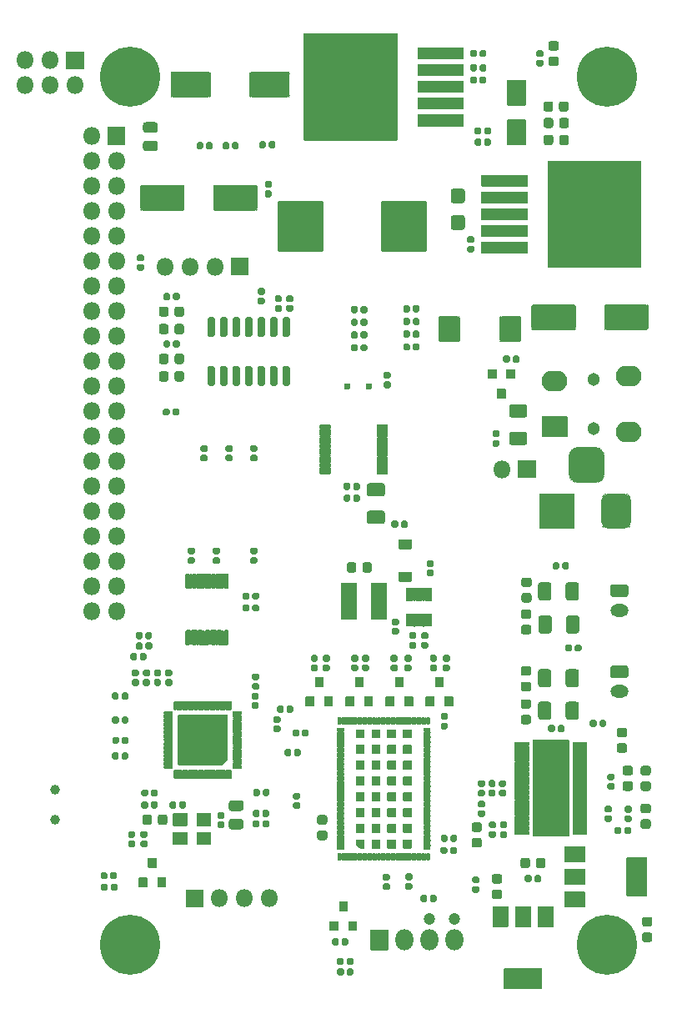
<source format=gbr>
G04 #@! TF.GenerationSoftware,KiCad,Pcbnew,(5.1.9)-1*
G04 #@! TF.CreationDate,2021-01-16T15:24:30-08:00*
G04 #@! TF.ProjectId,SJ-201-R6,534a2d32-3031-42d5-9236-2e6b69636164,rev?*
G04 #@! TF.SameCoordinates,Original*
G04 #@! TF.FileFunction,Soldermask,Top*
G04 #@! TF.FilePolarity,Negative*
%FSLAX46Y46*%
G04 Gerber Fmt 4.6, Leading zero omitted, Abs format (unit mm)*
G04 Created by KiCad (PCBNEW (5.1.9)-1) date 2021-01-16 15:24:30*
%MOMM*%
%LPD*%
G01*
G04 APERTURE LIST*
%ADD10C,0.152400*%
%ADD11C,0.702000*%
%ADD12O,1.802000X1.802000*%
%ADD13C,1.302000*%
%ADD14O,2.602000X2.102000*%
%ADD15C,1.202000*%
%ADD16O,1.832000X2.132000*%
%ADD17O,1.852000X1.302000*%
%ADD18C,0.601999*%
%ADD19C,6.102000*%
%ADD20C,1.002000*%
%ADD21C,0.100000*%
G04 APERTURE END LIST*
D10*
G04 #@! TO.C,U3*
X54769536Y-79529086D02*
X54768700Y-79520600D01*
X54772013Y-79537248D02*
X54769536Y-79529086D01*
X54776031Y-79544768D02*
X54772013Y-79537248D01*
X54781441Y-79551360D02*
X54776031Y-79544768D01*
X54788032Y-79556770D02*
X54781441Y-79551360D01*
X54795553Y-79560788D02*
X54788032Y-79556770D01*
X54803714Y-79563265D02*
X54795553Y-79560788D01*
X54812200Y-79564100D02*
X54803714Y-79563265D01*
X57625200Y-79564100D02*
X54812200Y-79564100D01*
X57633686Y-79563265D02*
X57625200Y-79564100D01*
X57641847Y-79560788D02*
X57633686Y-79563265D01*
X57649368Y-79556770D02*
X57641847Y-79560788D01*
X57655959Y-79551360D02*
X57649368Y-79556770D01*
X57661369Y-79544768D02*
X57655959Y-79551360D01*
X57665387Y-79537248D02*
X57661369Y-79544768D01*
X57667864Y-79529086D02*
X57665387Y-79537248D01*
X57668700Y-79520600D02*
X57667864Y-79529086D01*
X57668700Y-74907600D02*
X57668700Y-79520600D01*
X57667864Y-74899114D02*
X57668700Y-74907600D01*
X57665387Y-74890952D02*
X57667864Y-74899114D01*
X57661369Y-74883432D02*
X57665387Y-74890952D01*
X57655959Y-74876840D02*
X57661369Y-74883432D01*
X57649368Y-74871430D02*
X57655959Y-74876840D01*
X57641847Y-74867412D02*
X57649368Y-74871430D01*
X57633686Y-74864935D02*
X57641847Y-74867412D01*
X57625200Y-74864100D02*
X57633686Y-74864935D01*
X54812200Y-74864100D02*
X57625200Y-74864100D01*
X54803714Y-74864935D02*
X54812200Y-74864100D01*
X54795553Y-74867412D02*
X54803714Y-74864935D01*
X54788032Y-74871430D02*
X54795553Y-74867412D01*
X54781441Y-74876840D02*
X54788032Y-74871430D01*
X54776031Y-74883432D02*
X54781441Y-74876840D01*
X54772013Y-74890952D02*
X54776031Y-74883432D01*
X54769536Y-74899114D02*
X54772013Y-74890952D01*
X54768700Y-74907600D02*
X54769536Y-74899114D01*
X54768700Y-79520600D02*
X54768700Y-74907600D01*
X54769536Y-79529086D02*
X54768700Y-79520600D01*
X54772013Y-79537248D02*
X54769536Y-79529086D01*
X54776031Y-79544768D02*
X54772013Y-79537248D01*
X54781441Y-79551360D02*
X54776031Y-79544768D01*
X54788032Y-79556770D02*
X54781441Y-79551360D01*
X54795553Y-79560788D02*
X54788032Y-79556770D01*
X54803714Y-79563265D02*
X54795553Y-79560788D01*
X54812200Y-79564100D02*
X54803714Y-79563265D01*
X57625200Y-79564100D02*
X54812200Y-79564100D01*
X57633686Y-79563265D02*
X57625200Y-79564100D01*
X57641847Y-79560788D02*
X57633686Y-79563265D01*
X57649368Y-79556770D02*
X57641847Y-79560788D01*
X57655959Y-79551360D02*
X57649368Y-79556770D01*
X57661369Y-79544768D02*
X57655959Y-79551360D01*
X57665387Y-79537248D02*
X57661369Y-79544768D01*
X57667864Y-79529086D02*
X57665387Y-79537248D01*
X57668700Y-79520600D02*
X57667864Y-79529086D01*
X57668700Y-74907600D02*
X57668700Y-79520600D01*
X57667864Y-74899114D02*
X57668700Y-74907600D01*
X57665387Y-74890952D02*
X57667864Y-74899114D01*
X57661369Y-74883432D02*
X57665387Y-74890952D01*
X57655959Y-74876840D02*
X57661369Y-74883432D01*
X57649368Y-74871430D02*
X57655959Y-74876840D01*
X57641847Y-74867412D02*
X57649368Y-74871430D01*
X57633686Y-74864935D02*
X57641847Y-74867412D01*
X57625200Y-74864100D02*
X57633686Y-74864935D01*
X54812200Y-74864100D02*
X57625200Y-74864100D01*
X54803714Y-74864935D02*
X54812200Y-74864100D01*
X54795553Y-74867412D02*
X54803714Y-74864935D01*
X54788032Y-74871430D02*
X54795553Y-74867412D01*
X54781441Y-74876840D02*
X54788032Y-74871430D01*
X54776031Y-74883432D02*
X54781441Y-74876840D01*
X54772013Y-74890952D02*
X54776031Y-74883432D01*
X54769536Y-74899114D02*
X54772013Y-74890952D01*
X54768700Y-74907600D02*
X54769536Y-74899114D01*
X54768700Y-79520600D02*
X54768700Y-74907600D01*
G04 #@! TD*
G04 #@! TO.C,U8*
G36*
G01*
X22918398Y-73779226D02*
X23413374Y-74274202D01*
G75*
G02*
X23413374Y-74346326I-36062J-36062D01*
G01*
X22911326Y-74848374D01*
G75*
G02*
X22839202Y-74848374I-36062J36062D01*
G01*
X22344226Y-74353398D01*
G75*
G02*
X22344226Y-74281274I36062J36062D01*
G01*
X22846274Y-73779226D01*
G75*
G02*
X22918398Y-73779226I36062J-36062D01*
G01*
G37*
G36*
G01*
X18378800Y-69758800D02*
X23378800Y-69758800D01*
G75*
G02*
X23429800Y-69809800I0J-51000D01*
G01*
X23429800Y-74309800D01*
G75*
G02*
X23378800Y-74360800I-51000J0D01*
G01*
X18378800Y-74360800D01*
G75*
G02*
X18327800Y-74309800I0J51000D01*
G01*
X18327800Y-69809800D01*
G75*
G02*
X18378800Y-69758800I51000J0D01*
G01*
G37*
D11*
X18783800Y-70345800D03*
X19783800Y-70345800D03*
X20783800Y-70345800D03*
X21783800Y-70345800D03*
X22783800Y-70345800D03*
X18783800Y-71345800D03*
X19783800Y-71345800D03*
X20783800Y-71345800D03*
X21783800Y-71345800D03*
X22783800Y-71345800D03*
X18783800Y-72345800D03*
X19783800Y-72345800D03*
X20783800Y-72345800D03*
X21783800Y-72345800D03*
X22783800Y-72345800D03*
X18783800Y-73345800D03*
X19783800Y-73345800D03*
X20783800Y-73345800D03*
X21783800Y-73345800D03*
X22783800Y-73345800D03*
X18783800Y-74345800D03*
X19783800Y-74345800D03*
X20783800Y-74345800D03*
X21783800Y-74345800D03*
X22783800Y-74345800D03*
G36*
G01*
X22925800Y-69813800D02*
X22925800Y-74813800D01*
G75*
G02*
X22874800Y-74864800I-51000J0D01*
G01*
X18374800Y-74864800D01*
G75*
G02*
X18323800Y-74813800I0J51000D01*
G01*
X18323800Y-69813800D01*
G75*
G02*
X18374800Y-69762800I51000J0D01*
G01*
X22874800Y-69762800D01*
G75*
G02*
X22925800Y-69813800I0J-51000D01*
G01*
G37*
G36*
G01*
X23829800Y-75425800D02*
X23829800Y-76201800D01*
G75*
G02*
X23754300Y-76277300I-75500J0D01*
G01*
X23603300Y-76277300D01*
G75*
G02*
X23527800Y-76201800I0J75500D01*
G01*
X23527800Y-75425800D01*
G75*
G02*
X23603300Y-75350300I75500J0D01*
G01*
X23754300Y-75350300D01*
G75*
G02*
X23829800Y-75425800I0J-75500D01*
G01*
G37*
G36*
G01*
X23429800Y-75425800D02*
X23429800Y-76201800D01*
G75*
G02*
X23354300Y-76277300I-75500J0D01*
G01*
X23203300Y-76277300D01*
G75*
G02*
X23127800Y-76201800I0J75500D01*
G01*
X23127800Y-75425800D01*
G75*
G02*
X23203300Y-75350300I75500J0D01*
G01*
X23354300Y-75350300D01*
G75*
G02*
X23429800Y-75425800I0J-75500D01*
G01*
G37*
G36*
G01*
X23029800Y-75425800D02*
X23029800Y-76201800D01*
G75*
G02*
X22954300Y-76277300I-75500J0D01*
G01*
X22803300Y-76277300D01*
G75*
G02*
X22727800Y-76201800I0J75500D01*
G01*
X22727800Y-75425800D01*
G75*
G02*
X22803300Y-75350300I75500J0D01*
G01*
X22954300Y-75350300D01*
G75*
G02*
X23029800Y-75425800I0J-75500D01*
G01*
G37*
G36*
G01*
X22629800Y-75425800D02*
X22629800Y-76201800D01*
G75*
G02*
X22554300Y-76277300I-75500J0D01*
G01*
X22403300Y-76277300D01*
G75*
G02*
X22327800Y-76201800I0J75500D01*
G01*
X22327800Y-75425800D01*
G75*
G02*
X22403300Y-75350300I75500J0D01*
G01*
X22554300Y-75350300D01*
G75*
G02*
X22629800Y-75425800I0J-75500D01*
G01*
G37*
G36*
G01*
X22229800Y-75425800D02*
X22229800Y-76201800D01*
G75*
G02*
X22154300Y-76277300I-75500J0D01*
G01*
X22003300Y-76277300D01*
G75*
G02*
X21927800Y-76201800I0J75500D01*
G01*
X21927800Y-75425800D01*
G75*
G02*
X22003300Y-75350300I75500J0D01*
G01*
X22154300Y-75350300D01*
G75*
G02*
X22229800Y-75425800I0J-75500D01*
G01*
G37*
G36*
G01*
X21829800Y-75425800D02*
X21829800Y-76201800D01*
G75*
G02*
X21754300Y-76277300I-75500J0D01*
G01*
X21603300Y-76277300D01*
G75*
G02*
X21527800Y-76201800I0J75500D01*
G01*
X21527800Y-75425800D01*
G75*
G02*
X21603300Y-75350300I75500J0D01*
G01*
X21754300Y-75350300D01*
G75*
G02*
X21829800Y-75425800I0J-75500D01*
G01*
G37*
G36*
G01*
X21429800Y-75425800D02*
X21429800Y-76201800D01*
G75*
G02*
X21354300Y-76277300I-75500J0D01*
G01*
X21203300Y-76277300D01*
G75*
G02*
X21127800Y-76201800I0J75500D01*
G01*
X21127800Y-75425800D01*
G75*
G02*
X21203300Y-75350300I75500J0D01*
G01*
X21354300Y-75350300D01*
G75*
G02*
X21429800Y-75425800I0J-75500D01*
G01*
G37*
G36*
G01*
X21029800Y-75425800D02*
X21029800Y-76201800D01*
G75*
G02*
X20954300Y-76277300I-75500J0D01*
G01*
X20803300Y-76277300D01*
G75*
G02*
X20727800Y-76201800I0J75500D01*
G01*
X20727800Y-75425800D01*
G75*
G02*
X20803300Y-75350300I75500J0D01*
G01*
X20954300Y-75350300D01*
G75*
G02*
X21029800Y-75425800I0J-75500D01*
G01*
G37*
G36*
G01*
X20629800Y-75425800D02*
X20629800Y-76201800D01*
G75*
G02*
X20554300Y-76277300I-75500J0D01*
G01*
X20403300Y-76277300D01*
G75*
G02*
X20327800Y-76201800I0J75500D01*
G01*
X20327800Y-75425800D01*
G75*
G02*
X20403300Y-75350300I75500J0D01*
G01*
X20554300Y-75350300D01*
G75*
G02*
X20629800Y-75425800I0J-75500D01*
G01*
G37*
G36*
G01*
X20003300Y-75350300D02*
X20154300Y-75350300D01*
G75*
G02*
X20229800Y-75425800I0J-75500D01*
G01*
X20229800Y-76201800D01*
G75*
G02*
X20154300Y-76277300I-75500J0D01*
G01*
X20003300Y-76277300D01*
G75*
G02*
X19927800Y-76201800I0J75500D01*
G01*
X19927800Y-75425800D01*
G75*
G02*
X20003300Y-75350300I75500J0D01*
G01*
G37*
G36*
G01*
X19603300Y-75350300D02*
X19754300Y-75350300D01*
G75*
G02*
X19829800Y-75425800I0J-75500D01*
G01*
X19829800Y-76201800D01*
G75*
G02*
X19754300Y-76277300I-75500J0D01*
G01*
X19603300Y-76277300D01*
G75*
G02*
X19527800Y-76201800I0J75500D01*
G01*
X19527800Y-75425800D01*
G75*
G02*
X19603300Y-75350300I75500J0D01*
G01*
G37*
G36*
G01*
X19203300Y-75350300D02*
X19354300Y-75350300D01*
G75*
G02*
X19429800Y-75425800I0J-75500D01*
G01*
X19429800Y-76201800D01*
G75*
G02*
X19354300Y-76277300I-75500J0D01*
G01*
X19203300Y-76277300D01*
G75*
G02*
X19127800Y-76201800I0J75500D01*
G01*
X19127800Y-75425800D01*
G75*
G02*
X19203300Y-75350300I75500J0D01*
G01*
G37*
G36*
G01*
X18803300Y-75350300D02*
X18954300Y-75350300D01*
G75*
G02*
X19029800Y-75425800I0J-75500D01*
G01*
X19029800Y-76201800D01*
G75*
G02*
X18954300Y-76277300I-75500J0D01*
G01*
X18803300Y-76277300D01*
G75*
G02*
X18727800Y-76201800I0J75500D01*
G01*
X18727800Y-75425800D01*
G75*
G02*
X18803300Y-75350300I75500J0D01*
G01*
G37*
G36*
G01*
X18403300Y-75350300D02*
X18554300Y-75350300D01*
G75*
G02*
X18629800Y-75425800I0J-75500D01*
G01*
X18629800Y-76201800D01*
G75*
G02*
X18554300Y-76277300I-75500J0D01*
G01*
X18403300Y-76277300D01*
G75*
G02*
X18327800Y-76201800I0J75500D01*
G01*
X18327800Y-75425800D01*
G75*
G02*
X18403300Y-75350300I75500J0D01*
G01*
G37*
G36*
G01*
X18003300Y-75350300D02*
X18154300Y-75350300D01*
G75*
G02*
X18229800Y-75425800I0J-75500D01*
G01*
X18229800Y-76201800D01*
G75*
G02*
X18154300Y-76277300I-75500J0D01*
G01*
X18003300Y-76277300D01*
G75*
G02*
X17927800Y-76201800I0J75500D01*
G01*
X17927800Y-75425800D01*
G75*
G02*
X18003300Y-75350300I75500J0D01*
G01*
G37*
G36*
G01*
X16915300Y-75189300D02*
X16915300Y-75038300D01*
G75*
G02*
X16990800Y-74962800I75500J0D01*
G01*
X17766800Y-74962800D01*
G75*
G02*
X17842300Y-75038300I0J-75500D01*
G01*
X17842300Y-75189300D01*
G75*
G02*
X17766800Y-75264800I-75500J0D01*
G01*
X16990800Y-75264800D01*
G75*
G02*
X16915300Y-75189300I0J75500D01*
G01*
G37*
G36*
G01*
X17842300Y-74638300D02*
X17842300Y-74789300D01*
G75*
G02*
X17766800Y-74864800I-75500J0D01*
G01*
X16990800Y-74864800D01*
G75*
G02*
X16915300Y-74789300I0J75500D01*
G01*
X16915300Y-74638300D01*
G75*
G02*
X16990800Y-74562800I75500J0D01*
G01*
X17766800Y-74562800D01*
G75*
G02*
X17842300Y-74638300I0J-75500D01*
G01*
G37*
G36*
G01*
X17842300Y-74238300D02*
X17842300Y-74389300D01*
G75*
G02*
X17766800Y-74464800I-75500J0D01*
G01*
X16990800Y-74464800D01*
G75*
G02*
X16915300Y-74389300I0J75500D01*
G01*
X16915300Y-74238300D01*
G75*
G02*
X16990800Y-74162800I75500J0D01*
G01*
X17766800Y-74162800D01*
G75*
G02*
X17842300Y-74238300I0J-75500D01*
G01*
G37*
G36*
G01*
X17842300Y-73838300D02*
X17842300Y-73989300D01*
G75*
G02*
X17766800Y-74064800I-75500J0D01*
G01*
X16990800Y-74064800D01*
G75*
G02*
X16915300Y-73989300I0J75500D01*
G01*
X16915300Y-73838300D01*
G75*
G02*
X16990800Y-73762800I75500J0D01*
G01*
X17766800Y-73762800D01*
G75*
G02*
X17842300Y-73838300I0J-75500D01*
G01*
G37*
G36*
G01*
X17842300Y-73438300D02*
X17842300Y-73589300D01*
G75*
G02*
X17766800Y-73664800I-75500J0D01*
G01*
X16990800Y-73664800D01*
G75*
G02*
X16915300Y-73589300I0J75500D01*
G01*
X16915300Y-73438300D01*
G75*
G02*
X16990800Y-73362800I75500J0D01*
G01*
X17766800Y-73362800D01*
G75*
G02*
X17842300Y-73438300I0J-75500D01*
G01*
G37*
G36*
G01*
X17842300Y-73038300D02*
X17842300Y-73189300D01*
G75*
G02*
X17766800Y-73264800I-75500J0D01*
G01*
X16990800Y-73264800D01*
G75*
G02*
X16915300Y-73189300I0J75500D01*
G01*
X16915300Y-73038300D01*
G75*
G02*
X16990800Y-72962800I75500J0D01*
G01*
X17766800Y-72962800D01*
G75*
G02*
X17842300Y-73038300I0J-75500D01*
G01*
G37*
G36*
G01*
X17842300Y-72638300D02*
X17842300Y-72789300D01*
G75*
G02*
X17766800Y-72864800I-75500J0D01*
G01*
X16990800Y-72864800D01*
G75*
G02*
X16915300Y-72789300I0J75500D01*
G01*
X16915300Y-72638300D01*
G75*
G02*
X16990800Y-72562800I75500J0D01*
G01*
X17766800Y-72562800D01*
G75*
G02*
X17842300Y-72638300I0J-75500D01*
G01*
G37*
G36*
G01*
X17842300Y-72238300D02*
X17842300Y-72389300D01*
G75*
G02*
X17766800Y-72464800I-75500J0D01*
G01*
X16990800Y-72464800D01*
G75*
G02*
X16915300Y-72389300I0J75500D01*
G01*
X16915300Y-72238300D01*
G75*
G02*
X16990800Y-72162800I75500J0D01*
G01*
X17766800Y-72162800D01*
G75*
G02*
X17842300Y-72238300I0J-75500D01*
G01*
G37*
G36*
G01*
X17842300Y-71838300D02*
X17842300Y-71989300D01*
G75*
G02*
X17766800Y-72064800I-75500J0D01*
G01*
X16990800Y-72064800D01*
G75*
G02*
X16915300Y-71989300I0J75500D01*
G01*
X16915300Y-71838300D01*
G75*
G02*
X16990800Y-71762800I75500J0D01*
G01*
X17766800Y-71762800D01*
G75*
G02*
X17842300Y-71838300I0J-75500D01*
G01*
G37*
G36*
G01*
X17842300Y-71438300D02*
X17842300Y-71589300D01*
G75*
G02*
X17766800Y-71664800I-75500J0D01*
G01*
X16990800Y-71664800D01*
G75*
G02*
X16915300Y-71589300I0J75500D01*
G01*
X16915300Y-71438300D01*
G75*
G02*
X16990800Y-71362800I75500J0D01*
G01*
X17766800Y-71362800D01*
G75*
G02*
X17842300Y-71438300I0J-75500D01*
G01*
G37*
G36*
G01*
X17842300Y-71038300D02*
X17842300Y-71189300D01*
G75*
G02*
X17766800Y-71264800I-75500J0D01*
G01*
X16990800Y-71264800D01*
G75*
G02*
X16915300Y-71189300I0J75500D01*
G01*
X16915300Y-71038300D01*
G75*
G02*
X16990800Y-70962800I75500J0D01*
G01*
X17766800Y-70962800D01*
G75*
G02*
X17842300Y-71038300I0J-75500D01*
G01*
G37*
G36*
G01*
X16990800Y-70562800D02*
X17766800Y-70562800D01*
G75*
G02*
X17842300Y-70638300I0J-75500D01*
G01*
X17842300Y-70789300D01*
G75*
G02*
X17766800Y-70864800I-75500J0D01*
G01*
X16990800Y-70864800D01*
G75*
G02*
X16915300Y-70789300I0J75500D01*
G01*
X16915300Y-70638300D01*
G75*
G02*
X16990800Y-70562800I75500J0D01*
G01*
G37*
G36*
G01*
X16990800Y-70162800D02*
X17766800Y-70162800D01*
G75*
G02*
X17842300Y-70238300I0J-75500D01*
G01*
X17842300Y-70389300D01*
G75*
G02*
X17766800Y-70464800I-75500J0D01*
G01*
X16990800Y-70464800D01*
G75*
G02*
X16915300Y-70389300I0J75500D01*
G01*
X16915300Y-70238300D01*
G75*
G02*
X16990800Y-70162800I75500J0D01*
G01*
G37*
G36*
G01*
X16990800Y-69762800D02*
X17766800Y-69762800D01*
G75*
G02*
X17842300Y-69838300I0J-75500D01*
G01*
X17842300Y-69989300D01*
G75*
G02*
X17766800Y-70064800I-75500J0D01*
G01*
X16990800Y-70064800D01*
G75*
G02*
X16915300Y-69989300I0J75500D01*
G01*
X16915300Y-69838300D01*
G75*
G02*
X16990800Y-69762800I75500J0D01*
G01*
G37*
G36*
G01*
X16990800Y-69362800D02*
X17766800Y-69362800D01*
G75*
G02*
X17842300Y-69438300I0J-75500D01*
G01*
X17842300Y-69589300D01*
G75*
G02*
X17766800Y-69664800I-75500J0D01*
G01*
X16990800Y-69664800D01*
G75*
G02*
X16915300Y-69589300I0J75500D01*
G01*
X16915300Y-69438300D01*
G75*
G02*
X16990800Y-69362800I75500J0D01*
G01*
G37*
G36*
G01*
X18229800Y-68425800D02*
X18229800Y-69201800D01*
G75*
G02*
X18154300Y-69277300I-75500J0D01*
G01*
X18003300Y-69277300D01*
G75*
G02*
X17927800Y-69201800I0J75500D01*
G01*
X17927800Y-68425800D01*
G75*
G02*
X18003300Y-68350300I75500J0D01*
G01*
X18154300Y-68350300D01*
G75*
G02*
X18229800Y-68425800I0J-75500D01*
G01*
G37*
G36*
G01*
X18629800Y-68425800D02*
X18629800Y-69201800D01*
G75*
G02*
X18554300Y-69277300I-75500J0D01*
G01*
X18403300Y-69277300D01*
G75*
G02*
X18327800Y-69201800I0J75500D01*
G01*
X18327800Y-68425800D01*
G75*
G02*
X18403300Y-68350300I75500J0D01*
G01*
X18554300Y-68350300D01*
G75*
G02*
X18629800Y-68425800I0J-75500D01*
G01*
G37*
G36*
G01*
X19029800Y-68425800D02*
X19029800Y-69201800D01*
G75*
G02*
X18954300Y-69277300I-75500J0D01*
G01*
X18803300Y-69277300D01*
G75*
G02*
X18727800Y-69201800I0J75500D01*
G01*
X18727800Y-68425800D01*
G75*
G02*
X18803300Y-68350300I75500J0D01*
G01*
X18954300Y-68350300D01*
G75*
G02*
X19029800Y-68425800I0J-75500D01*
G01*
G37*
G36*
G01*
X19429800Y-68425800D02*
X19429800Y-69201800D01*
G75*
G02*
X19354300Y-69277300I-75500J0D01*
G01*
X19203300Y-69277300D01*
G75*
G02*
X19127800Y-69201800I0J75500D01*
G01*
X19127800Y-68425800D01*
G75*
G02*
X19203300Y-68350300I75500J0D01*
G01*
X19354300Y-68350300D01*
G75*
G02*
X19429800Y-68425800I0J-75500D01*
G01*
G37*
G36*
G01*
X19829800Y-68425800D02*
X19829800Y-69201800D01*
G75*
G02*
X19754300Y-69277300I-75500J0D01*
G01*
X19603300Y-69277300D01*
G75*
G02*
X19527800Y-69201800I0J75500D01*
G01*
X19527800Y-68425800D01*
G75*
G02*
X19603300Y-68350300I75500J0D01*
G01*
X19754300Y-68350300D01*
G75*
G02*
X19829800Y-68425800I0J-75500D01*
G01*
G37*
G36*
G01*
X20229800Y-68425800D02*
X20229800Y-69201800D01*
G75*
G02*
X20154300Y-69277300I-75500J0D01*
G01*
X20003300Y-69277300D01*
G75*
G02*
X19927800Y-69201800I0J75500D01*
G01*
X19927800Y-68425800D01*
G75*
G02*
X20003300Y-68350300I75500J0D01*
G01*
X20154300Y-68350300D01*
G75*
G02*
X20229800Y-68425800I0J-75500D01*
G01*
G37*
G36*
G01*
X20629800Y-68425800D02*
X20629800Y-69201800D01*
G75*
G02*
X20554300Y-69277300I-75500J0D01*
G01*
X20403300Y-69277300D01*
G75*
G02*
X20327800Y-69201800I0J75500D01*
G01*
X20327800Y-68425800D01*
G75*
G02*
X20403300Y-68350300I75500J0D01*
G01*
X20554300Y-68350300D01*
G75*
G02*
X20629800Y-68425800I0J-75500D01*
G01*
G37*
G36*
G01*
X21029800Y-68425800D02*
X21029800Y-69201800D01*
G75*
G02*
X20954300Y-69277300I-75500J0D01*
G01*
X20803300Y-69277300D01*
G75*
G02*
X20727800Y-69201800I0J75500D01*
G01*
X20727800Y-68425800D01*
G75*
G02*
X20803300Y-68350300I75500J0D01*
G01*
X20954300Y-68350300D01*
G75*
G02*
X21029800Y-68425800I0J-75500D01*
G01*
G37*
G36*
G01*
X21429800Y-68425800D02*
X21429800Y-69201800D01*
G75*
G02*
X21354300Y-69277300I-75500J0D01*
G01*
X21203300Y-69277300D01*
G75*
G02*
X21127800Y-69201800I0J75500D01*
G01*
X21127800Y-68425800D01*
G75*
G02*
X21203300Y-68350300I75500J0D01*
G01*
X21354300Y-68350300D01*
G75*
G02*
X21429800Y-68425800I0J-75500D01*
G01*
G37*
G36*
G01*
X21829800Y-68425800D02*
X21829800Y-69201800D01*
G75*
G02*
X21754300Y-69277300I-75500J0D01*
G01*
X21603300Y-69277300D01*
G75*
G02*
X21527800Y-69201800I0J75500D01*
G01*
X21527800Y-68425800D01*
G75*
G02*
X21603300Y-68350300I75500J0D01*
G01*
X21754300Y-68350300D01*
G75*
G02*
X21829800Y-68425800I0J-75500D01*
G01*
G37*
G36*
G01*
X22229800Y-68425800D02*
X22229800Y-69201800D01*
G75*
G02*
X22154300Y-69277300I-75500J0D01*
G01*
X22003300Y-69277300D01*
G75*
G02*
X21927800Y-69201800I0J75500D01*
G01*
X21927800Y-68425800D01*
G75*
G02*
X22003300Y-68350300I75500J0D01*
G01*
X22154300Y-68350300D01*
G75*
G02*
X22229800Y-68425800I0J-75500D01*
G01*
G37*
G36*
G01*
X22629800Y-68425800D02*
X22629800Y-69201800D01*
G75*
G02*
X22554300Y-69277300I-75500J0D01*
G01*
X22403300Y-69277300D01*
G75*
G02*
X22327800Y-69201800I0J75500D01*
G01*
X22327800Y-68425800D01*
G75*
G02*
X22403300Y-68350300I75500J0D01*
G01*
X22554300Y-68350300D01*
G75*
G02*
X22629800Y-68425800I0J-75500D01*
G01*
G37*
G36*
G01*
X23029800Y-68425800D02*
X23029800Y-69201800D01*
G75*
G02*
X22954300Y-69277300I-75500J0D01*
G01*
X22803300Y-69277300D01*
G75*
G02*
X22727800Y-69201800I0J75500D01*
G01*
X22727800Y-68425800D01*
G75*
G02*
X22803300Y-68350300I75500J0D01*
G01*
X22954300Y-68350300D01*
G75*
G02*
X23029800Y-68425800I0J-75500D01*
G01*
G37*
G36*
G01*
X23203300Y-68350300D02*
X23354300Y-68350300D01*
G75*
G02*
X23429800Y-68425800I0J-75500D01*
G01*
X23429800Y-69201800D01*
G75*
G02*
X23354300Y-69277300I-75500J0D01*
G01*
X23203300Y-69277300D01*
G75*
G02*
X23127800Y-69201800I0J75500D01*
G01*
X23127800Y-68425800D01*
G75*
G02*
X23203300Y-68350300I75500J0D01*
G01*
G37*
G36*
G01*
X23603300Y-68350300D02*
X23754300Y-68350300D01*
G75*
G02*
X23829800Y-68425800I0J-75500D01*
G01*
X23829800Y-69201800D01*
G75*
G02*
X23754300Y-69277300I-75500J0D01*
G01*
X23603300Y-69277300D01*
G75*
G02*
X23527800Y-69201800I0J75500D01*
G01*
X23527800Y-68425800D01*
G75*
G02*
X23603300Y-68350300I75500J0D01*
G01*
G37*
G36*
G01*
X24842300Y-69438300D02*
X24842300Y-69589300D01*
G75*
G02*
X24766800Y-69664800I-75500J0D01*
G01*
X23990800Y-69664800D01*
G75*
G02*
X23915300Y-69589300I0J75500D01*
G01*
X23915300Y-69438300D01*
G75*
G02*
X23990800Y-69362800I75500J0D01*
G01*
X24766800Y-69362800D01*
G75*
G02*
X24842300Y-69438300I0J-75500D01*
G01*
G37*
G36*
G01*
X24842300Y-69838300D02*
X24842300Y-69989300D01*
G75*
G02*
X24766800Y-70064800I-75500J0D01*
G01*
X23990800Y-70064800D01*
G75*
G02*
X23915300Y-69989300I0J75500D01*
G01*
X23915300Y-69838300D01*
G75*
G02*
X23990800Y-69762800I75500J0D01*
G01*
X24766800Y-69762800D01*
G75*
G02*
X24842300Y-69838300I0J-75500D01*
G01*
G37*
G36*
G01*
X24842300Y-70238300D02*
X24842300Y-70389300D01*
G75*
G02*
X24766800Y-70464800I-75500J0D01*
G01*
X23990800Y-70464800D01*
G75*
G02*
X23915300Y-70389300I0J75500D01*
G01*
X23915300Y-70238300D01*
G75*
G02*
X23990800Y-70162800I75500J0D01*
G01*
X24766800Y-70162800D01*
G75*
G02*
X24842300Y-70238300I0J-75500D01*
G01*
G37*
G36*
G01*
X24842300Y-70638300D02*
X24842300Y-70789300D01*
G75*
G02*
X24766800Y-70864800I-75500J0D01*
G01*
X23990800Y-70864800D01*
G75*
G02*
X23915300Y-70789300I0J75500D01*
G01*
X23915300Y-70638300D01*
G75*
G02*
X23990800Y-70562800I75500J0D01*
G01*
X24766800Y-70562800D01*
G75*
G02*
X24842300Y-70638300I0J-75500D01*
G01*
G37*
G36*
G01*
X24842300Y-71038300D02*
X24842300Y-71189300D01*
G75*
G02*
X24766800Y-71264800I-75500J0D01*
G01*
X23990800Y-71264800D01*
G75*
G02*
X23915300Y-71189300I0J75500D01*
G01*
X23915300Y-71038300D01*
G75*
G02*
X23990800Y-70962800I75500J0D01*
G01*
X24766800Y-70962800D01*
G75*
G02*
X24842300Y-71038300I0J-75500D01*
G01*
G37*
G36*
G01*
X24842300Y-71438300D02*
X24842300Y-71589300D01*
G75*
G02*
X24766800Y-71664800I-75500J0D01*
G01*
X23990800Y-71664800D01*
G75*
G02*
X23915300Y-71589300I0J75500D01*
G01*
X23915300Y-71438300D01*
G75*
G02*
X23990800Y-71362800I75500J0D01*
G01*
X24766800Y-71362800D01*
G75*
G02*
X24842300Y-71438300I0J-75500D01*
G01*
G37*
G36*
G01*
X24842300Y-71838300D02*
X24842300Y-71989300D01*
G75*
G02*
X24766800Y-72064800I-75500J0D01*
G01*
X23990800Y-72064800D01*
G75*
G02*
X23915300Y-71989300I0J75500D01*
G01*
X23915300Y-71838300D01*
G75*
G02*
X23990800Y-71762800I75500J0D01*
G01*
X24766800Y-71762800D01*
G75*
G02*
X24842300Y-71838300I0J-75500D01*
G01*
G37*
G36*
G01*
X24842300Y-72238300D02*
X24842300Y-72389300D01*
G75*
G02*
X24766800Y-72464800I-75500J0D01*
G01*
X23990800Y-72464800D01*
G75*
G02*
X23915300Y-72389300I0J75500D01*
G01*
X23915300Y-72238300D01*
G75*
G02*
X23990800Y-72162800I75500J0D01*
G01*
X24766800Y-72162800D01*
G75*
G02*
X24842300Y-72238300I0J-75500D01*
G01*
G37*
G36*
G01*
X24842300Y-72638300D02*
X24842300Y-72789300D01*
G75*
G02*
X24766800Y-72864800I-75500J0D01*
G01*
X23990800Y-72864800D01*
G75*
G02*
X23915300Y-72789300I0J75500D01*
G01*
X23915300Y-72638300D01*
G75*
G02*
X23990800Y-72562800I75500J0D01*
G01*
X24766800Y-72562800D01*
G75*
G02*
X24842300Y-72638300I0J-75500D01*
G01*
G37*
G36*
G01*
X24842300Y-73038300D02*
X24842300Y-73189300D01*
G75*
G02*
X24766800Y-73264800I-75500J0D01*
G01*
X23990800Y-73264800D01*
G75*
G02*
X23915300Y-73189300I0J75500D01*
G01*
X23915300Y-73038300D01*
G75*
G02*
X23990800Y-72962800I75500J0D01*
G01*
X24766800Y-72962800D01*
G75*
G02*
X24842300Y-73038300I0J-75500D01*
G01*
G37*
G36*
G01*
X24842300Y-73438300D02*
X24842300Y-73589300D01*
G75*
G02*
X24766800Y-73664800I-75500J0D01*
G01*
X23990800Y-73664800D01*
G75*
G02*
X23915300Y-73589300I0J75500D01*
G01*
X23915300Y-73438300D01*
G75*
G02*
X23990800Y-73362800I75500J0D01*
G01*
X24766800Y-73362800D01*
G75*
G02*
X24842300Y-73438300I0J-75500D01*
G01*
G37*
G36*
G01*
X24842300Y-73838300D02*
X24842300Y-73989300D01*
G75*
G02*
X24766800Y-74064800I-75500J0D01*
G01*
X23990800Y-74064800D01*
G75*
G02*
X23915300Y-73989300I0J75500D01*
G01*
X23915300Y-73838300D01*
G75*
G02*
X23990800Y-73762800I75500J0D01*
G01*
X24766800Y-73762800D01*
G75*
G02*
X24842300Y-73838300I0J-75500D01*
G01*
G37*
G36*
G01*
X24842300Y-74238300D02*
X24842300Y-74389300D01*
G75*
G02*
X24766800Y-74464800I-75500J0D01*
G01*
X23990800Y-74464800D01*
G75*
G02*
X23915300Y-74389300I0J75500D01*
G01*
X23915300Y-74238300D01*
G75*
G02*
X23990800Y-74162800I75500J0D01*
G01*
X24766800Y-74162800D01*
G75*
G02*
X24842300Y-74238300I0J-75500D01*
G01*
G37*
G36*
G01*
X24842300Y-74638300D02*
X24842300Y-74789300D01*
G75*
G02*
X24766800Y-74864800I-75500J0D01*
G01*
X23990800Y-74864800D01*
G75*
G02*
X23915300Y-74789300I0J75500D01*
G01*
X23915300Y-74638300D01*
G75*
G02*
X23990800Y-74562800I75500J0D01*
G01*
X24766800Y-74562800D01*
G75*
G02*
X24842300Y-74638300I0J-75500D01*
G01*
G37*
G36*
G01*
X24842300Y-75038300D02*
X24842300Y-75189300D01*
G75*
G02*
X24766800Y-75264800I-75500J0D01*
G01*
X23990800Y-75264800D01*
G75*
G02*
X23915300Y-75189300I0J75500D01*
G01*
X23915300Y-75038300D01*
G75*
G02*
X23990800Y-74962800I75500J0D01*
G01*
X24766800Y-74962800D01*
G75*
G02*
X24842300Y-75038300I0J-75500D01*
G01*
G37*
G04 #@! TD*
G04 #@! TO.C,R30*
G36*
G01*
X41988000Y-86551000D02*
X41592000Y-86551000D01*
G75*
G02*
X41419000Y-86378000I0J173000D01*
G01*
X41419000Y-86032000D01*
G75*
G02*
X41592000Y-85859000I173000J0D01*
G01*
X41988000Y-85859000D01*
G75*
G02*
X42161000Y-86032000I0J-173000D01*
G01*
X42161000Y-86378000D01*
G75*
G02*
X41988000Y-86551000I-173000J0D01*
G01*
G37*
G36*
G01*
X41988000Y-87521000D02*
X41592000Y-87521000D01*
G75*
G02*
X41419000Y-87348000I0J173000D01*
G01*
X41419000Y-87002000D01*
G75*
G02*
X41592000Y-86829000I173000J0D01*
G01*
X41988000Y-86829000D01*
G75*
G02*
X42161000Y-87002000I0J-173000D01*
G01*
X42161000Y-87348000D01*
G75*
G02*
X41988000Y-87521000I-173000J0D01*
G01*
G37*
G04 #@! TD*
G04 #@! TO.C,R23*
G36*
G01*
X39698000Y-86581000D02*
X39302000Y-86581000D01*
G75*
G02*
X39129000Y-86408000I0J173000D01*
G01*
X39129000Y-86062000D01*
G75*
G02*
X39302000Y-85889000I173000J0D01*
G01*
X39698000Y-85889000D01*
G75*
G02*
X39871000Y-86062000I0J-173000D01*
G01*
X39871000Y-86408000D01*
G75*
G02*
X39698000Y-86581000I-173000J0D01*
G01*
G37*
G36*
G01*
X39698000Y-87551000D02*
X39302000Y-87551000D01*
G75*
G02*
X39129000Y-87378000I0J173000D01*
G01*
X39129000Y-87032000D01*
G75*
G02*
X39302000Y-86859000I173000J0D01*
G01*
X39698000Y-86859000D01*
G75*
G02*
X39871000Y-87032000I0J-173000D01*
G01*
X39871000Y-87378000D01*
G75*
G02*
X39698000Y-87551000I-173000J0D01*
G01*
G37*
G04 #@! TD*
D12*
G04 #@! TO.C,J10*
X17020000Y-24250000D03*
X19560000Y-24250000D03*
X22100000Y-24250000D03*
G36*
G01*
X25490000Y-25151000D02*
X23790000Y-25151000D01*
G75*
G02*
X23739000Y-25100000I0J51000D01*
G01*
X23739000Y-23400000D01*
G75*
G02*
X23790000Y-23349000I51000J0D01*
G01*
X25490000Y-23349000D01*
G75*
G02*
X25541000Y-23400000I0J-51000D01*
G01*
X25541000Y-25100000D01*
G75*
G02*
X25490000Y-25151000I-51000J0D01*
G01*
G37*
G04 #@! TD*
G04 #@! TO.C,R15*
G36*
G01*
X17999000Y-35669990D02*
X17999000Y-35106490D01*
G75*
G02*
X18243250Y-34862240I244250J0D01*
G01*
X18731750Y-34862240D01*
G75*
G02*
X18976000Y-35106490I0J-244250D01*
G01*
X18976000Y-35669990D01*
G75*
G02*
X18731750Y-35914240I-244250J0D01*
G01*
X18243250Y-35914240D01*
G75*
G02*
X17999000Y-35669990I0J244250D01*
G01*
G37*
G36*
G01*
X16424000Y-35669990D02*
X16424000Y-35106490D01*
G75*
G02*
X16668250Y-34862240I244250J0D01*
G01*
X17156750Y-34862240D01*
G75*
G02*
X17401000Y-35106490I0J-244250D01*
G01*
X17401000Y-35669990D01*
G75*
G02*
X17156750Y-35914240I-244250J0D01*
G01*
X16668250Y-35914240D01*
G75*
G02*
X16424000Y-35669990I0J244250D01*
G01*
G37*
G04 #@! TD*
G04 #@! TO.C,R33*
G36*
G01*
X25852000Y-53739000D02*
X26248000Y-53739000D01*
G75*
G02*
X26421000Y-53912000I0J-173000D01*
G01*
X26421000Y-54258000D01*
G75*
G02*
X26248000Y-54431000I-173000J0D01*
G01*
X25852000Y-54431000D01*
G75*
G02*
X25679000Y-54258000I0J173000D01*
G01*
X25679000Y-53912000D01*
G75*
G02*
X25852000Y-53739000I173000J0D01*
G01*
G37*
G36*
G01*
X25852000Y-52769000D02*
X26248000Y-52769000D01*
G75*
G02*
X26421000Y-52942000I0J-173000D01*
G01*
X26421000Y-53288000D01*
G75*
G02*
X26248000Y-53461000I-173000J0D01*
G01*
X25852000Y-53461000D01*
G75*
G02*
X25679000Y-53288000I0J173000D01*
G01*
X25679000Y-52942000D01*
G75*
G02*
X25852000Y-52769000I173000J0D01*
G01*
G37*
G04 #@! TD*
G04 #@! TO.C,R16*
G36*
G01*
X22052000Y-53739000D02*
X22448000Y-53739000D01*
G75*
G02*
X22621000Y-53912000I0J-173000D01*
G01*
X22621000Y-54258000D01*
G75*
G02*
X22448000Y-54431000I-173000J0D01*
G01*
X22052000Y-54431000D01*
G75*
G02*
X21879000Y-54258000I0J173000D01*
G01*
X21879000Y-53912000D01*
G75*
G02*
X22052000Y-53739000I173000J0D01*
G01*
G37*
G36*
G01*
X22052000Y-52769000D02*
X22448000Y-52769000D01*
G75*
G02*
X22621000Y-52942000I0J-173000D01*
G01*
X22621000Y-53288000D01*
G75*
G02*
X22448000Y-53461000I-173000J0D01*
G01*
X22052000Y-53461000D01*
G75*
G02*
X21879000Y-53288000I0J173000D01*
G01*
X21879000Y-52942000D01*
G75*
G02*
X22052000Y-52769000I173000J0D01*
G01*
G37*
G04 #@! TD*
G04 #@! TO.C,R31*
G36*
G01*
X19502000Y-53739000D02*
X19898000Y-53739000D01*
G75*
G02*
X20071000Y-53912000I0J-173000D01*
G01*
X20071000Y-54258000D01*
G75*
G02*
X19898000Y-54431000I-173000J0D01*
G01*
X19502000Y-54431000D01*
G75*
G02*
X19329000Y-54258000I0J173000D01*
G01*
X19329000Y-53912000D01*
G75*
G02*
X19502000Y-53739000I173000J0D01*
G01*
G37*
G36*
G01*
X19502000Y-52769000D02*
X19898000Y-52769000D01*
G75*
G02*
X20071000Y-52942000I0J-173000D01*
G01*
X20071000Y-53288000D01*
G75*
G02*
X19898000Y-53461000I-173000J0D01*
G01*
X19502000Y-53461000D01*
G75*
G02*
X19329000Y-53288000I0J173000D01*
G01*
X19329000Y-52942000D01*
G75*
G02*
X19502000Y-52769000I173000J0D01*
G01*
G37*
G04 #@! TD*
G04 #@! TO.C,Q3*
G36*
G01*
X50800000Y-36649000D02*
X51600000Y-36649000D01*
G75*
G02*
X51651000Y-36700000I0J-51000D01*
G01*
X51651000Y-37600000D01*
G75*
G02*
X51600000Y-37651000I-51000J0D01*
G01*
X50800000Y-37651000D01*
G75*
G02*
X50749000Y-37600000I0J51000D01*
G01*
X50749000Y-36700000D01*
G75*
G02*
X50800000Y-36649000I51000J0D01*
G01*
G37*
G36*
G01*
X49850000Y-34649000D02*
X50650000Y-34649000D01*
G75*
G02*
X50701000Y-34700000I0J-51000D01*
G01*
X50701000Y-35600000D01*
G75*
G02*
X50650000Y-35651000I-51000J0D01*
G01*
X49850000Y-35651000D01*
G75*
G02*
X49799000Y-35600000I0J51000D01*
G01*
X49799000Y-34700000D01*
G75*
G02*
X49850000Y-34649000I51000J0D01*
G01*
G37*
G36*
G01*
X51750000Y-34649000D02*
X52550000Y-34649000D01*
G75*
G02*
X52601000Y-34700000I0J-51000D01*
G01*
X52601000Y-35600000D01*
G75*
G02*
X52550000Y-35651000I-51000J0D01*
G01*
X51750000Y-35651000D01*
G75*
G02*
X51699000Y-35600000I0J51000D01*
G01*
X51699000Y-34700000D01*
G75*
G02*
X51750000Y-34649000I51000J0D01*
G01*
G37*
G04 #@! TD*
G04 #@! TO.C,C30*
G36*
G01*
X42189000Y-28719428D02*
X42189000Y-28323428D01*
G75*
G02*
X42362000Y-28150428I173000J0D01*
G01*
X42708000Y-28150428D01*
G75*
G02*
X42881000Y-28323428I0J-173000D01*
G01*
X42881000Y-28719428D01*
G75*
G02*
X42708000Y-28892428I-173000J0D01*
G01*
X42362000Y-28892428D01*
G75*
G02*
X42189000Y-28719428I0J173000D01*
G01*
G37*
G36*
G01*
X41219000Y-28719428D02*
X41219000Y-28323428D01*
G75*
G02*
X41392000Y-28150428I173000J0D01*
G01*
X41738000Y-28150428D01*
G75*
G02*
X41911000Y-28323428I0J-173000D01*
G01*
X41911000Y-28719428D01*
G75*
G02*
X41738000Y-28892428I-173000J0D01*
G01*
X41392000Y-28892428D01*
G75*
G02*
X41219000Y-28719428I0J173000D01*
G01*
G37*
G04 #@! TD*
G04 #@! TO.C,C29*
G36*
G01*
X36889000Y-28798000D02*
X36889000Y-28402000D01*
G75*
G02*
X37062000Y-28229000I173000J0D01*
G01*
X37408000Y-28229000D01*
G75*
G02*
X37581000Y-28402000I0J-173000D01*
G01*
X37581000Y-28798000D01*
G75*
G02*
X37408000Y-28971000I-173000J0D01*
G01*
X37062000Y-28971000D01*
G75*
G02*
X36889000Y-28798000I0J173000D01*
G01*
G37*
G36*
G01*
X35919000Y-28798000D02*
X35919000Y-28402000D01*
G75*
G02*
X36092000Y-28229000I173000J0D01*
G01*
X36438000Y-28229000D01*
G75*
G02*
X36611000Y-28402000I0J-173000D01*
G01*
X36611000Y-28798000D01*
G75*
G02*
X36438000Y-28971000I-173000J0D01*
G01*
X36092000Y-28971000D01*
G75*
G02*
X35919000Y-28798000I0J173000D01*
G01*
G37*
G04 #@! TD*
G04 #@! TO.C,R19*
G36*
G01*
X66131750Y-79751000D02*
X65568250Y-79751000D01*
G75*
G02*
X65324000Y-79506750I0J244250D01*
G01*
X65324000Y-79018250D01*
G75*
G02*
X65568250Y-78774000I244250J0D01*
G01*
X66131750Y-78774000D01*
G75*
G02*
X66376000Y-79018250I0J-244250D01*
G01*
X66376000Y-79506750D01*
G75*
G02*
X66131750Y-79751000I-244250J0D01*
G01*
G37*
G36*
G01*
X66131750Y-81326000D02*
X65568250Y-81326000D01*
G75*
G02*
X65324000Y-81081750I0J244250D01*
G01*
X65324000Y-80593250D01*
G75*
G02*
X65568250Y-80349000I244250J0D01*
G01*
X66131750Y-80349000D01*
G75*
G02*
X66376000Y-80593250I0J-244250D01*
G01*
X66376000Y-81081750D01*
G75*
G02*
X66131750Y-81326000I-244250J0D01*
G01*
G37*
G04 #@! TD*
G04 #@! TO.C,J9*
X2820000Y-5840000D03*
X2820000Y-3300000D03*
X5360000Y-5840000D03*
X5360000Y-3300000D03*
X7900000Y-5840000D03*
G36*
G01*
X7050000Y-2399000D02*
X8750000Y-2399000D01*
G75*
G02*
X8801000Y-2450000I0J-51000D01*
G01*
X8801000Y-4150000D01*
G75*
G02*
X8750000Y-4201000I-51000J0D01*
G01*
X7050000Y-4201000D01*
G75*
G02*
X6999000Y-4150000I0J51000D01*
G01*
X6999000Y-2450000D01*
G75*
G02*
X7050000Y-2399000I51000J0D01*
G01*
G37*
G04 #@! TD*
G04 #@! TO.C,R25*
G36*
G01*
X35485800Y-96054560D02*
X35485800Y-95658560D01*
G75*
G02*
X35658800Y-95485560I173000J0D01*
G01*
X36004800Y-95485560D01*
G75*
G02*
X36177800Y-95658560I0J-173000D01*
G01*
X36177800Y-96054560D01*
G75*
G02*
X36004800Y-96227560I-173000J0D01*
G01*
X35658800Y-96227560D01*
G75*
G02*
X35485800Y-96054560I0J173000D01*
G01*
G37*
G36*
G01*
X34515800Y-96054560D02*
X34515800Y-95658560D01*
G75*
G02*
X34688800Y-95485560I173000J0D01*
G01*
X35034800Y-95485560D01*
G75*
G02*
X35207800Y-95658560I0J-173000D01*
G01*
X35207800Y-96054560D01*
G75*
G02*
X35034800Y-96227560I-173000J0D01*
G01*
X34688800Y-96227560D01*
G75*
G02*
X34515800Y-96054560I0J173000D01*
G01*
G37*
G04 #@! TD*
G04 #@! TO.C,R20*
G36*
G01*
X35480720Y-94992840D02*
X35480720Y-94596840D01*
G75*
G02*
X35653720Y-94423840I173000J0D01*
G01*
X35999720Y-94423840D01*
G75*
G02*
X36172720Y-94596840I0J-173000D01*
G01*
X36172720Y-94992840D01*
G75*
G02*
X35999720Y-95165840I-173000J0D01*
G01*
X35653720Y-95165840D01*
G75*
G02*
X35480720Y-94992840I0J173000D01*
G01*
G37*
G36*
G01*
X34510720Y-94992840D02*
X34510720Y-94596840D01*
G75*
G02*
X34683720Y-94423840I173000J0D01*
G01*
X35029720Y-94423840D01*
G75*
G02*
X35202720Y-94596840I0J-173000D01*
G01*
X35202720Y-94992840D01*
G75*
G02*
X35029720Y-95165840I-173000J0D01*
G01*
X34683720Y-95165840D01*
G75*
G02*
X34510720Y-94992840I0J173000D01*
G01*
G37*
G04 #@! TD*
G04 #@! TO.C,R67*
G36*
G01*
X41911000Y-29616285D02*
X41911000Y-30012285D01*
G75*
G02*
X41738000Y-30185285I-173000J0D01*
G01*
X41392000Y-30185285D01*
G75*
G02*
X41219000Y-30012285I0J173000D01*
G01*
X41219000Y-29616285D01*
G75*
G02*
X41392000Y-29443285I173000J0D01*
G01*
X41738000Y-29443285D01*
G75*
G02*
X41911000Y-29616285I0J-173000D01*
G01*
G37*
G36*
G01*
X42881000Y-29616285D02*
X42881000Y-30012285D01*
G75*
G02*
X42708000Y-30185285I-173000J0D01*
G01*
X42362000Y-30185285D01*
G75*
G02*
X42189000Y-30012285I0J173000D01*
G01*
X42189000Y-29616285D01*
G75*
G02*
X42362000Y-29443285I173000J0D01*
G01*
X42708000Y-29443285D01*
G75*
G02*
X42881000Y-29616285I0J-173000D01*
G01*
G37*
G04 #@! TD*
G04 #@! TO.C,Q6*
G36*
G01*
X36216666Y-68901000D02*
X35416666Y-68901000D01*
G75*
G02*
X35365666Y-68850000I0J51000D01*
G01*
X35365666Y-67950000D01*
G75*
G02*
X35416666Y-67899000I51000J0D01*
G01*
X36216666Y-67899000D01*
G75*
G02*
X36267666Y-67950000I0J-51000D01*
G01*
X36267666Y-68850000D01*
G75*
G02*
X36216666Y-68901000I-51000J0D01*
G01*
G37*
G36*
G01*
X38116666Y-68901000D02*
X37316666Y-68901000D01*
G75*
G02*
X37265666Y-68850000I0J51000D01*
G01*
X37265666Y-67950000D01*
G75*
G02*
X37316666Y-67899000I51000J0D01*
G01*
X38116666Y-67899000D01*
G75*
G02*
X38167666Y-67950000I0J-51000D01*
G01*
X38167666Y-68850000D01*
G75*
G02*
X38116666Y-68901000I-51000J0D01*
G01*
G37*
G36*
G01*
X37166666Y-66901000D02*
X36366666Y-66901000D01*
G75*
G02*
X36315666Y-66850000I0J51000D01*
G01*
X36315666Y-65950000D01*
G75*
G02*
X36366666Y-65899000I51000J0D01*
G01*
X37166666Y-65899000D01*
G75*
G02*
X37217666Y-65950000I0J-51000D01*
G01*
X37217666Y-66850000D01*
G75*
G02*
X37166666Y-66901000I-51000J0D01*
G01*
G37*
G04 #@! TD*
G04 #@! TO.C,J8*
X51260000Y-44800000D03*
G36*
G01*
X52950000Y-43899000D02*
X54650000Y-43899000D01*
G75*
G02*
X54701000Y-43950000I0J-51000D01*
G01*
X54701000Y-45650000D01*
G75*
G02*
X54650000Y-45701000I-51000J0D01*
G01*
X52950000Y-45701000D01*
G75*
G02*
X52899000Y-45650000I0J51000D01*
G01*
X52899000Y-43950000D01*
G75*
G02*
X52950000Y-43899000I51000J0D01*
G01*
G37*
G04 #@! TD*
G04 #@! TO.C,U16*
G36*
G01*
X38549000Y-40725000D02*
X38549000Y-40325000D01*
G75*
G02*
X38600000Y-40274000I51000J0D01*
G01*
X39600000Y-40274000D01*
G75*
G02*
X39651000Y-40325000I0J-51000D01*
G01*
X39651000Y-40725000D01*
G75*
G02*
X39600000Y-40776000I-51000J0D01*
G01*
X38600000Y-40776000D01*
G75*
G02*
X38549000Y-40725000I0J51000D01*
G01*
G37*
G36*
G01*
X38549000Y-41375000D02*
X38549000Y-40975000D01*
G75*
G02*
X38600000Y-40924000I51000J0D01*
G01*
X39600000Y-40924000D01*
G75*
G02*
X39651000Y-40975000I0J-51000D01*
G01*
X39651000Y-41375000D01*
G75*
G02*
X39600000Y-41426000I-51000J0D01*
G01*
X38600000Y-41426000D01*
G75*
G02*
X38549000Y-41375000I0J51000D01*
G01*
G37*
G36*
G01*
X38549000Y-42025000D02*
X38549000Y-41625000D01*
G75*
G02*
X38600000Y-41574000I51000J0D01*
G01*
X39600000Y-41574000D01*
G75*
G02*
X39651000Y-41625000I0J-51000D01*
G01*
X39651000Y-42025000D01*
G75*
G02*
X39600000Y-42076000I-51000J0D01*
G01*
X38600000Y-42076000D01*
G75*
G02*
X38549000Y-42025000I0J51000D01*
G01*
G37*
G36*
G01*
X38549000Y-42675000D02*
X38549000Y-42275000D01*
G75*
G02*
X38600000Y-42224000I51000J0D01*
G01*
X39600000Y-42224000D01*
G75*
G02*
X39651000Y-42275000I0J-51000D01*
G01*
X39651000Y-42675000D01*
G75*
G02*
X39600000Y-42726000I-51000J0D01*
G01*
X38600000Y-42726000D01*
G75*
G02*
X38549000Y-42675000I0J51000D01*
G01*
G37*
G36*
G01*
X38549000Y-43325000D02*
X38549000Y-42925000D01*
G75*
G02*
X38600000Y-42874000I51000J0D01*
G01*
X39600000Y-42874000D01*
G75*
G02*
X39651000Y-42925000I0J-51000D01*
G01*
X39651000Y-43325000D01*
G75*
G02*
X39600000Y-43376000I-51000J0D01*
G01*
X38600000Y-43376000D01*
G75*
G02*
X38549000Y-43325000I0J51000D01*
G01*
G37*
G36*
G01*
X38549000Y-43975000D02*
X38549000Y-43575000D01*
G75*
G02*
X38600000Y-43524000I51000J0D01*
G01*
X39600000Y-43524000D01*
G75*
G02*
X39651000Y-43575000I0J-51000D01*
G01*
X39651000Y-43975000D01*
G75*
G02*
X39600000Y-44026000I-51000J0D01*
G01*
X38600000Y-44026000D01*
G75*
G02*
X38549000Y-43975000I0J51000D01*
G01*
G37*
G36*
G01*
X38549000Y-44625000D02*
X38549000Y-44225000D01*
G75*
G02*
X38600000Y-44174000I51000J0D01*
G01*
X39600000Y-44174000D01*
G75*
G02*
X39651000Y-44225000I0J-51000D01*
G01*
X39651000Y-44625000D01*
G75*
G02*
X39600000Y-44676000I-51000J0D01*
G01*
X38600000Y-44676000D01*
G75*
G02*
X38549000Y-44625000I0J51000D01*
G01*
G37*
G36*
G01*
X38549000Y-45275000D02*
X38549000Y-44875000D01*
G75*
G02*
X38600000Y-44824000I51000J0D01*
G01*
X39600000Y-44824000D01*
G75*
G02*
X39651000Y-44875000I0J-51000D01*
G01*
X39651000Y-45275000D01*
G75*
G02*
X39600000Y-45326000I-51000J0D01*
G01*
X38600000Y-45326000D01*
G75*
G02*
X38549000Y-45275000I0J51000D01*
G01*
G37*
G36*
G01*
X32749000Y-45275000D02*
X32749000Y-44875000D01*
G75*
G02*
X32800000Y-44824000I51000J0D01*
G01*
X33800000Y-44824000D01*
G75*
G02*
X33851000Y-44875000I0J-51000D01*
G01*
X33851000Y-45275000D01*
G75*
G02*
X33800000Y-45326000I-51000J0D01*
G01*
X32800000Y-45326000D01*
G75*
G02*
X32749000Y-45275000I0J51000D01*
G01*
G37*
G36*
G01*
X32749000Y-44625000D02*
X32749000Y-44225000D01*
G75*
G02*
X32800000Y-44174000I51000J0D01*
G01*
X33800000Y-44174000D01*
G75*
G02*
X33851000Y-44225000I0J-51000D01*
G01*
X33851000Y-44625000D01*
G75*
G02*
X33800000Y-44676000I-51000J0D01*
G01*
X32800000Y-44676000D01*
G75*
G02*
X32749000Y-44625000I0J51000D01*
G01*
G37*
G36*
G01*
X32749000Y-43975000D02*
X32749000Y-43575000D01*
G75*
G02*
X32800000Y-43524000I51000J0D01*
G01*
X33800000Y-43524000D01*
G75*
G02*
X33851000Y-43575000I0J-51000D01*
G01*
X33851000Y-43975000D01*
G75*
G02*
X33800000Y-44026000I-51000J0D01*
G01*
X32800000Y-44026000D01*
G75*
G02*
X32749000Y-43975000I0J51000D01*
G01*
G37*
G36*
G01*
X32749000Y-43325000D02*
X32749000Y-42925000D01*
G75*
G02*
X32800000Y-42874000I51000J0D01*
G01*
X33800000Y-42874000D01*
G75*
G02*
X33851000Y-42925000I0J-51000D01*
G01*
X33851000Y-43325000D01*
G75*
G02*
X33800000Y-43376000I-51000J0D01*
G01*
X32800000Y-43376000D01*
G75*
G02*
X32749000Y-43325000I0J51000D01*
G01*
G37*
G36*
G01*
X32749000Y-42675000D02*
X32749000Y-42275000D01*
G75*
G02*
X32800000Y-42224000I51000J0D01*
G01*
X33800000Y-42224000D01*
G75*
G02*
X33851000Y-42275000I0J-51000D01*
G01*
X33851000Y-42675000D01*
G75*
G02*
X33800000Y-42726000I-51000J0D01*
G01*
X32800000Y-42726000D01*
G75*
G02*
X32749000Y-42675000I0J51000D01*
G01*
G37*
G36*
G01*
X32749000Y-42025000D02*
X32749000Y-41625000D01*
G75*
G02*
X32800000Y-41574000I51000J0D01*
G01*
X33800000Y-41574000D01*
G75*
G02*
X33851000Y-41625000I0J-51000D01*
G01*
X33851000Y-42025000D01*
G75*
G02*
X33800000Y-42076000I-51000J0D01*
G01*
X32800000Y-42076000D01*
G75*
G02*
X32749000Y-42025000I0J51000D01*
G01*
G37*
G36*
G01*
X32749000Y-41375000D02*
X32749000Y-40975000D01*
G75*
G02*
X32800000Y-40924000I51000J0D01*
G01*
X33800000Y-40924000D01*
G75*
G02*
X33851000Y-40975000I0J-51000D01*
G01*
X33851000Y-41375000D01*
G75*
G02*
X33800000Y-41426000I-51000J0D01*
G01*
X32800000Y-41426000D01*
G75*
G02*
X32749000Y-41375000I0J51000D01*
G01*
G37*
G36*
G01*
X32749000Y-40725000D02*
X32749000Y-40325000D01*
G75*
G02*
X32800000Y-40274000I51000J0D01*
G01*
X33800000Y-40274000D01*
G75*
G02*
X33851000Y-40325000I0J-51000D01*
G01*
X33851000Y-40725000D01*
G75*
G02*
X33800000Y-40776000I-51000J0D01*
G01*
X32800000Y-40776000D01*
G75*
G02*
X32749000Y-40725000I0J51000D01*
G01*
G37*
G04 #@! TD*
G04 #@! TO.C,R69*
G36*
G01*
X41911000Y-32202000D02*
X41911000Y-32598000D01*
G75*
G02*
X41738000Y-32771000I-173000J0D01*
G01*
X41392000Y-32771000D01*
G75*
G02*
X41219000Y-32598000I0J173000D01*
G01*
X41219000Y-32202000D01*
G75*
G02*
X41392000Y-32029000I173000J0D01*
G01*
X41738000Y-32029000D01*
G75*
G02*
X41911000Y-32202000I0J-173000D01*
G01*
G37*
G36*
G01*
X42881000Y-32202000D02*
X42881000Y-32598000D01*
G75*
G02*
X42708000Y-32771000I-173000J0D01*
G01*
X42362000Y-32771000D01*
G75*
G02*
X42189000Y-32598000I0J173000D01*
G01*
X42189000Y-32202000D01*
G75*
G02*
X42362000Y-32029000I173000J0D01*
G01*
X42708000Y-32029000D01*
G75*
G02*
X42881000Y-32202000I0J-173000D01*
G01*
G37*
G04 #@! TD*
G04 #@! TO.C,R68*
G36*
G01*
X36611000Y-32280571D02*
X36611000Y-32676571D01*
G75*
G02*
X36438000Y-32849571I-173000J0D01*
G01*
X36092000Y-32849571D01*
G75*
G02*
X35919000Y-32676571I0J173000D01*
G01*
X35919000Y-32280571D01*
G75*
G02*
X36092000Y-32107571I173000J0D01*
G01*
X36438000Y-32107571D01*
G75*
G02*
X36611000Y-32280571I0J-173000D01*
G01*
G37*
G36*
G01*
X37581000Y-32280571D02*
X37581000Y-32676571D01*
G75*
G02*
X37408000Y-32849571I-173000J0D01*
G01*
X37062000Y-32849571D01*
G75*
G02*
X36889000Y-32676571I0J173000D01*
G01*
X36889000Y-32280571D01*
G75*
G02*
X37062000Y-32107571I173000J0D01*
G01*
X37408000Y-32107571D01*
G75*
G02*
X37581000Y-32280571I0J-173000D01*
G01*
G37*
G04 #@! TD*
G04 #@! TO.C,R61*
G36*
G01*
X36611000Y-29694857D02*
X36611000Y-30090857D01*
G75*
G02*
X36438000Y-30263857I-173000J0D01*
G01*
X36092000Y-30263857D01*
G75*
G02*
X35919000Y-30090857I0J173000D01*
G01*
X35919000Y-29694857D01*
G75*
G02*
X36092000Y-29521857I173000J0D01*
G01*
X36438000Y-29521857D01*
G75*
G02*
X36611000Y-29694857I0J-173000D01*
G01*
G37*
G36*
G01*
X37581000Y-29694857D02*
X37581000Y-30090857D01*
G75*
G02*
X37408000Y-30263857I-173000J0D01*
G01*
X37062000Y-30263857D01*
G75*
G02*
X36889000Y-30090857I0J173000D01*
G01*
X36889000Y-29694857D01*
G75*
G02*
X37062000Y-29521857I173000J0D01*
G01*
X37408000Y-29521857D01*
G75*
G02*
X37581000Y-29694857I0J-173000D01*
G01*
G37*
G04 #@! TD*
G04 #@! TO.C,FB7*
G36*
G01*
X39105600Y-47576000D02*
X37794400Y-47576000D01*
G75*
G02*
X37524000Y-47305600I0J270400D01*
G01*
X37524000Y-46494400D01*
G75*
G02*
X37794400Y-46224000I270400J0D01*
G01*
X39105600Y-46224000D01*
G75*
G02*
X39376000Y-46494400I0J-270400D01*
G01*
X39376000Y-47305600D01*
G75*
G02*
X39105600Y-47576000I-270400J0D01*
G01*
G37*
G36*
G01*
X39105600Y-50376000D02*
X37794400Y-50376000D01*
G75*
G02*
X37524000Y-50105600I0J270400D01*
G01*
X37524000Y-49294400D01*
G75*
G02*
X37794400Y-49024000I270400J0D01*
G01*
X39105600Y-49024000D01*
G75*
G02*
X39376000Y-49294400I0J-270400D01*
G01*
X39376000Y-50105600D01*
G75*
G02*
X39105600Y-50376000I-270400J0D01*
G01*
G37*
G04 #@! TD*
G04 #@! TO.C,C75*
G36*
G01*
X42189000Y-31305142D02*
X42189000Y-30909142D01*
G75*
G02*
X42362000Y-30736142I173000J0D01*
G01*
X42708000Y-30736142D01*
G75*
G02*
X42881000Y-30909142I0J-173000D01*
G01*
X42881000Y-31305142D01*
G75*
G02*
X42708000Y-31478142I-173000J0D01*
G01*
X42362000Y-31478142D01*
G75*
G02*
X42189000Y-31305142I0J173000D01*
G01*
G37*
G36*
G01*
X41219000Y-31305142D02*
X41219000Y-30909142D01*
G75*
G02*
X41392000Y-30736142I173000J0D01*
G01*
X41738000Y-30736142D01*
G75*
G02*
X41911000Y-30909142I0J-173000D01*
G01*
X41911000Y-31305142D01*
G75*
G02*
X41738000Y-31478142I-173000J0D01*
G01*
X41392000Y-31478142D01*
G75*
G02*
X41219000Y-31305142I0J173000D01*
G01*
G37*
G04 #@! TD*
G04 #@! TO.C,C74*
G36*
G01*
X36889000Y-31383714D02*
X36889000Y-30987714D01*
G75*
G02*
X37062000Y-30814714I173000J0D01*
G01*
X37408000Y-30814714D01*
G75*
G02*
X37581000Y-30987714I0J-173000D01*
G01*
X37581000Y-31383714D01*
G75*
G02*
X37408000Y-31556714I-173000J0D01*
G01*
X37062000Y-31556714D01*
G75*
G02*
X36889000Y-31383714I0J173000D01*
G01*
G37*
G36*
G01*
X35919000Y-31383714D02*
X35919000Y-30987714D01*
G75*
G02*
X36092000Y-30814714I173000J0D01*
G01*
X36438000Y-30814714D01*
G75*
G02*
X36611000Y-30987714I0J-173000D01*
G01*
X36611000Y-31383714D01*
G75*
G02*
X36438000Y-31556714I-173000J0D01*
G01*
X36092000Y-31556714D01*
G75*
G02*
X35919000Y-31383714I0J173000D01*
G01*
G37*
G04 #@! TD*
G04 #@! TO.C,C73*
G36*
G01*
X35861000Y-46352000D02*
X35861000Y-46748000D01*
G75*
G02*
X35688000Y-46921000I-173000J0D01*
G01*
X35342000Y-46921000D01*
G75*
G02*
X35169000Y-46748000I0J173000D01*
G01*
X35169000Y-46352000D01*
G75*
G02*
X35342000Y-46179000I173000J0D01*
G01*
X35688000Y-46179000D01*
G75*
G02*
X35861000Y-46352000I0J-173000D01*
G01*
G37*
G36*
G01*
X36831000Y-46352000D02*
X36831000Y-46748000D01*
G75*
G02*
X36658000Y-46921000I-173000J0D01*
G01*
X36312000Y-46921000D01*
G75*
G02*
X36139000Y-46748000I0J173000D01*
G01*
X36139000Y-46352000D01*
G75*
G02*
X36312000Y-46179000I173000J0D01*
G01*
X36658000Y-46179000D01*
G75*
G02*
X36831000Y-46352000I0J-173000D01*
G01*
G37*
G04 #@! TD*
G04 #@! TO.C,C70*
G36*
G01*
X35861000Y-47552000D02*
X35861000Y-47948000D01*
G75*
G02*
X35688000Y-48121000I-173000J0D01*
G01*
X35342000Y-48121000D01*
G75*
G02*
X35169000Y-47948000I0J173000D01*
G01*
X35169000Y-47552000D01*
G75*
G02*
X35342000Y-47379000I173000J0D01*
G01*
X35688000Y-47379000D01*
G75*
G02*
X35861000Y-47552000I0J-173000D01*
G01*
G37*
G36*
G01*
X36831000Y-47552000D02*
X36831000Y-47948000D01*
G75*
G02*
X36658000Y-48121000I-173000J0D01*
G01*
X36312000Y-48121000D01*
G75*
G02*
X36139000Y-47948000I0J173000D01*
G01*
X36139000Y-47552000D01*
G75*
G02*
X36312000Y-47379000I173000J0D01*
G01*
X36658000Y-47379000D01*
G75*
G02*
X36831000Y-47552000I0J-173000D01*
G01*
G37*
G04 #@! TD*
D13*
G04 #@! TO.C,J2*
X60600000Y-35700000D03*
X60600000Y-40700000D03*
D14*
X64100000Y-35350000D03*
G36*
G01*
X57901000Y-39500000D02*
X57901000Y-41500000D01*
G75*
G02*
X57850000Y-41551000I-51000J0D01*
G01*
X55350000Y-41551000D01*
G75*
G02*
X55299000Y-41500000I0J51000D01*
G01*
X55299000Y-39500000D01*
G75*
G02*
X55350000Y-39449000I51000J0D01*
G01*
X57850000Y-39449000D01*
G75*
G02*
X57901000Y-39500000I0J-51000D01*
G01*
G37*
X56600000Y-35900000D03*
X64100000Y-41050000D03*
G04 #@! TD*
D15*
G04 #@! TO.C,J7*
X46420000Y-90477000D03*
X43880000Y-90440000D03*
D16*
X46420000Y-92600000D03*
X43880000Y-92600000D03*
X41340000Y-92600000D03*
G36*
G01*
X39665000Y-93666000D02*
X37935000Y-93666000D01*
G75*
G02*
X37884000Y-93615000I0J51000D01*
G01*
X37884000Y-91585000D01*
G75*
G02*
X37935000Y-91534000I51000J0D01*
G01*
X39665000Y-91534000D01*
G75*
G02*
X39716000Y-91585000I0J-51000D01*
G01*
X39716000Y-93615000D01*
G75*
G02*
X39665000Y-93666000I-51000J0D01*
G01*
G37*
G04 #@! TD*
G04 #@! TO.C,U15*
G36*
G01*
X54950000Y-89199000D02*
X56450000Y-89199000D01*
G75*
G02*
X56501000Y-89250000I0J-51000D01*
G01*
X56501000Y-91250000D01*
G75*
G02*
X56450000Y-91301000I-51000J0D01*
G01*
X54950000Y-91301000D01*
G75*
G02*
X54899000Y-91250000I0J51000D01*
G01*
X54899000Y-89250000D01*
G75*
G02*
X54950000Y-89199000I51000J0D01*
G01*
G37*
G36*
G01*
X50350000Y-89199000D02*
X51850000Y-89199000D01*
G75*
G02*
X51901000Y-89250000I0J-51000D01*
G01*
X51901000Y-91250000D01*
G75*
G02*
X51850000Y-91301000I-51000J0D01*
G01*
X50350000Y-91301000D01*
G75*
G02*
X50299000Y-91250000I0J51000D01*
G01*
X50299000Y-89250000D01*
G75*
G02*
X50350000Y-89199000I51000J0D01*
G01*
G37*
G36*
G01*
X52650000Y-89199000D02*
X54150000Y-89199000D01*
G75*
G02*
X54201000Y-89250000I0J-51000D01*
G01*
X54201000Y-91250000D01*
G75*
G02*
X54150000Y-91301000I-51000J0D01*
G01*
X52650000Y-91301000D01*
G75*
G02*
X52599000Y-91250000I0J51000D01*
G01*
X52599000Y-89250000D01*
G75*
G02*
X52650000Y-89199000I51000J0D01*
G01*
G37*
G36*
G01*
X51500000Y-95499000D02*
X55300000Y-95499000D01*
G75*
G02*
X55351000Y-95550000I0J-51000D01*
G01*
X55351000Y-97550000D01*
G75*
G02*
X55300000Y-97601000I-51000J0D01*
G01*
X51500000Y-97601000D01*
G75*
G02*
X51449000Y-97550000I0J51000D01*
G01*
X51449000Y-95550000D01*
G75*
G02*
X51500000Y-95499000I51000J0D01*
G01*
G37*
G04 #@! TD*
G04 #@! TO.C,R60*
G36*
G01*
X36102000Y-64639000D02*
X36498000Y-64639000D01*
G75*
G02*
X36671000Y-64812000I0J-173000D01*
G01*
X36671000Y-65158000D01*
G75*
G02*
X36498000Y-65331000I-173000J0D01*
G01*
X36102000Y-65331000D01*
G75*
G02*
X35929000Y-65158000I0J173000D01*
G01*
X35929000Y-64812000D01*
G75*
G02*
X36102000Y-64639000I173000J0D01*
G01*
G37*
G36*
G01*
X36102000Y-63669000D02*
X36498000Y-63669000D01*
G75*
G02*
X36671000Y-63842000I0J-173000D01*
G01*
X36671000Y-64188000D01*
G75*
G02*
X36498000Y-64361000I-173000J0D01*
G01*
X36102000Y-64361000D01*
G75*
G02*
X35929000Y-64188000I0J173000D01*
G01*
X35929000Y-63842000D01*
G75*
G02*
X36102000Y-63669000I173000J0D01*
G01*
G37*
G04 #@! TD*
G04 #@! TO.C,R59*
G36*
G01*
X40102000Y-64639000D02*
X40498000Y-64639000D01*
G75*
G02*
X40671000Y-64812000I0J-173000D01*
G01*
X40671000Y-65158000D01*
G75*
G02*
X40498000Y-65331000I-173000J0D01*
G01*
X40102000Y-65331000D01*
G75*
G02*
X39929000Y-65158000I0J173000D01*
G01*
X39929000Y-64812000D01*
G75*
G02*
X40102000Y-64639000I173000J0D01*
G01*
G37*
G36*
G01*
X40102000Y-63669000D02*
X40498000Y-63669000D01*
G75*
G02*
X40671000Y-63842000I0J-173000D01*
G01*
X40671000Y-64188000D01*
G75*
G02*
X40498000Y-64361000I-173000J0D01*
G01*
X40102000Y-64361000D01*
G75*
G02*
X39929000Y-64188000I0J173000D01*
G01*
X39929000Y-63842000D01*
G75*
G02*
X40102000Y-63669000I173000J0D01*
G01*
G37*
G04 #@! TD*
G04 #@! TO.C,R58*
G36*
G01*
X44102000Y-64639000D02*
X44498000Y-64639000D01*
G75*
G02*
X44671000Y-64812000I0J-173000D01*
G01*
X44671000Y-65158000D01*
G75*
G02*
X44498000Y-65331000I-173000J0D01*
G01*
X44102000Y-65331000D01*
G75*
G02*
X43929000Y-65158000I0J173000D01*
G01*
X43929000Y-64812000D01*
G75*
G02*
X44102000Y-64639000I173000J0D01*
G01*
G37*
G36*
G01*
X44102000Y-63669000D02*
X44498000Y-63669000D01*
G75*
G02*
X44671000Y-63842000I0J-173000D01*
G01*
X44671000Y-64188000D01*
G75*
G02*
X44498000Y-64361000I-173000J0D01*
G01*
X44102000Y-64361000D01*
G75*
G02*
X43929000Y-64188000I0J173000D01*
G01*
X43929000Y-63842000D01*
G75*
G02*
X44102000Y-63669000I173000J0D01*
G01*
G37*
G04 #@! TD*
G04 #@! TO.C,R56*
G36*
G01*
X32002000Y-64639000D02*
X32398000Y-64639000D01*
G75*
G02*
X32571000Y-64812000I0J-173000D01*
G01*
X32571000Y-65158000D01*
G75*
G02*
X32398000Y-65331000I-173000J0D01*
G01*
X32002000Y-65331000D01*
G75*
G02*
X31829000Y-65158000I0J173000D01*
G01*
X31829000Y-64812000D01*
G75*
G02*
X32002000Y-64639000I173000J0D01*
G01*
G37*
G36*
G01*
X32002000Y-63669000D02*
X32398000Y-63669000D01*
G75*
G02*
X32571000Y-63842000I0J-173000D01*
G01*
X32571000Y-64188000D01*
G75*
G02*
X32398000Y-64361000I-173000J0D01*
G01*
X32002000Y-64361000D01*
G75*
G02*
X31829000Y-64188000I0J173000D01*
G01*
X31829000Y-63842000D01*
G75*
G02*
X32002000Y-63669000I173000J0D01*
G01*
G37*
G04 #@! TD*
G04 #@! TO.C,R55*
G36*
G01*
X37202000Y-64639000D02*
X37598000Y-64639000D01*
G75*
G02*
X37771000Y-64812000I0J-173000D01*
G01*
X37771000Y-65158000D01*
G75*
G02*
X37598000Y-65331000I-173000J0D01*
G01*
X37202000Y-65331000D01*
G75*
G02*
X37029000Y-65158000I0J173000D01*
G01*
X37029000Y-64812000D01*
G75*
G02*
X37202000Y-64639000I173000J0D01*
G01*
G37*
G36*
G01*
X37202000Y-63669000D02*
X37598000Y-63669000D01*
G75*
G02*
X37771000Y-63842000I0J-173000D01*
G01*
X37771000Y-64188000D01*
G75*
G02*
X37598000Y-64361000I-173000J0D01*
G01*
X37202000Y-64361000D01*
G75*
G02*
X37029000Y-64188000I0J173000D01*
G01*
X37029000Y-63842000D01*
G75*
G02*
X37202000Y-63669000I173000J0D01*
G01*
G37*
G04 #@! TD*
G04 #@! TO.C,R54*
G36*
G01*
X41502000Y-64639000D02*
X41898000Y-64639000D01*
G75*
G02*
X42071000Y-64812000I0J-173000D01*
G01*
X42071000Y-65158000D01*
G75*
G02*
X41898000Y-65331000I-173000J0D01*
G01*
X41502000Y-65331000D01*
G75*
G02*
X41329000Y-65158000I0J173000D01*
G01*
X41329000Y-64812000D01*
G75*
G02*
X41502000Y-64639000I173000J0D01*
G01*
G37*
G36*
G01*
X41502000Y-63669000D02*
X41898000Y-63669000D01*
G75*
G02*
X42071000Y-63842000I0J-173000D01*
G01*
X42071000Y-64188000D01*
G75*
G02*
X41898000Y-64361000I-173000J0D01*
G01*
X41502000Y-64361000D01*
G75*
G02*
X41329000Y-64188000I0J173000D01*
G01*
X41329000Y-63842000D01*
G75*
G02*
X41502000Y-63669000I173000J0D01*
G01*
G37*
G04 #@! TD*
G04 #@! TO.C,R37*
G36*
G01*
X45402000Y-64639000D02*
X45798000Y-64639000D01*
G75*
G02*
X45971000Y-64812000I0J-173000D01*
G01*
X45971000Y-65158000D01*
G75*
G02*
X45798000Y-65331000I-173000J0D01*
G01*
X45402000Y-65331000D01*
G75*
G02*
X45229000Y-65158000I0J173000D01*
G01*
X45229000Y-64812000D01*
G75*
G02*
X45402000Y-64639000I173000J0D01*
G01*
G37*
G36*
G01*
X45402000Y-63669000D02*
X45798000Y-63669000D01*
G75*
G02*
X45971000Y-63842000I0J-173000D01*
G01*
X45971000Y-64188000D01*
G75*
G02*
X45798000Y-64361000I-173000J0D01*
G01*
X45402000Y-64361000D01*
G75*
G02*
X45229000Y-64188000I0J173000D01*
G01*
X45229000Y-63842000D01*
G75*
G02*
X45402000Y-63669000I173000J0D01*
G01*
G37*
G04 #@! TD*
G04 #@! TO.C,R29*
G36*
G01*
X33202000Y-64639000D02*
X33598000Y-64639000D01*
G75*
G02*
X33771000Y-64812000I0J-173000D01*
G01*
X33771000Y-65158000D01*
G75*
G02*
X33598000Y-65331000I-173000J0D01*
G01*
X33202000Y-65331000D01*
G75*
G02*
X33029000Y-65158000I0J173000D01*
G01*
X33029000Y-64812000D01*
G75*
G02*
X33202000Y-64639000I173000J0D01*
G01*
G37*
G36*
G01*
X33202000Y-63669000D02*
X33598000Y-63669000D01*
G75*
G02*
X33771000Y-63842000I0J-173000D01*
G01*
X33771000Y-64188000D01*
G75*
G02*
X33598000Y-64361000I-173000J0D01*
G01*
X33202000Y-64361000D01*
G75*
G02*
X33029000Y-64188000I0J173000D01*
G01*
X33029000Y-63842000D01*
G75*
G02*
X33202000Y-63669000I173000J0D01*
G01*
G37*
G04 #@! TD*
G04 #@! TO.C,Q5*
G36*
G01*
X40283332Y-68901000D02*
X39483332Y-68901000D01*
G75*
G02*
X39432332Y-68850000I0J51000D01*
G01*
X39432332Y-67950000D01*
G75*
G02*
X39483332Y-67899000I51000J0D01*
G01*
X40283332Y-67899000D01*
G75*
G02*
X40334332Y-67950000I0J-51000D01*
G01*
X40334332Y-68850000D01*
G75*
G02*
X40283332Y-68901000I-51000J0D01*
G01*
G37*
G36*
G01*
X42183332Y-68901000D02*
X41383332Y-68901000D01*
G75*
G02*
X41332332Y-68850000I0J51000D01*
G01*
X41332332Y-67950000D01*
G75*
G02*
X41383332Y-67899000I51000J0D01*
G01*
X42183332Y-67899000D01*
G75*
G02*
X42234332Y-67950000I0J-51000D01*
G01*
X42234332Y-68850000D01*
G75*
G02*
X42183332Y-68901000I-51000J0D01*
G01*
G37*
G36*
G01*
X41233332Y-66901000D02*
X40433332Y-66901000D01*
G75*
G02*
X40382332Y-66850000I0J51000D01*
G01*
X40382332Y-65950000D01*
G75*
G02*
X40433332Y-65899000I51000J0D01*
G01*
X41233332Y-65899000D01*
G75*
G02*
X41284332Y-65950000I0J-51000D01*
G01*
X41284332Y-66850000D01*
G75*
G02*
X41233332Y-66901000I-51000J0D01*
G01*
G37*
G04 #@! TD*
G04 #@! TO.C,Q4*
G36*
G01*
X44350000Y-68901000D02*
X43550000Y-68901000D01*
G75*
G02*
X43499000Y-68850000I0J51000D01*
G01*
X43499000Y-67950000D01*
G75*
G02*
X43550000Y-67899000I51000J0D01*
G01*
X44350000Y-67899000D01*
G75*
G02*
X44401000Y-67950000I0J-51000D01*
G01*
X44401000Y-68850000D01*
G75*
G02*
X44350000Y-68901000I-51000J0D01*
G01*
G37*
G36*
G01*
X46250000Y-68901000D02*
X45450000Y-68901000D01*
G75*
G02*
X45399000Y-68850000I0J51000D01*
G01*
X45399000Y-67950000D01*
G75*
G02*
X45450000Y-67899000I51000J0D01*
G01*
X46250000Y-67899000D01*
G75*
G02*
X46301000Y-67950000I0J-51000D01*
G01*
X46301000Y-68850000D01*
G75*
G02*
X46250000Y-68901000I-51000J0D01*
G01*
G37*
G36*
G01*
X45300000Y-66901000D02*
X44500000Y-66901000D01*
G75*
G02*
X44449000Y-66850000I0J51000D01*
G01*
X44449000Y-65950000D01*
G75*
G02*
X44500000Y-65899000I51000J0D01*
G01*
X45300000Y-65899000D01*
G75*
G02*
X45351000Y-65950000I0J-51000D01*
G01*
X45351000Y-66850000D01*
G75*
G02*
X45300000Y-66901000I-51000J0D01*
G01*
G37*
G04 #@! TD*
G04 #@! TO.C,Q2*
G36*
G01*
X32150000Y-68901000D02*
X31350000Y-68901000D01*
G75*
G02*
X31299000Y-68850000I0J51000D01*
G01*
X31299000Y-67950000D01*
G75*
G02*
X31350000Y-67899000I51000J0D01*
G01*
X32150000Y-67899000D01*
G75*
G02*
X32201000Y-67950000I0J-51000D01*
G01*
X32201000Y-68850000D01*
G75*
G02*
X32150000Y-68901000I-51000J0D01*
G01*
G37*
G36*
G01*
X34050000Y-68901000D02*
X33250000Y-68901000D01*
G75*
G02*
X33199000Y-68850000I0J51000D01*
G01*
X33199000Y-67950000D01*
G75*
G02*
X33250000Y-67899000I51000J0D01*
G01*
X34050000Y-67899000D01*
G75*
G02*
X34101000Y-67950000I0J-51000D01*
G01*
X34101000Y-68850000D01*
G75*
G02*
X34050000Y-68901000I-51000J0D01*
G01*
G37*
G36*
G01*
X33100000Y-66901000D02*
X32300000Y-66901000D01*
G75*
G02*
X32249000Y-66850000I0J51000D01*
G01*
X32249000Y-65950000D01*
G75*
G02*
X32300000Y-65899000I51000J0D01*
G01*
X33100000Y-65899000D01*
G75*
G02*
X33151000Y-65950000I0J-51000D01*
G01*
X33151000Y-66850000D01*
G75*
G02*
X33100000Y-66901000I-51000J0D01*
G01*
G37*
G04 #@! TD*
G04 #@! TO.C,C69*
G36*
G01*
X54699000Y-85081750D02*
X54699000Y-84518250D01*
G75*
G02*
X54943250Y-84274000I244250J0D01*
G01*
X55431750Y-84274000D01*
G75*
G02*
X55676000Y-84518250I0J-244250D01*
G01*
X55676000Y-85081750D01*
G75*
G02*
X55431750Y-85326000I-244250J0D01*
G01*
X54943250Y-85326000D01*
G75*
G02*
X54699000Y-85081750I0J244250D01*
G01*
G37*
G36*
G01*
X53124000Y-85081750D02*
X53124000Y-84518250D01*
G75*
G02*
X53368250Y-84274000I244250J0D01*
G01*
X53856750Y-84274000D01*
G75*
G02*
X54101000Y-84518250I0J-244250D01*
G01*
X54101000Y-85081750D01*
G75*
G02*
X53856750Y-85326000I-244250J0D01*
G01*
X53368250Y-85326000D01*
G75*
G02*
X53124000Y-85081750I0J244250D01*
G01*
G37*
G04 #@! TD*
G04 #@! TO.C,C68*
G36*
G01*
X48402000Y-87139000D02*
X48798000Y-87139000D01*
G75*
G02*
X48971000Y-87312000I0J-173000D01*
G01*
X48971000Y-87658000D01*
G75*
G02*
X48798000Y-87831000I-173000J0D01*
G01*
X48402000Y-87831000D01*
G75*
G02*
X48229000Y-87658000I0J173000D01*
G01*
X48229000Y-87312000D01*
G75*
G02*
X48402000Y-87139000I173000J0D01*
G01*
G37*
G36*
G01*
X48402000Y-86169000D02*
X48798000Y-86169000D01*
G75*
G02*
X48971000Y-86342000I0J-173000D01*
G01*
X48971000Y-86688000D01*
G75*
G02*
X48798000Y-86861000I-173000J0D01*
G01*
X48402000Y-86861000D01*
G75*
G02*
X48229000Y-86688000I0J173000D01*
G01*
X48229000Y-86342000D01*
G75*
G02*
X48402000Y-86169000I173000J0D01*
G01*
G37*
G04 #@! TD*
G04 #@! TO.C,R18*
G36*
G01*
X43939000Y-88598000D02*
X43939000Y-88202000D01*
G75*
G02*
X44112000Y-88029000I173000J0D01*
G01*
X44458000Y-88029000D01*
G75*
G02*
X44631000Y-88202000I0J-173000D01*
G01*
X44631000Y-88598000D01*
G75*
G02*
X44458000Y-88771000I-173000J0D01*
G01*
X44112000Y-88771000D01*
G75*
G02*
X43939000Y-88598000I0J173000D01*
G01*
G37*
G36*
G01*
X42969000Y-88598000D02*
X42969000Y-88202000D01*
G75*
G02*
X43142000Y-88029000I173000J0D01*
G01*
X43488000Y-88029000D01*
G75*
G02*
X43661000Y-88202000I0J-173000D01*
G01*
X43661000Y-88598000D01*
G75*
G02*
X43488000Y-88771000I-173000J0D01*
G01*
X43142000Y-88771000D01*
G75*
G02*
X42969000Y-88598000I0J173000D01*
G01*
G37*
G04 #@! TD*
G04 #@! TO.C,R2*
G36*
G01*
X34695380Y-92606140D02*
X34695380Y-93002140D01*
G75*
G02*
X34522380Y-93175140I-173000J0D01*
G01*
X34176380Y-93175140D01*
G75*
G02*
X34003380Y-93002140I0J173000D01*
G01*
X34003380Y-92606140D01*
G75*
G02*
X34176380Y-92433140I173000J0D01*
G01*
X34522380Y-92433140D01*
G75*
G02*
X34695380Y-92606140I0J-173000D01*
G01*
G37*
G36*
G01*
X35665380Y-92606140D02*
X35665380Y-93002140D01*
G75*
G02*
X35492380Y-93175140I-173000J0D01*
G01*
X35146380Y-93175140D01*
G75*
G02*
X34973380Y-93002140I0J173000D01*
G01*
X34973380Y-92606140D01*
G75*
G02*
X35146380Y-92433140I173000J0D01*
G01*
X35492380Y-92433140D01*
G75*
G02*
X35665380Y-92606140I0J-173000D01*
G01*
G37*
G04 #@! TD*
G04 #@! TO.C,Q1*
G36*
G01*
X35550000Y-89701000D02*
X34750000Y-89701000D01*
G75*
G02*
X34699000Y-89650000I0J51000D01*
G01*
X34699000Y-88750000D01*
G75*
G02*
X34750000Y-88699000I51000J0D01*
G01*
X35550000Y-88699000D01*
G75*
G02*
X35601000Y-88750000I0J-51000D01*
G01*
X35601000Y-89650000D01*
G75*
G02*
X35550000Y-89701000I-51000J0D01*
G01*
G37*
G36*
G01*
X36500000Y-91701000D02*
X35700000Y-91701000D01*
G75*
G02*
X35649000Y-91650000I0J51000D01*
G01*
X35649000Y-90750000D01*
G75*
G02*
X35700000Y-90699000I51000J0D01*
G01*
X36500000Y-90699000D01*
G75*
G02*
X36551000Y-90750000I0J-51000D01*
G01*
X36551000Y-91650000D01*
G75*
G02*
X36500000Y-91701000I-51000J0D01*
G01*
G37*
G36*
G01*
X34600000Y-91701000D02*
X33800000Y-91701000D01*
G75*
G02*
X33749000Y-91650000I0J51000D01*
G01*
X33749000Y-90750000D01*
G75*
G02*
X33800000Y-90699000I51000J0D01*
G01*
X34600000Y-90699000D01*
G75*
G02*
X34651000Y-90750000I0J-51000D01*
G01*
X34651000Y-91650000D01*
G75*
G02*
X34600000Y-91701000I-51000J0D01*
G01*
G37*
G04 #@! TD*
G04 #@! TO.C,U13*
G36*
G01*
X21907740Y-31403360D02*
X21556740Y-31403360D01*
G75*
G02*
X21381240Y-31227860I0J175500D01*
G01*
X21381240Y-29526860D01*
G75*
G02*
X21556740Y-29351360I175500J0D01*
G01*
X21907740Y-29351360D01*
G75*
G02*
X22083240Y-29526860I0J-175500D01*
G01*
X22083240Y-31227860D01*
G75*
G02*
X21907740Y-31403360I-175500J0D01*
G01*
G37*
G36*
G01*
X23177740Y-31403360D02*
X22826740Y-31403360D01*
G75*
G02*
X22651240Y-31227860I0J175500D01*
G01*
X22651240Y-29526860D01*
G75*
G02*
X22826740Y-29351360I175500J0D01*
G01*
X23177740Y-29351360D01*
G75*
G02*
X23353240Y-29526860I0J-175500D01*
G01*
X23353240Y-31227860D01*
G75*
G02*
X23177740Y-31403360I-175500J0D01*
G01*
G37*
G36*
G01*
X24447740Y-31403360D02*
X24096740Y-31403360D01*
G75*
G02*
X23921240Y-31227860I0J175500D01*
G01*
X23921240Y-29526860D01*
G75*
G02*
X24096740Y-29351360I175500J0D01*
G01*
X24447740Y-29351360D01*
G75*
G02*
X24623240Y-29526860I0J-175500D01*
G01*
X24623240Y-31227860D01*
G75*
G02*
X24447740Y-31403360I-175500J0D01*
G01*
G37*
G36*
G01*
X25717740Y-31403360D02*
X25366740Y-31403360D01*
G75*
G02*
X25191240Y-31227860I0J175500D01*
G01*
X25191240Y-29526860D01*
G75*
G02*
X25366740Y-29351360I175500J0D01*
G01*
X25717740Y-29351360D01*
G75*
G02*
X25893240Y-29526860I0J-175500D01*
G01*
X25893240Y-31227860D01*
G75*
G02*
X25717740Y-31403360I-175500J0D01*
G01*
G37*
G36*
G01*
X26987740Y-31403360D02*
X26636740Y-31403360D01*
G75*
G02*
X26461240Y-31227860I0J175500D01*
G01*
X26461240Y-29526860D01*
G75*
G02*
X26636740Y-29351360I175500J0D01*
G01*
X26987740Y-29351360D01*
G75*
G02*
X27163240Y-29526860I0J-175500D01*
G01*
X27163240Y-31227860D01*
G75*
G02*
X26987740Y-31403360I-175500J0D01*
G01*
G37*
G36*
G01*
X28257740Y-31403360D02*
X27906740Y-31403360D01*
G75*
G02*
X27731240Y-31227860I0J175500D01*
G01*
X27731240Y-29526860D01*
G75*
G02*
X27906740Y-29351360I175500J0D01*
G01*
X28257740Y-29351360D01*
G75*
G02*
X28433240Y-29526860I0J-175500D01*
G01*
X28433240Y-31227860D01*
G75*
G02*
X28257740Y-31403360I-175500J0D01*
G01*
G37*
G36*
G01*
X29527740Y-31403360D02*
X29176740Y-31403360D01*
G75*
G02*
X29001240Y-31227860I0J175500D01*
G01*
X29001240Y-29526860D01*
G75*
G02*
X29176740Y-29351360I175500J0D01*
G01*
X29527740Y-29351360D01*
G75*
G02*
X29703240Y-29526860I0J-175500D01*
G01*
X29703240Y-31227860D01*
G75*
G02*
X29527740Y-31403360I-175500J0D01*
G01*
G37*
G36*
G01*
X29527740Y-36353360D02*
X29176740Y-36353360D01*
G75*
G02*
X29001240Y-36177860I0J175500D01*
G01*
X29001240Y-34476860D01*
G75*
G02*
X29176740Y-34301360I175500J0D01*
G01*
X29527740Y-34301360D01*
G75*
G02*
X29703240Y-34476860I0J-175500D01*
G01*
X29703240Y-36177860D01*
G75*
G02*
X29527740Y-36353360I-175500J0D01*
G01*
G37*
G36*
G01*
X28257740Y-36353360D02*
X27906740Y-36353360D01*
G75*
G02*
X27731240Y-36177860I0J175500D01*
G01*
X27731240Y-34476860D01*
G75*
G02*
X27906740Y-34301360I175500J0D01*
G01*
X28257740Y-34301360D01*
G75*
G02*
X28433240Y-34476860I0J-175500D01*
G01*
X28433240Y-36177860D01*
G75*
G02*
X28257740Y-36353360I-175500J0D01*
G01*
G37*
G36*
G01*
X26987740Y-36353360D02*
X26636740Y-36353360D01*
G75*
G02*
X26461240Y-36177860I0J175500D01*
G01*
X26461240Y-34476860D01*
G75*
G02*
X26636740Y-34301360I175500J0D01*
G01*
X26987740Y-34301360D01*
G75*
G02*
X27163240Y-34476860I0J-175500D01*
G01*
X27163240Y-36177860D01*
G75*
G02*
X26987740Y-36353360I-175500J0D01*
G01*
G37*
G36*
G01*
X25717740Y-36353360D02*
X25366740Y-36353360D01*
G75*
G02*
X25191240Y-36177860I0J175500D01*
G01*
X25191240Y-34476860D01*
G75*
G02*
X25366740Y-34301360I175500J0D01*
G01*
X25717740Y-34301360D01*
G75*
G02*
X25893240Y-34476860I0J-175500D01*
G01*
X25893240Y-36177860D01*
G75*
G02*
X25717740Y-36353360I-175500J0D01*
G01*
G37*
G36*
G01*
X24447740Y-36353360D02*
X24096740Y-36353360D01*
G75*
G02*
X23921240Y-36177860I0J175500D01*
G01*
X23921240Y-34476860D01*
G75*
G02*
X24096740Y-34301360I175500J0D01*
G01*
X24447740Y-34301360D01*
G75*
G02*
X24623240Y-34476860I0J-175500D01*
G01*
X24623240Y-36177860D01*
G75*
G02*
X24447740Y-36353360I-175500J0D01*
G01*
G37*
G36*
G01*
X23177740Y-36353360D02*
X22826740Y-36353360D01*
G75*
G02*
X22651240Y-36177860I0J175500D01*
G01*
X22651240Y-34476860D01*
G75*
G02*
X22826740Y-34301360I175500J0D01*
G01*
X23177740Y-34301360D01*
G75*
G02*
X23353240Y-34476860I0J-175500D01*
G01*
X23353240Y-36177860D01*
G75*
G02*
X23177740Y-36353360I-175500J0D01*
G01*
G37*
G36*
G01*
X21907740Y-36353360D02*
X21556740Y-36353360D01*
G75*
G02*
X21381240Y-36177860I0J175500D01*
G01*
X21381240Y-34476860D01*
G75*
G02*
X21556740Y-34301360I175500J0D01*
G01*
X21907740Y-34301360D01*
G75*
G02*
X22083240Y-34476860I0J-175500D01*
G01*
X22083240Y-36177860D01*
G75*
G02*
X21907740Y-36353360I-175500J0D01*
G01*
G37*
G04 #@! TD*
G04 #@! TO.C,R9*
G36*
G01*
X26602000Y-27389000D02*
X26998000Y-27389000D01*
G75*
G02*
X27171000Y-27562000I0J-173000D01*
G01*
X27171000Y-27908000D01*
G75*
G02*
X26998000Y-28081000I-173000J0D01*
G01*
X26602000Y-28081000D01*
G75*
G02*
X26429000Y-27908000I0J173000D01*
G01*
X26429000Y-27562000D01*
G75*
G02*
X26602000Y-27389000I173000J0D01*
G01*
G37*
G36*
G01*
X26602000Y-26419000D02*
X26998000Y-26419000D01*
G75*
G02*
X27171000Y-26592000I0J-173000D01*
G01*
X27171000Y-26938000D01*
G75*
G02*
X26998000Y-27111000I-173000J0D01*
G01*
X26602000Y-27111000D01*
G75*
G02*
X26429000Y-26938000I0J173000D01*
G01*
X26429000Y-26592000D01*
G75*
G02*
X26602000Y-26419000I173000J0D01*
G01*
G37*
G04 #@! TD*
G04 #@! TO.C,R38*
G36*
G01*
X14748000Y-23711000D02*
X14352000Y-23711000D01*
G75*
G02*
X14179000Y-23538000I0J173000D01*
G01*
X14179000Y-23192000D01*
G75*
G02*
X14352000Y-23019000I173000J0D01*
G01*
X14748000Y-23019000D01*
G75*
G02*
X14921000Y-23192000I0J-173000D01*
G01*
X14921000Y-23538000D01*
G75*
G02*
X14748000Y-23711000I-173000J0D01*
G01*
G37*
G36*
G01*
X14748000Y-24681000D02*
X14352000Y-24681000D01*
G75*
G02*
X14179000Y-24508000I0J173000D01*
G01*
X14179000Y-24162000D01*
G75*
G02*
X14352000Y-23989000I173000J0D01*
G01*
X14748000Y-23989000D01*
G75*
G02*
X14921000Y-24162000I0J-173000D01*
G01*
X14921000Y-24508000D01*
G75*
G02*
X14748000Y-24681000I-173000J0D01*
G01*
G37*
G04 #@! TD*
G04 #@! TO.C,L2*
G36*
G01*
X36514940Y-56405820D02*
X36514940Y-60005820D01*
G75*
G02*
X36463940Y-60056820I-51000J0D01*
G01*
X34963940Y-60056820D01*
G75*
G02*
X34912940Y-60005820I0J51000D01*
G01*
X34912940Y-56405820D01*
G75*
G02*
X34963940Y-56354820I51000J0D01*
G01*
X36463940Y-56354820D01*
G75*
G02*
X36514940Y-56405820I0J-51000D01*
G01*
G37*
G36*
G01*
X39564940Y-56405820D02*
X39564940Y-60005820D01*
G75*
G02*
X39513940Y-60056820I-51000J0D01*
G01*
X38013940Y-60056820D01*
G75*
G02*
X37962940Y-60005820I0J51000D01*
G01*
X37962940Y-56405820D01*
G75*
G02*
X38013940Y-56354820I51000J0D01*
G01*
X39513940Y-56354820D01*
G75*
G02*
X39564940Y-56405820I0J-51000D01*
G01*
G37*
G04 #@! TD*
G04 #@! TO.C,J1*
G36*
G01*
X61656360Y-43484340D02*
X61656360Y-45285340D01*
G75*
G02*
X60755860Y-46185840I-900500J0D01*
G01*
X58954860Y-46185840D01*
G75*
G02*
X58054360Y-45285340I0J900500D01*
G01*
X58054360Y-43484340D01*
G75*
G02*
X58954860Y-42583840I900500J0D01*
G01*
X60755860Y-42583840D01*
G75*
G02*
X61656360Y-43484340I0J-900500D01*
G01*
G37*
G36*
G01*
X64406360Y-48059340D02*
X64406360Y-50110340D01*
G75*
G02*
X63630860Y-50885840I-775500J0D01*
G01*
X62079860Y-50885840D01*
G75*
G02*
X61304360Y-50110340I0J775500D01*
G01*
X61304360Y-48059340D01*
G75*
G02*
X62079860Y-47283840I775500J0D01*
G01*
X63630860Y-47283840D01*
G75*
G02*
X64406360Y-48059340I0J-775500D01*
G01*
G37*
G36*
G01*
X58656360Y-47334840D02*
X58656360Y-50834840D01*
G75*
G02*
X58605360Y-50885840I-51000J0D01*
G01*
X55105360Y-50885840D01*
G75*
G02*
X55054360Y-50834840I0J51000D01*
G01*
X55054360Y-47334840D01*
G75*
G02*
X55105360Y-47283840I51000J0D01*
G01*
X58605360Y-47283840D01*
G75*
G02*
X58656360Y-47334840I0J-51000D01*
G01*
G37*
G04 #@! TD*
G04 #@! TO.C,C67*
G36*
G01*
X51024000Y-31663711D02*
X51024000Y-29536289D01*
G75*
G02*
X51286289Y-29274000I262289J0D01*
G01*
X52938711Y-29274000D01*
G75*
G02*
X53201000Y-29536289I0J-262289D01*
G01*
X53201000Y-31663711D01*
G75*
G02*
X52938711Y-31926000I-262289J0D01*
G01*
X51286289Y-31926000D01*
G75*
G02*
X51024000Y-31663711I0J262289D01*
G01*
G37*
G36*
G01*
X44799000Y-31663711D02*
X44799000Y-29536289D01*
G75*
G02*
X45061289Y-29274000I262289J0D01*
G01*
X46713711Y-29274000D01*
G75*
G02*
X46976000Y-29536289I0J-262289D01*
G01*
X46976000Y-31663711D01*
G75*
G02*
X46713711Y-31926000I-262289J0D01*
G01*
X45061289Y-31926000D01*
G75*
G02*
X44799000Y-31663711I0J262289D01*
G01*
G37*
G04 #@! TD*
G04 #@! TO.C,U12*
G36*
G01*
X55911160Y-24328080D02*
X55911160Y-13528080D01*
G75*
G02*
X55962160Y-13477080I51000J0D01*
G01*
X65362160Y-13477080D01*
G75*
G02*
X65413160Y-13528080I0J-51000D01*
G01*
X65413160Y-24328080D01*
G75*
G02*
X65362160Y-24379080I-51000J0D01*
G01*
X55962160Y-24379080D01*
G75*
G02*
X55911160Y-24328080I0J51000D01*
G01*
G37*
G36*
G01*
X49161160Y-22878080D02*
X49161160Y-21778080D01*
G75*
G02*
X49212160Y-21727080I51000J0D01*
G01*
X53812160Y-21727080D01*
G75*
G02*
X53863160Y-21778080I0J-51000D01*
G01*
X53863160Y-22878080D01*
G75*
G02*
X53812160Y-22929080I-51000J0D01*
G01*
X49212160Y-22929080D01*
G75*
G02*
X49161160Y-22878080I0J51000D01*
G01*
G37*
G36*
G01*
X49161160Y-21178080D02*
X49161160Y-20078080D01*
G75*
G02*
X49212160Y-20027080I51000J0D01*
G01*
X53812160Y-20027080D01*
G75*
G02*
X53863160Y-20078080I0J-51000D01*
G01*
X53863160Y-21178080D01*
G75*
G02*
X53812160Y-21229080I-51000J0D01*
G01*
X49212160Y-21229080D01*
G75*
G02*
X49161160Y-21178080I0J51000D01*
G01*
G37*
G36*
G01*
X49161160Y-19478080D02*
X49161160Y-18378080D01*
G75*
G02*
X49212160Y-18327080I51000J0D01*
G01*
X53812160Y-18327080D01*
G75*
G02*
X53863160Y-18378080I0J-51000D01*
G01*
X53863160Y-19478080D01*
G75*
G02*
X53812160Y-19529080I-51000J0D01*
G01*
X49212160Y-19529080D01*
G75*
G02*
X49161160Y-19478080I0J51000D01*
G01*
G37*
G36*
G01*
X49161160Y-17778080D02*
X49161160Y-16678080D01*
G75*
G02*
X49212160Y-16627080I51000J0D01*
G01*
X53812160Y-16627080D01*
G75*
G02*
X53863160Y-16678080I0J-51000D01*
G01*
X53863160Y-17778080D01*
G75*
G02*
X53812160Y-17829080I-51000J0D01*
G01*
X49212160Y-17829080D01*
G75*
G02*
X49161160Y-17778080I0J51000D01*
G01*
G37*
G36*
G01*
X49161160Y-16078080D02*
X49161160Y-14978080D01*
G75*
G02*
X49212160Y-14927080I51000J0D01*
G01*
X53812160Y-14927080D01*
G75*
G02*
X53863160Y-14978080I0J-51000D01*
G01*
X53863160Y-16078080D01*
G75*
G02*
X53812160Y-16129080I-51000J0D01*
G01*
X49212160Y-16129080D01*
G75*
G02*
X49161160Y-16078080I0J51000D01*
G01*
G37*
G04 #@! TD*
G04 #@! TO.C,R66*
G36*
G01*
X21198000Y-43061000D02*
X20802000Y-43061000D01*
G75*
G02*
X20629000Y-42888000I0J173000D01*
G01*
X20629000Y-42542000D01*
G75*
G02*
X20802000Y-42369000I173000J0D01*
G01*
X21198000Y-42369000D01*
G75*
G02*
X21371000Y-42542000I0J-173000D01*
G01*
X21371000Y-42888000D01*
G75*
G02*
X21198000Y-43061000I-173000J0D01*
G01*
G37*
G36*
G01*
X21198000Y-44031000D02*
X20802000Y-44031000D01*
G75*
G02*
X20629000Y-43858000I0J173000D01*
G01*
X20629000Y-43512000D01*
G75*
G02*
X20802000Y-43339000I173000J0D01*
G01*
X21198000Y-43339000D01*
G75*
G02*
X21371000Y-43512000I0J-173000D01*
G01*
X21371000Y-43858000D01*
G75*
G02*
X21198000Y-44031000I-173000J0D01*
G01*
G37*
G04 #@! TD*
G04 #@! TO.C,R65*
G36*
G01*
X23748000Y-43061000D02*
X23352000Y-43061000D01*
G75*
G02*
X23179000Y-42888000I0J173000D01*
G01*
X23179000Y-42542000D01*
G75*
G02*
X23352000Y-42369000I173000J0D01*
G01*
X23748000Y-42369000D01*
G75*
G02*
X23921000Y-42542000I0J-173000D01*
G01*
X23921000Y-42888000D01*
G75*
G02*
X23748000Y-43061000I-173000J0D01*
G01*
G37*
G36*
G01*
X23748000Y-44031000D02*
X23352000Y-44031000D01*
G75*
G02*
X23179000Y-43858000I0J173000D01*
G01*
X23179000Y-43512000D01*
G75*
G02*
X23352000Y-43339000I173000J0D01*
G01*
X23748000Y-43339000D01*
G75*
G02*
X23921000Y-43512000I0J-173000D01*
G01*
X23921000Y-43858000D01*
G75*
G02*
X23748000Y-44031000I-173000J0D01*
G01*
G37*
G04 #@! TD*
G04 #@! TO.C,R64*
G36*
G01*
X26248000Y-43061000D02*
X25852000Y-43061000D01*
G75*
G02*
X25679000Y-42888000I0J173000D01*
G01*
X25679000Y-42542000D01*
G75*
G02*
X25852000Y-42369000I173000J0D01*
G01*
X26248000Y-42369000D01*
G75*
G02*
X26421000Y-42542000I0J-173000D01*
G01*
X26421000Y-42888000D01*
G75*
G02*
X26248000Y-43061000I-173000J0D01*
G01*
G37*
G36*
G01*
X26248000Y-44031000D02*
X25852000Y-44031000D01*
G75*
G02*
X25679000Y-43858000I0J173000D01*
G01*
X25679000Y-43512000D01*
G75*
G02*
X25852000Y-43339000I173000J0D01*
G01*
X26248000Y-43339000D01*
G75*
G02*
X26421000Y-43512000I0J-173000D01*
G01*
X26421000Y-43858000D01*
G75*
G02*
X26248000Y-44031000I-173000J0D01*
G01*
G37*
G04 #@! TD*
D17*
G04 #@! TO.C,J4*
X63169800Y-67379600D03*
G36*
G01*
X62515048Y-64728600D02*
X63824552Y-64728600D01*
G75*
G02*
X64095800Y-64999848I0J-271248D01*
G01*
X64095800Y-65759352D01*
G75*
G02*
X63824552Y-66030600I-271248J0D01*
G01*
X62515048Y-66030600D01*
G75*
G02*
X62243800Y-65759352I0J271248D01*
G01*
X62243800Y-64999848D01*
G75*
G02*
X62515048Y-64728600I271248J0D01*
G01*
G37*
G04 #@! TD*
G04 #@! TO.C,J3*
X63169800Y-59150000D03*
G36*
G01*
X62515048Y-56499000D02*
X63824552Y-56499000D01*
G75*
G02*
X64095800Y-56770248I0J-271248D01*
G01*
X64095800Y-57529752D01*
G75*
G02*
X63824552Y-57801000I-271248J0D01*
G01*
X62515048Y-57801000D01*
G75*
G02*
X62243800Y-57529752I0J271248D01*
G01*
X62243800Y-56770248D01*
G75*
G02*
X62515048Y-56499000I271248J0D01*
G01*
G37*
G04 #@! TD*
G04 #@! TO.C,R51*
G36*
G01*
X48295440Y-21847240D02*
X47899440Y-21847240D01*
G75*
G02*
X47726440Y-21674240I0J173000D01*
G01*
X47726440Y-21328240D01*
G75*
G02*
X47899440Y-21155240I173000J0D01*
G01*
X48295440Y-21155240D01*
G75*
G02*
X48468440Y-21328240I0J-173000D01*
G01*
X48468440Y-21674240D01*
G75*
G02*
X48295440Y-21847240I-173000J0D01*
G01*
G37*
G36*
G01*
X48295440Y-22817240D02*
X47899440Y-22817240D01*
G75*
G02*
X47726440Y-22644240I0J173000D01*
G01*
X47726440Y-22298240D01*
G75*
G02*
X47899440Y-22125240I173000J0D01*
G01*
X48295440Y-22125240D01*
G75*
G02*
X48468440Y-22298240I0J-173000D01*
G01*
X48468440Y-22644240D01*
G75*
G02*
X48295440Y-22817240I-173000J0D01*
G01*
G37*
G04 #@! TD*
G04 #@! TO.C,C66*
G36*
G01*
X46319527Y-19019080D02*
X47233753Y-19019080D01*
G75*
G02*
X47502640Y-19287967I0J-268887D01*
G01*
X47502640Y-20252193D01*
G75*
G02*
X47233753Y-20521080I-268887J0D01*
G01*
X46319527Y-20521080D01*
G75*
G02*
X46050640Y-20252193I0J268887D01*
G01*
X46050640Y-19287967D01*
G75*
G02*
X46319527Y-19019080I268887J0D01*
G01*
G37*
G36*
G01*
X46319527Y-16319080D02*
X47233753Y-16319080D01*
G75*
G02*
X47502640Y-16587967I0J-268887D01*
G01*
X47502640Y-17552193D01*
G75*
G02*
X47233753Y-17821080I-268887J0D01*
G01*
X46319527Y-17821080D01*
G75*
G02*
X46050640Y-17552193I0J268887D01*
G01*
X46050640Y-16587967D01*
G75*
G02*
X46319527Y-16319080I268887J0D01*
G01*
G37*
G04 #@! TD*
G04 #@! TO.C,U4*
G36*
G01*
X57599000Y-84650000D02*
X57599000Y-83150000D01*
G75*
G02*
X57650000Y-83099000I51000J0D01*
G01*
X59650000Y-83099000D01*
G75*
G02*
X59701000Y-83150000I0J-51000D01*
G01*
X59701000Y-84650000D01*
G75*
G02*
X59650000Y-84701000I-51000J0D01*
G01*
X57650000Y-84701000D01*
G75*
G02*
X57599000Y-84650000I0J51000D01*
G01*
G37*
G36*
G01*
X57599000Y-89250000D02*
X57599000Y-87750000D01*
G75*
G02*
X57650000Y-87699000I51000J0D01*
G01*
X59650000Y-87699000D01*
G75*
G02*
X59701000Y-87750000I0J-51000D01*
G01*
X59701000Y-89250000D01*
G75*
G02*
X59650000Y-89301000I-51000J0D01*
G01*
X57650000Y-89301000D01*
G75*
G02*
X57599000Y-89250000I0J51000D01*
G01*
G37*
G36*
G01*
X57599000Y-86950000D02*
X57599000Y-85450000D01*
G75*
G02*
X57650000Y-85399000I51000J0D01*
G01*
X59650000Y-85399000D01*
G75*
G02*
X59701000Y-85450000I0J-51000D01*
G01*
X59701000Y-86950000D01*
G75*
G02*
X59650000Y-87001000I-51000J0D01*
G01*
X57650000Y-87001000D01*
G75*
G02*
X57599000Y-86950000I0J51000D01*
G01*
G37*
G36*
G01*
X63899000Y-88100000D02*
X63899000Y-84300000D01*
G75*
G02*
X63950000Y-84249000I51000J0D01*
G01*
X65950000Y-84249000D01*
G75*
G02*
X66001000Y-84300000I0J-51000D01*
G01*
X66001000Y-88100000D01*
G75*
G02*
X65950000Y-88151000I-51000J0D01*
G01*
X63950000Y-88151000D01*
G75*
G02*
X63899000Y-88100000I0J51000D01*
G01*
G37*
G04 #@! TD*
G04 #@! TO.C,R42*
G36*
G01*
X14206920Y-63652520D02*
X14206920Y-64048520D01*
G75*
G02*
X14033920Y-64221520I-173000J0D01*
G01*
X13687920Y-64221520D01*
G75*
G02*
X13514920Y-64048520I0J173000D01*
G01*
X13514920Y-63652520D01*
G75*
G02*
X13687920Y-63479520I173000J0D01*
G01*
X14033920Y-63479520D01*
G75*
G02*
X14206920Y-63652520I0J-173000D01*
G01*
G37*
G36*
G01*
X15176920Y-63652520D02*
X15176920Y-64048520D01*
G75*
G02*
X15003920Y-64221520I-173000J0D01*
G01*
X14657920Y-64221520D01*
G75*
G02*
X14484920Y-64048520I0J173000D01*
G01*
X14484920Y-63652520D01*
G75*
G02*
X14657920Y-63479520I173000J0D01*
G01*
X15003920Y-63479520D01*
G75*
G02*
X15176920Y-63652520I0J-173000D01*
G01*
G37*
G04 #@! TD*
G04 #@! TO.C,R22*
G36*
G01*
X17511000Y-38802000D02*
X17511000Y-39198000D01*
G75*
G02*
X17338000Y-39371000I-173000J0D01*
G01*
X16992000Y-39371000D01*
G75*
G02*
X16819000Y-39198000I0J173000D01*
G01*
X16819000Y-38802000D01*
G75*
G02*
X16992000Y-38629000I173000J0D01*
G01*
X17338000Y-38629000D01*
G75*
G02*
X17511000Y-38802000I0J-173000D01*
G01*
G37*
G36*
G01*
X18481000Y-38802000D02*
X18481000Y-39198000D01*
G75*
G02*
X18308000Y-39371000I-173000J0D01*
G01*
X17962000Y-39371000D01*
G75*
G02*
X17789000Y-39198000I0J173000D01*
G01*
X17789000Y-38802000D01*
G75*
G02*
X17962000Y-38629000I173000J0D01*
G01*
X18308000Y-38629000D01*
G75*
G02*
X18481000Y-38802000I0J-173000D01*
G01*
G37*
G04 #@! TD*
G04 #@! TO.C,R21*
G36*
G01*
X40716900Y-50215100D02*
X40716900Y-50611100D01*
G75*
G02*
X40543900Y-50784100I-173000J0D01*
G01*
X40197900Y-50784100D01*
G75*
G02*
X40024900Y-50611100I0J173000D01*
G01*
X40024900Y-50215100D01*
G75*
G02*
X40197900Y-50042100I173000J0D01*
G01*
X40543900Y-50042100D01*
G75*
G02*
X40716900Y-50215100I0J-173000D01*
G01*
G37*
G36*
G01*
X41686900Y-50215100D02*
X41686900Y-50611100D01*
G75*
G02*
X41513900Y-50784100I-173000J0D01*
G01*
X41167900Y-50784100D01*
G75*
G02*
X40994900Y-50611100I0J173000D01*
G01*
X40994900Y-50215100D01*
G75*
G02*
X41167900Y-50042100I173000J0D01*
G01*
X41513900Y-50042100D01*
G75*
G02*
X41686900Y-50215100I0J-173000D01*
G01*
G37*
G04 #@! TD*
G04 #@! TO.C,R17*
G36*
G01*
X17839000Y-27498000D02*
X17839000Y-27102000D01*
G75*
G02*
X18012000Y-26929000I173000J0D01*
G01*
X18358000Y-26929000D01*
G75*
G02*
X18531000Y-27102000I0J-173000D01*
G01*
X18531000Y-27498000D01*
G75*
G02*
X18358000Y-27671000I-173000J0D01*
G01*
X18012000Y-27671000D01*
G75*
G02*
X17839000Y-27498000I0J173000D01*
G01*
G37*
G36*
G01*
X16869000Y-27498000D02*
X16869000Y-27102000D01*
G75*
G02*
X17042000Y-26929000I173000J0D01*
G01*
X17388000Y-26929000D01*
G75*
G02*
X17561000Y-27102000I0J-173000D01*
G01*
X17561000Y-27498000D01*
G75*
G02*
X17388000Y-27671000I-173000J0D01*
G01*
X17042000Y-27671000D01*
G75*
G02*
X16869000Y-27498000I0J173000D01*
G01*
G37*
G04 #@! TD*
G04 #@! TO.C,R11*
G36*
G01*
X17839000Y-32298944D02*
X17839000Y-31902944D01*
G75*
G02*
X18012000Y-31729944I173000J0D01*
G01*
X18358000Y-31729944D01*
G75*
G02*
X18531000Y-31902944I0J-173000D01*
G01*
X18531000Y-32298944D01*
G75*
G02*
X18358000Y-32471944I-173000J0D01*
G01*
X18012000Y-32471944D01*
G75*
G02*
X17839000Y-32298944I0J173000D01*
G01*
G37*
G36*
G01*
X16869000Y-32298944D02*
X16869000Y-31902944D01*
G75*
G02*
X17042000Y-31729944I173000J0D01*
G01*
X17388000Y-31729944D01*
G75*
G02*
X17561000Y-31902944I0J-173000D01*
G01*
X17561000Y-32298944D01*
G75*
G02*
X17388000Y-32471944I-173000J0D01*
G01*
X17042000Y-32471944D01*
G75*
G02*
X16869000Y-32298944I0J173000D01*
G01*
G37*
G04 #@! TD*
D18*
G04 #@! TO.C,U3*
X57518700Y-76564099D03*
X56218700Y-76564099D03*
X54918700Y-76564099D03*
X57518700Y-75264099D03*
X56218700Y-75264099D03*
X54918700Y-75264099D03*
X54918700Y-72664099D03*
X56218700Y-72664099D03*
X57518700Y-72664099D03*
X54918700Y-73964099D03*
X56218700Y-73964099D03*
X57518700Y-73964099D03*
X57518700Y-80464101D03*
X56218700Y-80464101D03*
X54918700Y-80464101D03*
X57518700Y-81764101D03*
X56218700Y-81764101D03*
X54918700Y-81764101D03*
X54918700Y-79164101D03*
X56218700Y-79164101D03*
X57518700Y-79164101D03*
X54918700Y-77864101D03*
X56218700Y-77864101D03*
X57518700Y-77864101D03*
G36*
G01*
X54367700Y-82064100D02*
X54367700Y-72364100D01*
G75*
G02*
X54418700Y-72313100I51000J0D01*
G01*
X58018700Y-72313100D01*
G75*
G02*
X58069700Y-72364100I0J-51000D01*
G01*
X58069700Y-82064100D01*
G75*
G02*
X58018700Y-82115100I-51000J0D01*
G01*
X54418700Y-82115100D01*
G75*
G02*
X54367700Y-82064100I0J51000D01*
G01*
G37*
G36*
G01*
X59868702Y-72915098D02*
X58468702Y-72915098D01*
G75*
G02*
X58417702Y-72864098I0J51000D01*
G01*
X58417702Y-72564100D01*
G75*
G02*
X58468702Y-72513100I51000J0D01*
G01*
X59868702Y-72513100D01*
G75*
G02*
X59919702Y-72564100I0J-51000D01*
G01*
X59919702Y-72864098D01*
G75*
G02*
X59868702Y-72915098I-51000J0D01*
G01*
G37*
G36*
G01*
X59868702Y-73415097D02*
X58468702Y-73415097D01*
G75*
G02*
X58417702Y-73364097I0J51000D01*
G01*
X58417702Y-73064099D01*
G75*
G02*
X58468702Y-73013099I51000J0D01*
G01*
X59868702Y-73013099D01*
G75*
G02*
X59919702Y-73064099I0J-51000D01*
G01*
X59919702Y-73364097D01*
G75*
G02*
X59868702Y-73415097I-51000J0D01*
G01*
G37*
G36*
G01*
X59868702Y-73915098D02*
X58468702Y-73915098D01*
G75*
G02*
X58417702Y-73864098I0J51000D01*
G01*
X58417702Y-73564100D01*
G75*
G02*
X58468702Y-73513100I51000J0D01*
G01*
X59868702Y-73513100D01*
G75*
G02*
X59919702Y-73564100I0J-51000D01*
G01*
X59919702Y-73864098D01*
G75*
G02*
X59868702Y-73915098I-51000J0D01*
G01*
G37*
G36*
G01*
X59868702Y-74415097D02*
X58468702Y-74415097D01*
G75*
G02*
X58417702Y-74364097I0J51000D01*
G01*
X58417702Y-74064099D01*
G75*
G02*
X58468702Y-74013099I51000J0D01*
G01*
X59868702Y-74013099D01*
G75*
G02*
X59919702Y-74064099I0J-51000D01*
G01*
X59919702Y-74364097D01*
G75*
G02*
X59868702Y-74415097I-51000J0D01*
G01*
G37*
G36*
G01*
X59868702Y-74915099D02*
X58468702Y-74915099D01*
G75*
G02*
X58417702Y-74864099I0J51000D01*
G01*
X58417702Y-74564101D01*
G75*
G02*
X58468702Y-74513101I51000J0D01*
G01*
X59868702Y-74513101D01*
G75*
G02*
X59919702Y-74564101I0J-51000D01*
G01*
X59919702Y-74864099D01*
G75*
G02*
X59868702Y-74915099I-51000J0D01*
G01*
G37*
G36*
G01*
X59868702Y-75415098D02*
X58468702Y-75415098D01*
G75*
G02*
X58417702Y-75364098I0J51000D01*
G01*
X58417702Y-75064100D01*
G75*
G02*
X58468702Y-75013100I51000J0D01*
G01*
X59868702Y-75013100D01*
G75*
G02*
X59919702Y-75064100I0J-51000D01*
G01*
X59919702Y-75364098D01*
G75*
G02*
X59868702Y-75415098I-51000J0D01*
G01*
G37*
G36*
G01*
X59868702Y-75915097D02*
X58468702Y-75915097D01*
G75*
G02*
X58417702Y-75864097I0J51000D01*
G01*
X58417702Y-75564099D01*
G75*
G02*
X58468702Y-75513099I51000J0D01*
G01*
X59868702Y-75513099D01*
G75*
G02*
X59919702Y-75564099I0J-51000D01*
G01*
X59919702Y-75864097D01*
G75*
G02*
X59868702Y-75915097I-51000J0D01*
G01*
G37*
G36*
G01*
X59868702Y-76415098D02*
X58468702Y-76415098D01*
G75*
G02*
X58417702Y-76364098I0J51000D01*
G01*
X58417702Y-76064100D01*
G75*
G02*
X58468702Y-76013100I51000J0D01*
G01*
X59868702Y-76013100D01*
G75*
G02*
X59919702Y-76064100I0J-51000D01*
G01*
X59919702Y-76364098D01*
G75*
G02*
X59868702Y-76415098I-51000J0D01*
G01*
G37*
G36*
G01*
X59868702Y-76915097D02*
X58468702Y-76915097D01*
G75*
G02*
X58417702Y-76864097I0J51000D01*
G01*
X58417702Y-76564099D01*
G75*
G02*
X58468702Y-76513099I51000J0D01*
G01*
X59868702Y-76513099D01*
G75*
G02*
X59919702Y-76564099I0J-51000D01*
G01*
X59919702Y-76864097D01*
G75*
G02*
X59868702Y-76915097I-51000J0D01*
G01*
G37*
G36*
G01*
X59868702Y-77415099D02*
X58468702Y-77415099D01*
G75*
G02*
X58417702Y-77364099I0J51000D01*
G01*
X58417702Y-77064101D01*
G75*
G02*
X58468702Y-77013101I51000J0D01*
G01*
X59868702Y-77013101D01*
G75*
G02*
X59919702Y-77064101I0J-51000D01*
G01*
X59919702Y-77364099D01*
G75*
G02*
X59868702Y-77415099I-51000J0D01*
G01*
G37*
G36*
G01*
X59868702Y-77915098D02*
X58468702Y-77915098D01*
G75*
G02*
X58417702Y-77864098I0J51000D01*
G01*
X58417702Y-77564100D01*
G75*
G02*
X58468702Y-77513100I51000J0D01*
G01*
X59868702Y-77513100D01*
G75*
G02*
X59919702Y-77564100I0J-51000D01*
G01*
X59919702Y-77864098D01*
G75*
G02*
X59868702Y-77915098I-51000J0D01*
G01*
G37*
G36*
G01*
X59868702Y-78415097D02*
X58468702Y-78415097D01*
G75*
G02*
X58417702Y-78364097I0J51000D01*
G01*
X58417702Y-78064099D01*
G75*
G02*
X58468702Y-78013099I51000J0D01*
G01*
X59868702Y-78013099D01*
G75*
G02*
X59919702Y-78064099I0J-51000D01*
G01*
X59919702Y-78364097D01*
G75*
G02*
X59868702Y-78415097I-51000J0D01*
G01*
G37*
G36*
G01*
X59868702Y-78915099D02*
X58468702Y-78915099D01*
G75*
G02*
X58417702Y-78864099I0J51000D01*
G01*
X58417702Y-78564101D01*
G75*
G02*
X58468702Y-78513101I51000J0D01*
G01*
X59868702Y-78513101D01*
G75*
G02*
X59919702Y-78564101I0J-51000D01*
G01*
X59919702Y-78864099D01*
G75*
G02*
X59868702Y-78915099I-51000J0D01*
G01*
G37*
G36*
G01*
X59868702Y-79415098D02*
X58468702Y-79415098D01*
G75*
G02*
X58417702Y-79364098I0J51000D01*
G01*
X58417702Y-79064100D01*
G75*
G02*
X58468702Y-79013100I51000J0D01*
G01*
X59868702Y-79013100D01*
G75*
G02*
X59919702Y-79064100I0J-51000D01*
G01*
X59919702Y-79364098D01*
G75*
G02*
X59868702Y-79415098I-51000J0D01*
G01*
G37*
G36*
G01*
X59868702Y-79915099D02*
X58468702Y-79915099D01*
G75*
G02*
X58417702Y-79864099I0J51000D01*
G01*
X58417702Y-79564101D01*
G75*
G02*
X58468702Y-79513101I51000J0D01*
G01*
X59868702Y-79513101D01*
G75*
G02*
X59919702Y-79564101I0J-51000D01*
G01*
X59919702Y-79864099D01*
G75*
G02*
X59868702Y-79915099I-51000J0D01*
G01*
G37*
G36*
G01*
X59868702Y-80415098D02*
X58468702Y-80415098D01*
G75*
G02*
X58417702Y-80364098I0J51000D01*
G01*
X58417702Y-80064100D01*
G75*
G02*
X58468702Y-80013100I51000J0D01*
G01*
X59868702Y-80013100D01*
G75*
G02*
X59919702Y-80064100I0J-51000D01*
G01*
X59919702Y-80364098D01*
G75*
G02*
X59868702Y-80415098I-51000J0D01*
G01*
G37*
G36*
G01*
X59868702Y-80915097D02*
X58468702Y-80915097D01*
G75*
G02*
X58417702Y-80864097I0J51000D01*
G01*
X58417702Y-80564099D01*
G75*
G02*
X58468702Y-80513099I51000J0D01*
G01*
X59868702Y-80513099D01*
G75*
G02*
X59919702Y-80564099I0J-51000D01*
G01*
X59919702Y-80864097D01*
G75*
G02*
X59868702Y-80915097I-51000J0D01*
G01*
G37*
G36*
G01*
X59868702Y-81415099D02*
X58468702Y-81415099D01*
G75*
G02*
X58417702Y-81364099I0J51000D01*
G01*
X58417702Y-81064101D01*
G75*
G02*
X58468702Y-81013101I51000J0D01*
G01*
X59868702Y-81013101D01*
G75*
G02*
X59919702Y-81064101I0J-51000D01*
G01*
X59919702Y-81364099D01*
G75*
G02*
X59868702Y-81415099I-51000J0D01*
G01*
G37*
G36*
G01*
X59868702Y-81915098D02*
X58468702Y-81915098D01*
G75*
G02*
X58417702Y-81864098I0J51000D01*
G01*
X58417702Y-81564100D01*
G75*
G02*
X58468702Y-81513100I51000J0D01*
G01*
X59868702Y-81513100D01*
G75*
G02*
X59919702Y-81564100I0J-51000D01*
G01*
X59919702Y-81864098D01*
G75*
G02*
X59868702Y-81915098I-51000J0D01*
G01*
G37*
G36*
G01*
X53968701Y-81915098D02*
X52568701Y-81915098D01*
G75*
G02*
X52517701Y-81864098I0J51000D01*
G01*
X52517701Y-81564100D01*
G75*
G02*
X52568701Y-81513100I51000J0D01*
G01*
X53968701Y-81513100D01*
G75*
G02*
X54019701Y-81564100I0J-51000D01*
G01*
X54019701Y-81864098D01*
G75*
G02*
X53968701Y-81915098I-51000J0D01*
G01*
G37*
G36*
G01*
X53968701Y-81415099D02*
X52568701Y-81415099D01*
G75*
G02*
X52517701Y-81364099I0J51000D01*
G01*
X52517701Y-81064101D01*
G75*
G02*
X52568701Y-81013101I51000J0D01*
G01*
X53968701Y-81013101D01*
G75*
G02*
X54019701Y-81064101I0J-51000D01*
G01*
X54019701Y-81364099D01*
G75*
G02*
X53968701Y-81415099I-51000J0D01*
G01*
G37*
G36*
G01*
X53968701Y-80915097D02*
X52568701Y-80915097D01*
G75*
G02*
X52517701Y-80864097I0J51000D01*
G01*
X52517701Y-80564099D01*
G75*
G02*
X52568701Y-80513099I51000J0D01*
G01*
X53968701Y-80513099D01*
G75*
G02*
X54019701Y-80564099I0J-51000D01*
G01*
X54019701Y-80864097D01*
G75*
G02*
X53968701Y-80915097I-51000J0D01*
G01*
G37*
G36*
G01*
X53968701Y-80415098D02*
X52568701Y-80415098D01*
G75*
G02*
X52517701Y-80364098I0J51000D01*
G01*
X52517701Y-80064100D01*
G75*
G02*
X52568701Y-80013100I51000J0D01*
G01*
X53968701Y-80013100D01*
G75*
G02*
X54019701Y-80064100I0J-51000D01*
G01*
X54019701Y-80364098D01*
G75*
G02*
X53968701Y-80415098I-51000J0D01*
G01*
G37*
G36*
G01*
X53968701Y-79915099D02*
X52568701Y-79915099D01*
G75*
G02*
X52517701Y-79864099I0J51000D01*
G01*
X52517701Y-79564101D01*
G75*
G02*
X52568701Y-79513101I51000J0D01*
G01*
X53968701Y-79513101D01*
G75*
G02*
X54019701Y-79564101I0J-51000D01*
G01*
X54019701Y-79864099D01*
G75*
G02*
X53968701Y-79915099I-51000J0D01*
G01*
G37*
G36*
G01*
X53968701Y-79415098D02*
X52568701Y-79415098D01*
G75*
G02*
X52517701Y-79364098I0J51000D01*
G01*
X52517701Y-79064100D01*
G75*
G02*
X52568701Y-79013100I51000J0D01*
G01*
X53968701Y-79013100D01*
G75*
G02*
X54019701Y-79064100I0J-51000D01*
G01*
X54019701Y-79364098D01*
G75*
G02*
X53968701Y-79415098I-51000J0D01*
G01*
G37*
G36*
G01*
X53968701Y-78915099D02*
X52568701Y-78915099D01*
G75*
G02*
X52517701Y-78864099I0J51000D01*
G01*
X52517701Y-78564101D01*
G75*
G02*
X52568701Y-78513101I51000J0D01*
G01*
X53968701Y-78513101D01*
G75*
G02*
X54019701Y-78564101I0J-51000D01*
G01*
X54019701Y-78864099D01*
G75*
G02*
X53968701Y-78915099I-51000J0D01*
G01*
G37*
G36*
G01*
X53968701Y-78415097D02*
X52568701Y-78415097D01*
G75*
G02*
X52517701Y-78364097I0J51000D01*
G01*
X52517701Y-78064099D01*
G75*
G02*
X52568701Y-78013099I51000J0D01*
G01*
X53968701Y-78013099D01*
G75*
G02*
X54019701Y-78064099I0J-51000D01*
G01*
X54019701Y-78364097D01*
G75*
G02*
X53968701Y-78415097I-51000J0D01*
G01*
G37*
G36*
G01*
X53968701Y-77915098D02*
X52568701Y-77915098D01*
G75*
G02*
X52517701Y-77864098I0J51000D01*
G01*
X52517701Y-77564100D01*
G75*
G02*
X52568701Y-77513100I51000J0D01*
G01*
X53968701Y-77513100D01*
G75*
G02*
X54019701Y-77564100I0J-51000D01*
G01*
X54019701Y-77864098D01*
G75*
G02*
X53968701Y-77915098I-51000J0D01*
G01*
G37*
G36*
G01*
X53968701Y-77415099D02*
X52568701Y-77415099D01*
G75*
G02*
X52517701Y-77364099I0J51000D01*
G01*
X52517701Y-77064101D01*
G75*
G02*
X52568701Y-77013101I51000J0D01*
G01*
X53968701Y-77013101D01*
G75*
G02*
X54019701Y-77064101I0J-51000D01*
G01*
X54019701Y-77364099D01*
G75*
G02*
X53968701Y-77415099I-51000J0D01*
G01*
G37*
G36*
G01*
X53968701Y-76915097D02*
X52568701Y-76915097D01*
G75*
G02*
X52517701Y-76864097I0J51000D01*
G01*
X52517701Y-76564099D01*
G75*
G02*
X52568701Y-76513099I51000J0D01*
G01*
X53968701Y-76513099D01*
G75*
G02*
X54019701Y-76564099I0J-51000D01*
G01*
X54019701Y-76864097D01*
G75*
G02*
X53968701Y-76915097I-51000J0D01*
G01*
G37*
G36*
G01*
X53968701Y-76415098D02*
X52568701Y-76415098D01*
G75*
G02*
X52517701Y-76364098I0J51000D01*
G01*
X52517701Y-76064100D01*
G75*
G02*
X52568701Y-76013100I51000J0D01*
G01*
X53968701Y-76013100D01*
G75*
G02*
X54019701Y-76064100I0J-51000D01*
G01*
X54019701Y-76364098D01*
G75*
G02*
X53968701Y-76415098I-51000J0D01*
G01*
G37*
G36*
G01*
X53968701Y-75915097D02*
X52568701Y-75915097D01*
G75*
G02*
X52517701Y-75864097I0J51000D01*
G01*
X52517701Y-75564099D01*
G75*
G02*
X52568701Y-75513099I51000J0D01*
G01*
X53968701Y-75513099D01*
G75*
G02*
X54019701Y-75564099I0J-51000D01*
G01*
X54019701Y-75864097D01*
G75*
G02*
X53968701Y-75915097I-51000J0D01*
G01*
G37*
G36*
G01*
X53968701Y-75415098D02*
X52568701Y-75415098D01*
G75*
G02*
X52517701Y-75364098I0J51000D01*
G01*
X52517701Y-75064100D01*
G75*
G02*
X52568701Y-75013100I51000J0D01*
G01*
X53968701Y-75013100D01*
G75*
G02*
X54019701Y-75064100I0J-51000D01*
G01*
X54019701Y-75364098D01*
G75*
G02*
X53968701Y-75415098I-51000J0D01*
G01*
G37*
G36*
G01*
X53968701Y-74915099D02*
X52568701Y-74915099D01*
G75*
G02*
X52517701Y-74864099I0J51000D01*
G01*
X52517701Y-74564101D01*
G75*
G02*
X52568701Y-74513101I51000J0D01*
G01*
X53968701Y-74513101D01*
G75*
G02*
X54019701Y-74564101I0J-51000D01*
G01*
X54019701Y-74864099D01*
G75*
G02*
X53968701Y-74915099I-51000J0D01*
G01*
G37*
G36*
G01*
X53968701Y-74415097D02*
X52568701Y-74415097D01*
G75*
G02*
X52517701Y-74364097I0J51000D01*
G01*
X52517701Y-74064099D01*
G75*
G02*
X52568701Y-74013099I51000J0D01*
G01*
X53968701Y-74013099D01*
G75*
G02*
X54019701Y-74064099I0J-51000D01*
G01*
X54019701Y-74364097D01*
G75*
G02*
X53968701Y-74415097I-51000J0D01*
G01*
G37*
G36*
G01*
X53968701Y-73915098D02*
X52568701Y-73915098D01*
G75*
G02*
X52517701Y-73864098I0J51000D01*
G01*
X52517701Y-73564100D01*
G75*
G02*
X52568701Y-73513100I51000J0D01*
G01*
X53968701Y-73513100D01*
G75*
G02*
X54019701Y-73564100I0J-51000D01*
G01*
X54019701Y-73864098D01*
G75*
G02*
X53968701Y-73915098I-51000J0D01*
G01*
G37*
G36*
G01*
X53968701Y-73415097D02*
X52568701Y-73415097D01*
G75*
G02*
X52517701Y-73364097I0J51000D01*
G01*
X52517701Y-73064099D01*
G75*
G02*
X52568701Y-73013099I51000J0D01*
G01*
X53968701Y-73013099D01*
G75*
G02*
X54019701Y-73064099I0J-51000D01*
G01*
X54019701Y-73364097D01*
G75*
G02*
X53968701Y-73415097I-51000J0D01*
G01*
G37*
G36*
G01*
X53968701Y-72915098D02*
X52568701Y-72915098D01*
G75*
G02*
X52517701Y-72864098I0J51000D01*
G01*
X52517701Y-72564100D01*
G75*
G02*
X52568701Y-72513100I51000J0D01*
G01*
X53968701Y-72513100D01*
G75*
G02*
X54019701Y-72564100I0J-51000D01*
G01*
X54019701Y-72864098D01*
G75*
G02*
X53968701Y-72915098I-51000J0D01*
G01*
G37*
G04 #@! TD*
G04 #@! TO.C,L1*
G36*
G01*
X33101000Y-17650000D02*
X33101000Y-22650000D01*
G75*
G02*
X33050000Y-22701000I-51000J0D01*
G01*
X28550000Y-22701000D01*
G75*
G02*
X28499000Y-22650000I0J51000D01*
G01*
X28499000Y-17650000D01*
G75*
G02*
X28550000Y-17599000I51000J0D01*
G01*
X33050000Y-17599000D01*
G75*
G02*
X33101000Y-17650000I0J-51000D01*
G01*
G37*
G36*
G01*
X43601000Y-17650000D02*
X43601000Y-22650000D01*
G75*
G02*
X43550000Y-22701000I-51000J0D01*
G01*
X39050000Y-22701000D01*
G75*
G02*
X38999000Y-22650000I0J51000D01*
G01*
X38999000Y-17650000D01*
G75*
G02*
X39050000Y-17599000I51000J0D01*
G01*
X43550000Y-17599000D01*
G75*
G02*
X43601000Y-17650000I0J-51000D01*
G01*
G37*
G04 #@! TD*
G04 #@! TO.C,C65*
G36*
G01*
X45986000Y-83725900D02*
X45986000Y-83329900D01*
G75*
G02*
X46159000Y-83156900I173000J0D01*
G01*
X46505000Y-83156900D01*
G75*
G02*
X46678000Y-83329900I0J-173000D01*
G01*
X46678000Y-83725900D01*
G75*
G02*
X46505000Y-83898900I-173000J0D01*
G01*
X46159000Y-83898900D01*
G75*
G02*
X45986000Y-83725900I0J173000D01*
G01*
G37*
G36*
G01*
X45016000Y-83725900D02*
X45016000Y-83329900D01*
G75*
G02*
X45189000Y-83156900I173000J0D01*
G01*
X45535000Y-83156900D01*
G75*
G02*
X45708000Y-83329900I0J-173000D01*
G01*
X45708000Y-83725900D01*
G75*
G02*
X45535000Y-83898900I-173000J0D01*
G01*
X45189000Y-83898900D01*
G75*
G02*
X45016000Y-83725900I0J173000D01*
G01*
G37*
G04 #@! TD*
G04 #@! TO.C,C9*
G36*
G01*
X46011400Y-82483840D02*
X46011400Y-82087840D01*
G75*
G02*
X46184400Y-81914840I173000J0D01*
G01*
X46530400Y-81914840D01*
G75*
G02*
X46703400Y-82087840I0J-173000D01*
G01*
X46703400Y-82483840D01*
G75*
G02*
X46530400Y-82656840I-173000J0D01*
G01*
X46184400Y-82656840D01*
G75*
G02*
X46011400Y-82483840I0J173000D01*
G01*
G37*
G36*
G01*
X45041400Y-82483840D02*
X45041400Y-82087840D01*
G75*
G02*
X45214400Y-81914840I173000J0D01*
G01*
X45560400Y-81914840D01*
G75*
G02*
X45733400Y-82087840I0J-173000D01*
G01*
X45733400Y-82483840D01*
G75*
G02*
X45560400Y-82656840I-173000J0D01*
G01*
X45214400Y-82656840D01*
G75*
G02*
X45041400Y-82483840I0J173000D01*
G01*
G37*
G04 #@! TD*
G04 #@! TO.C,U2*
G36*
G01*
X36810826Y-83307282D02*
X36421918Y-82918374D01*
G75*
G02*
X36421918Y-82846250I36062J36062D01*
G01*
X36634050Y-82634118D01*
G75*
G02*
X36706174Y-82634118I36062J-36062D01*
G01*
X37095082Y-83023026D01*
G75*
G02*
X37095082Y-83095150I-36062J-36062D01*
G01*
X36882950Y-83307282D01*
G75*
G02*
X36810826Y-83307282I-36062J36062D01*
G01*
G37*
G36*
G01*
X36807500Y-83270700D02*
X36807500Y-82870700D01*
G75*
G02*
X36858500Y-82819700I51000J0D01*
G01*
X37258500Y-82819700D01*
G75*
G02*
X37309500Y-82870700I0J-51000D01*
G01*
X37309500Y-83270700D01*
G75*
G02*
X37258500Y-83321700I-51000J0D01*
G01*
X36858500Y-83321700D01*
G75*
G02*
X36807500Y-83270700I0J51000D01*
G01*
G37*
G36*
G01*
X36407500Y-82870700D02*
X36407500Y-82470700D01*
G75*
G02*
X36458500Y-82419700I51000J0D01*
G01*
X36858500Y-82419700D01*
G75*
G02*
X36909500Y-82470700I0J-51000D01*
G01*
X36909500Y-82870700D01*
G75*
G02*
X36858500Y-82921700I-51000J0D01*
G01*
X36458500Y-82921700D01*
G75*
G02*
X36407500Y-82870700I0J51000D01*
G01*
G37*
G36*
G01*
X41207500Y-83270700D02*
X41207500Y-82470700D01*
G75*
G02*
X41258500Y-82419700I51000J0D01*
G01*
X42058500Y-82419700D01*
G75*
G02*
X42109500Y-82470700I0J-51000D01*
G01*
X42109500Y-83270700D01*
G75*
G02*
X42058500Y-83321700I-51000J0D01*
G01*
X41258500Y-83321700D01*
G75*
G02*
X41207500Y-83270700I0J51000D01*
G01*
G37*
G36*
G01*
X39607500Y-83270700D02*
X39607500Y-82470700D01*
G75*
G02*
X39658500Y-82419700I51000J0D01*
G01*
X40458500Y-82419700D01*
G75*
G02*
X40509500Y-82470700I0J-51000D01*
G01*
X40509500Y-83270700D01*
G75*
G02*
X40458500Y-83321700I-51000J0D01*
G01*
X39658500Y-83321700D01*
G75*
G02*
X39607500Y-83270700I0J51000D01*
G01*
G37*
G36*
G01*
X38007500Y-83270700D02*
X38007500Y-82470700D01*
G75*
G02*
X38058500Y-82419700I51000J0D01*
G01*
X38858500Y-82419700D01*
G75*
G02*
X38909500Y-82470700I0J-51000D01*
G01*
X38909500Y-83270700D01*
G75*
G02*
X38858500Y-83321700I-51000J0D01*
G01*
X38058500Y-83321700D01*
G75*
G02*
X38007500Y-83270700I0J51000D01*
G01*
G37*
G36*
G01*
X36807500Y-82870700D02*
X36807500Y-82470700D01*
G75*
G02*
X36858500Y-82419700I51000J0D01*
G01*
X37258500Y-82419700D01*
G75*
G02*
X37309500Y-82470700I0J-51000D01*
G01*
X37309500Y-82870700D01*
G75*
G02*
X37258500Y-82921700I-51000J0D01*
G01*
X36858500Y-82921700D01*
G75*
G02*
X36807500Y-82870700I0J51000D01*
G01*
G37*
G36*
G01*
X41207500Y-81670700D02*
X41207500Y-80870700D01*
G75*
G02*
X41258500Y-80819700I51000J0D01*
G01*
X42058500Y-80819700D01*
G75*
G02*
X42109500Y-80870700I0J-51000D01*
G01*
X42109500Y-81670700D01*
G75*
G02*
X42058500Y-81721700I-51000J0D01*
G01*
X41258500Y-81721700D01*
G75*
G02*
X41207500Y-81670700I0J51000D01*
G01*
G37*
G36*
G01*
X39607500Y-81670700D02*
X39607500Y-80870700D01*
G75*
G02*
X39658500Y-80819700I51000J0D01*
G01*
X40458500Y-80819700D01*
G75*
G02*
X40509500Y-80870700I0J-51000D01*
G01*
X40509500Y-81670700D01*
G75*
G02*
X40458500Y-81721700I-51000J0D01*
G01*
X39658500Y-81721700D01*
G75*
G02*
X39607500Y-81670700I0J51000D01*
G01*
G37*
G36*
G01*
X38007500Y-81670700D02*
X38007500Y-80870700D01*
G75*
G02*
X38058500Y-80819700I51000J0D01*
G01*
X38858500Y-80819700D01*
G75*
G02*
X38909500Y-80870700I0J-51000D01*
G01*
X38909500Y-81670700D01*
G75*
G02*
X38858500Y-81721700I-51000J0D01*
G01*
X38058500Y-81721700D01*
G75*
G02*
X38007500Y-81670700I0J51000D01*
G01*
G37*
G36*
G01*
X36407500Y-81670700D02*
X36407500Y-80870700D01*
G75*
G02*
X36458500Y-80819700I51000J0D01*
G01*
X37258500Y-80819700D01*
G75*
G02*
X37309500Y-80870700I0J-51000D01*
G01*
X37309500Y-81670700D01*
G75*
G02*
X37258500Y-81721700I-51000J0D01*
G01*
X36458500Y-81721700D01*
G75*
G02*
X36407500Y-81670700I0J51000D01*
G01*
G37*
G36*
G01*
X41207500Y-80070700D02*
X41207500Y-79270700D01*
G75*
G02*
X41258500Y-79219700I51000J0D01*
G01*
X42058500Y-79219700D01*
G75*
G02*
X42109500Y-79270700I0J-51000D01*
G01*
X42109500Y-80070700D01*
G75*
G02*
X42058500Y-80121700I-51000J0D01*
G01*
X41258500Y-80121700D01*
G75*
G02*
X41207500Y-80070700I0J51000D01*
G01*
G37*
G36*
G01*
X39607500Y-80070700D02*
X39607500Y-79270700D01*
G75*
G02*
X39658500Y-79219700I51000J0D01*
G01*
X40458500Y-79219700D01*
G75*
G02*
X40509500Y-79270700I0J-51000D01*
G01*
X40509500Y-80070700D01*
G75*
G02*
X40458500Y-80121700I-51000J0D01*
G01*
X39658500Y-80121700D01*
G75*
G02*
X39607500Y-80070700I0J51000D01*
G01*
G37*
G36*
G01*
X38007500Y-80070700D02*
X38007500Y-79270700D01*
G75*
G02*
X38058500Y-79219700I51000J0D01*
G01*
X38858500Y-79219700D01*
G75*
G02*
X38909500Y-79270700I0J-51000D01*
G01*
X38909500Y-80070700D01*
G75*
G02*
X38858500Y-80121700I-51000J0D01*
G01*
X38058500Y-80121700D01*
G75*
G02*
X38007500Y-80070700I0J51000D01*
G01*
G37*
G36*
G01*
X36407500Y-80070700D02*
X36407500Y-79270700D01*
G75*
G02*
X36458500Y-79219700I51000J0D01*
G01*
X37258500Y-79219700D01*
G75*
G02*
X37309500Y-79270700I0J-51000D01*
G01*
X37309500Y-80070700D01*
G75*
G02*
X37258500Y-80121700I-51000J0D01*
G01*
X36458500Y-80121700D01*
G75*
G02*
X36407500Y-80070700I0J51000D01*
G01*
G37*
G36*
G01*
X41207500Y-78470700D02*
X41207500Y-77670700D01*
G75*
G02*
X41258500Y-77619700I51000J0D01*
G01*
X42058500Y-77619700D01*
G75*
G02*
X42109500Y-77670700I0J-51000D01*
G01*
X42109500Y-78470700D01*
G75*
G02*
X42058500Y-78521700I-51000J0D01*
G01*
X41258500Y-78521700D01*
G75*
G02*
X41207500Y-78470700I0J51000D01*
G01*
G37*
G36*
G01*
X39607500Y-78470700D02*
X39607500Y-77670700D01*
G75*
G02*
X39658500Y-77619700I51000J0D01*
G01*
X40458500Y-77619700D01*
G75*
G02*
X40509500Y-77670700I0J-51000D01*
G01*
X40509500Y-78470700D01*
G75*
G02*
X40458500Y-78521700I-51000J0D01*
G01*
X39658500Y-78521700D01*
G75*
G02*
X39607500Y-78470700I0J51000D01*
G01*
G37*
G36*
G01*
X38007500Y-78470700D02*
X38007500Y-77670700D01*
G75*
G02*
X38058500Y-77619700I51000J0D01*
G01*
X38858500Y-77619700D01*
G75*
G02*
X38909500Y-77670700I0J-51000D01*
G01*
X38909500Y-78470700D01*
G75*
G02*
X38858500Y-78521700I-51000J0D01*
G01*
X38058500Y-78521700D01*
G75*
G02*
X38007500Y-78470700I0J51000D01*
G01*
G37*
G36*
G01*
X36407500Y-78470700D02*
X36407500Y-77670700D01*
G75*
G02*
X36458500Y-77619700I51000J0D01*
G01*
X37258500Y-77619700D01*
G75*
G02*
X37309500Y-77670700I0J-51000D01*
G01*
X37309500Y-78470700D01*
G75*
G02*
X37258500Y-78521700I-51000J0D01*
G01*
X36458500Y-78521700D01*
G75*
G02*
X36407500Y-78470700I0J51000D01*
G01*
G37*
G36*
G01*
X41207500Y-76870700D02*
X41207500Y-76070700D01*
G75*
G02*
X41258500Y-76019700I51000J0D01*
G01*
X42058500Y-76019700D01*
G75*
G02*
X42109500Y-76070700I0J-51000D01*
G01*
X42109500Y-76870700D01*
G75*
G02*
X42058500Y-76921700I-51000J0D01*
G01*
X41258500Y-76921700D01*
G75*
G02*
X41207500Y-76870700I0J51000D01*
G01*
G37*
G36*
G01*
X39607500Y-76870700D02*
X39607500Y-76070700D01*
G75*
G02*
X39658500Y-76019700I51000J0D01*
G01*
X40458500Y-76019700D01*
G75*
G02*
X40509500Y-76070700I0J-51000D01*
G01*
X40509500Y-76870700D01*
G75*
G02*
X40458500Y-76921700I-51000J0D01*
G01*
X39658500Y-76921700D01*
G75*
G02*
X39607500Y-76870700I0J51000D01*
G01*
G37*
G36*
G01*
X38007500Y-76870700D02*
X38007500Y-76070700D01*
G75*
G02*
X38058500Y-76019700I51000J0D01*
G01*
X38858500Y-76019700D01*
G75*
G02*
X38909500Y-76070700I0J-51000D01*
G01*
X38909500Y-76870700D01*
G75*
G02*
X38858500Y-76921700I-51000J0D01*
G01*
X38058500Y-76921700D01*
G75*
G02*
X38007500Y-76870700I0J51000D01*
G01*
G37*
G36*
G01*
X36407500Y-76870700D02*
X36407500Y-76070700D01*
G75*
G02*
X36458500Y-76019700I51000J0D01*
G01*
X37258500Y-76019700D01*
G75*
G02*
X37309500Y-76070700I0J-51000D01*
G01*
X37309500Y-76870700D01*
G75*
G02*
X37258500Y-76921700I-51000J0D01*
G01*
X36458500Y-76921700D01*
G75*
G02*
X36407500Y-76870700I0J51000D01*
G01*
G37*
G36*
G01*
X41207500Y-75270700D02*
X41207500Y-74470700D01*
G75*
G02*
X41258500Y-74419700I51000J0D01*
G01*
X42058500Y-74419700D01*
G75*
G02*
X42109500Y-74470700I0J-51000D01*
G01*
X42109500Y-75270700D01*
G75*
G02*
X42058500Y-75321700I-51000J0D01*
G01*
X41258500Y-75321700D01*
G75*
G02*
X41207500Y-75270700I0J51000D01*
G01*
G37*
G36*
G01*
X39607500Y-75270700D02*
X39607500Y-74470700D01*
G75*
G02*
X39658500Y-74419700I51000J0D01*
G01*
X40458500Y-74419700D01*
G75*
G02*
X40509500Y-74470700I0J-51000D01*
G01*
X40509500Y-75270700D01*
G75*
G02*
X40458500Y-75321700I-51000J0D01*
G01*
X39658500Y-75321700D01*
G75*
G02*
X39607500Y-75270700I0J51000D01*
G01*
G37*
G36*
G01*
X38007500Y-75270700D02*
X38007500Y-74470700D01*
G75*
G02*
X38058500Y-74419700I51000J0D01*
G01*
X38858500Y-74419700D01*
G75*
G02*
X38909500Y-74470700I0J-51000D01*
G01*
X38909500Y-75270700D01*
G75*
G02*
X38858500Y-75321700I-51000J0D01*
G01*
X38058500Y-75321700D01*
G75*
G02*
X38007500Y-75270700I0J51000D01*
G01*
G37*
G36*
G01*
X36407500Y-75270700D02*
X36407500Y-74470700D01*
G75*
G02*
X36458500Y-74419700I51000J0D01*
G01*
X37258500Y-74419700D01*
G75*
G02*
X37309500Y-74470700I0J-51000D01*
G01*
X37309500Y-75270700D01*
G75*
G02*
X37258500Y-75321700I-51000J0D01*
G01*
X36458500Y-75321700D01*
G75*
G02*
X36407500Y-75270700I0J51000D01*
G01*
G37*
G36*
G01*
X41207500Y-73670700D02*
X41207500Y-72870700D01*
G75*
G02*
X41258500Y-72819700I51000J0D01*
G01*
X42058500Y-72819700D01*
G75*
G02*
X42109500Y-72870700I0J-51000D01*
G01*
X42109500Y-73670700D01*
G75*
G02*
X42058500Y-73721700I-51000J0D01*
G01*
X41258500Y-73721700D01*
G75*
G02*
X41207500Y-73670700I0J51000D01*
G01*
G37*
G36*
G01*
X39607500Y-73670700D02*
X39607500Y-72870700D01*
G75*
G02*
X39658500Y-72819700I51000J0D01*
G01*
X40458500Y-72819700D01*
G75*
G02*
X40509500Y-72870700I0J-51000D01*
G01*
X40509500Y-73670700D01*
G75*
G02*
X40458500Y-73721700I-51000J0D01*
G01*
X39658500Y-73721700D01*
G75*
G02*
X39607500Y-73670700I0J51000D01*
G01*
G37*
G36*
G01*
X38007500Y-73670700D02*
X38007500Y-72870700D01*
G75*
G02*
X38058500Y-72819700I51000J0D01*
G01*
X38858500Y-72819700D01*
G75*
G02*
X38909500Y-72870700I0J-51000D01*
G01*
X38909500Y-73670700D01*
G75*
G02*
X38858500Y-73721700I-51000J0D01*
G01*
X38058500Y-73721700D01*
G75*
G02*
X38007500Y-73670700I0J51000D01*
G01*
G37*
G36*
G01*
X36407500Y-73670700D02*
X36407500Y-72870700D01*
G75*
G02*
X36458500Y-72819700I51000J0D01*
G01*
X37258500Y-72819700D01*
G75*
G02*
X37309500Y-72870700I0J-51000D01*
G01*
X37309500Y-73670700D01*
G75*
G02*
X37258500Y-73721700I-51000J0D01*
G01*
X36458500Y-73721700D01*
G75*
G02*
X36407500Y-73670700I0J51000D01*
G01*
G37*
G36*
G01*
X41207500Y-72070700D02*
X41207500Y-71270700D01*
G75*
G02*
X41258500Y-71219700I51000J0D01*
G01*
X42058500Y-71219700D01*
G75*
G02*
X42109500Y-71270700I0J-51000D01*
G01*
X42109500Y-72070700D01*
G75*
G02*
X42058500Y-72121700I-51000J0D01*
G01*
X41258500Y-72121700D01*
G75*
G02*
X41207500Y-72070700I0J51000D01*
G01*
G37*
G36*
G01*
X39607500Y-72070700D02*
X39607500Y-71270700D01*
G75*
G02*
X39658500Y-71219700I51000J0D01*
G01*
X40458500Y-71219700D01*
G75*
G02*
X40509500Y-71270700I0J-51000D01*
G01*
X40509500Y-72070700D01*
G75*
G02*
X40458500Y-72121700I-51000J0D01*
G01*
X39658500Y-72121700D01*
G75*
G02*
X39607500Y-72070700I0J51000D01*
G01*
G37*
G36*
G01*
X38007500Y-72070700D02*
X38007500Y-71270700D01*
G75*
G02*
X38058500Y-71219700I51000J0D01*
G01*
X38858500Y-71219700D01*
G75*
G02*
X38909500Y-71270700I0J-51000D01*
G01*
X38909500Y-72070700D01*
G75*
G02*
X38858500Y-72121700I-51000J0D01*
G01*
X38058500Y-72121700D01*
G75*
G02*
X38007500Y-72070700I0J51000D01*
G01*
G37*
G36*
G01*
X36407500Y-72070700D02*
X36407500Y-71270700D01*
G75*
G02*
X36458500Y-71219700I51000J0D01*
G01*
X37258500Y-71219700D01*
G75*
G02*
X37309500Y-71270700I0J-51000D01*
G01*
X37309500Y-72070700D01*
G75*
G02*
X37258500Y-72121700I-51000J0D01*
G01*
X36458500Y-72121700D01*
G75*
G02*
X36407500Y-72070700I0J51000D01*
G01*
G37*
G36*
G01*
X34507500Y-83420700D02*
X34507500Y-83120700D01*
G75*
G02*
X34558500Y-83069700I51000J0D01*
G01*
X35158500Y-83069700D01*
G75*
G02*
X35209500Y-83120700I0J-51000D01*
G01*
X35209500Y-83420700D01*
G75*
G02*
X35158500Y-83471700I-51000J0D01*
G01*
X34558500Y-83471700D01*
G75*
G02*
X34507500Y-83420700I0J51000D01*
G01*
G37*
G36*
G01*
X34507500Y-82920700D02*
X34507500Y-82620700D01*
G75*
G02*
X34558500Y-82569700I51000J0D01*
G01*
X35158500Y-82569700D01*
G75*
G02*
X35209500Y-82620700I0J-51000D01*
G01*
X35209500Y-82920700D01*
G75*
G02*
X35158500Y-82971700I-51000J0D01*
G01*
X34558500Y-82971700D01*
G75*
G02*
X34507500Y-82920700I0J51000D01*
G01*
G37*
G36*
G01*
X34507500Y-82420700D02*
X34507500Y-82120700D01*
G75*
G02*
X34558500Y-82069700I51000J0D01*
G01*
X35158500Y-82069700D01*
G75*
G02*
X35209500Y-82120700I0J-51000D01*
G01*
X35209500Y-82420700D01*
G75*
G02*
X35158500Y-82471700I-51000J0D01*
G01*
X34558500Y-82471700D01*
G75*
G02*
X34507500Y-82420700I0J51000D01*
G01*
G37*
G36*
G01*
X34507500Y-81920700D02*
X34507500Y-81620700D01*
G75*
G02*
X34558500Y-81569700I51000J0D01*
G01*
X35158500Y-81569700D01*
G75*
G02*
X35209500Y-81620700I0J-51000D01*
G01*
X35209500Y-81920700D01*
G75*
G02*
X35158500Y-81971700I-51000J0D01*
G01*
X34558500Y-81971700D01*
G75*
G02*
X34507500Y-81920700I0J51000D01*
G01*
G37*
G36*
G01*
X34507500Y-81420700D02*
X34507500Y-81120700D01*
G75*
G02*
X34558500Y-81069700I51000J0D01*
G01*
X35158500Y-81069700D01*
G75*
G02*
X35209500Y-81120700I0J-51000D01*
G01*
X35209500Y-81420700D01*
G75*
G02*
X35158500Y-81471700I-51000J0D01*
G01*
X34558500Y-81471700D01*
G75*
G02*
X34507500Y-81420700I0J51000D01*
G01*
G37*
G36*
G01*
X34507500Y-80920700D02*
X34507500Y-80620700D01*
G75*
G02*
X34558500Y-80569700I51000J0D01*
G01*
X35158500Y-80569700D01*
G75*
G02*
X35209500Y-80620700I0J-51000D01*
G01*
X35209500Y-80920700D01*
G75*
G02*
X35158500Y-80971700I-51000J0D01*
G01*
X34558500Y-80971700D01*
G75*
G02*
X34507500Y-80920700I0J51000D01*
G01*
G37*
G36*
G01*
X34507500Y-80420700D02*
X34507500Y-80120700D01*
G75*
G02*
X34558500Y-80069700I51000J0D01*
G01*
X35158500Y-80069700D01*
G75*
G02*
X35209500Y-80120700I0J-51000D01*
G01*
X35209500Y-80420700D01*
G75*
G02*
X35158500Y-80471700I-51000J0D01*
G01*
X34558500Y-80471700D01*
G75*
G02*
X34507500Y-80420700I0J51000D01*
G01*
G37*
G36*
G01*
X34507500Y-79920700D02*
X34507500Y-79620700D01*
G75*
G02*
X34558500Y-79569700I51000J0D01*
G01*
X35158500Y-79569700D01*
G75*
G02*
X35209500Y-79620700I0J-51000D01*
G01*
X35209500Y-79920700D01*
G75*
G02*
X35158500Y-79971700I-51000J0D01*
G01*
X34558500Y-79971700D01*
G75*
G02*
X34507500Y-79920700I0J51000D01*
G01*
G37*
G36*
G01*
X34507500Y-79420700D02*
X34507500Y-79120700D01*
G75*
G02*
X34558500Y-79069700I51000J0D01*
G01*
X35158500Y-79069700D01*
G75*
G02*
X35209500Y-79120700I0J-51000D01*
G01*
X35209500Y-79420700D01*
G75*
G02*
X35158500Y-79471700I-51000J0D01*
G01*
X34558500Y-79471700D01*
G75*
G02*
X34507500Y-79420700I0J51000D01*
G01*
G37*
G36*
G01*
X34507500Y-78920700D02*
X34507500Y-78620700D01*
G75*
G02*
X34558500Y-78569700I51000J0D01*
G01*
X35158500Y-78569700D01*
G75*
G02*
X35209500Y-78620700I0J-51000D01*
G01*
X35209500Y-78920700D01*
G75*
G02*
X35158500Y-78971700I-51000J0D01*
G01*
X34558500Y-78971700D01*
G75*
G02*
X34507500Y-78920700I0J51000D01*
G01*
G37*
G36*
G01*
X34507500Y-78420700D02*
X34507500Y-78120700D01*
G75*
G02*
X34558500Y-78069700I51000J0D01*
G01*
X35158500Y-78069700D01*
G75*
G02*
X35209500Y-78120700I0J-51000D01*
G01*
X35209500Y-78420700D01*
G75*
G02*
X35158500Y-78471700I-51000J0D01*
G01*
X34558500Y-78471700D01*
G75*
G02*
X34507500Y-78420700I0J51000D01*
G01*
G37*
G36*
G01*
X34507500Y-77920700D02*
X34507500Y-77620700D01*
G75*
G02*
X34558500Y-77569700I51000J0D01*
G01*
X35158500Y-77569700D01*
G75*
G02*
X35209500Y-77620700I0J-51000D01*
G01*
X35209500Y-77920700D01*
G75*
G02*
X35158500Y-77971700I-51000J0D01*
G01*
X34558500Y-77971700D01*
G75*
G02*
X34507500Y-77920700I0J51000D01*
G01*
G37*
G36*
G01*
X34507500Y-77420700D02*
X34507500Y-77120700D01*
G75*
G02*
X34558500Y-77069700I51000J0D01*
G01*
X35158500Y-77069700D01*
G75*
G02*
X35209500Y-77120700I0J-51000D01*
G01*
X35209500Y-77420700D01*
G75*
G02*
X35158500Y-77471700I-51000J0D01*
G01*
X34558500Y-77471700D01*
G75*
G02*
X34507500Y-77420700I0J51000D01*
G01*
G37*
G36*
G01*
X34507500Y-76920700D02*
X34507500Y-76620700D01*
G75*
G02*
X34558500Y-76569700I51000J0D01*
G01*
X35158500Y-76569700D01*
G75*
G02*
X35209500Y-76620700I0J-51000D01*
G01*
X35209500Y-76920700D01*
G75*
G02*
X35158500Y-76971700I-51000J0D01*
G01*
X34558500Y-76971700D01*
G75*
G02*
X34507500Y-76920700I0J51000D01*
G01*
G37*
G36*
G01*
X34507500Y-76420700D02*
X34507500Y-76120700D01*
G75*
G02*
X34558500Y-76069700I51000J0D01*
G01*
X35158500Y-76069700D01*
G75*
G02*
X35209500Y-76120700I0J-51000D01*
G01*
X35209500Y-76420700D01*
G75*
G02*
X35158500Y-76471700I-51000J0D01*
G01*
X34558500Y-76471700D01*
G75*
G02*
X34507500Y-76420700I0J51000D01*
G01*
G37*
G36*
G01*
X34507500Y-75920700D02*
X34507500Y-75620700D01*
G75*
G02*
X34558500Y-75569700I51000J0D01*
G01*
X35158500Y-75569700D01*
G75*
G02*
X35209500Y-75620700I0J-51000D01*
G01*
X35209500Y-75920700D01*
G75*
G02*
X35158500Y-75971700I-51000J0D01*
G01*
X34558500Y-75971700D01*
G75*
G02*
X34507500Y-75920700I0J51000D01*
G01*
G37*
G36*
G01*
X34507500Y-75420700D02*
X34507500Y-75120700D01*
G75*
G02*
X34558500Y-75069700I51000J0D01*
G01*
X35158500Y-75069700D01*
G75*
G02*
X35209500Y-75120700I0J-51000D01*
G01*
X35209500Y-75420700D01*
G75*
G02*
X35158500Y-75471700I-51000J0D01*
G01*
X34558500Y-75471700D01*
G75*
G02*
X34507500Y-75420700I0J51000D01*
G01*
G37*
G36*
G01*
X34507500Y-74920700D02*
X34507500Y-74620700D01*
G75*
G02*
X34558500Y-74569700I51000J0D01*
G01*
X35158500Y-74569700D01*
G75*
G02*
X35209500Y-74620700I0J-51000D01*
G01*
X35209500Y-74920700D01*
G75*
G02*
X35158500Y-74971700I-51000J0D01*
G01*
X34558500Y-74971700D01*
G75*
G02*
X34507500Y-74920700I0J51000D01*
G01*
G37*
G36*
G01*
X34507500Y-74420700D02*
X34507500Y-74120700D01*
G75*
G02*
X34558500Y-74069700I51000J0D01*
G01*
X35158500Y-74069700D01*
G75*
G02*
X35209500Y-74120700I0J-51000D01*
G01*
X35209500Y-74420700D01*
G75*
G02*
X35158500Y-74471700I-51000J0D01*
G01*
X34558500Y-74471700D01*
G75*
G02*
X34507500Y-74420700I0J51000D01*
G01*
G37*
G36*
G01*
X34507500Y-73920700D02*
X34507500Y-73620700D01*
G75*
G02*
X34558500Y-73569700I51000J0D01*
G01*
X35158500Y-73569700D01*
G75*
G02*
X35209500Y-73620700I0J-51000D01*
G01*
X35209500Y-73920700D01*
G75*
G02*
X35158500Y-73971700I-51000J0D01*
G01*
X34558500Y-73971700D01*
G75*
G02*
X34507500Y-73920700I0J51000D01*
G01*
G37*
G36*
G01*
X34507500Y-73420700D02*
X34507500Y-73120700D01*
G75*
G02*
X34558500Y-73069700I51000J0D01*
G01*
X35158500Y-73069700D01*
G75*
G02*
X35209500Y-73120700I0J-51000D01*
G01*
X35209500Y-73420700D01*
G75*
G02*
X35158500Y-73471700I-51000J0D01*
G01*
X34558500Y-73471700D01*
G75*
G02*
X34507500Y-73420700I0J51000D01*
G01*
G37*
G36*
G01*
X34507500Y-72920700D02*
X34507500Y-72620700D01*
G75*
G02*
X34558500Y-72569700I51000J0D01*
G01*
X35158500Y-72569700D01*
G75*
G02*
X35209500Y-72620700I0J-51000D01*
G01*
X35209500Y-72920700D01*
G75*
G02*
X35158500Y-72971700I-51000J0D01*
G01*
X34558500Y-72971700D01*
G75*
G02*
X34507500Y-72920700I0J51000D01*
G01*
G37*
G36*
G01*
X34507500Y-72420700D02*
X34507500Y-72120700D01*
G75*
G02*
X34558500Y-72069700I51000J0D01*
G01*
X35158500Y-72069700D01*
G75*
G02*
X35209500Y-72120700I0J-51000D01*
G01*
X35209500Y-72420700D01*
G75*
G02*
X35158500Y-72471700I-51000J0D01*
G01*
X34558500Y-72471700D01*
G75*
G02*
X34507500Y-72420700I0J51000D01*
G01*
G37*
G36*
G01*
X34507500Y-71920700D02*
X34507500Y-71620700D01*
G75*
G02*
X34558500Y-71569700I51000J0D01*
G01*
X35158500Y-71569700D01*
G75*
G02*
X35209500Y-71620700I0J-51000D01*
G01*
X35209500Y-71920700D01*
G75*
G02*
X35158500Y-71971700I-51000J0D01*
G01*
X34558500Y-71971700D01*
G75*
G02*
X34507500Y-71920700I0J51000D01*
G01*
G37*
G36*
G01*
X34507500Y-71420700D02*
X34507500Y-71120700D01*
G75*
G02*
X34558500Y-71069700I51000J0D01*
G01*
X35158500Y-71069700D01*
G75*
G02*
X35209500Y-71120700I0J-51000D01*
G01*
X35209500Y-71420700D01*
G75*
G02*
X35158500Y-71471700I-51000J0D01*
G01*
X34558500Y-71471700D01*
G75*
G02*
X34507500Y-71420700I0J51000D01*
G01*
G37*
G36*
G01*
X34557500Y-70670700D02*
X34557500Y-70070700D01*
G75*
G02*
X34608500Y-70019700I51000J0D01*
G01*
X34908500Y-70019700D01*
G75*
G02*
X34959500Y-70070700I0J-51000D01*
G01*
X34959500Y-70670700D01*
G75*
G02*
X34908500Y-70721700I-51000J0D01*
G01*
X34608500Y-70721700D01*
G75*
G02*
X34557500Y-70670700I0J51000D01*
G01*
G37*
G36*
G01*
X35057500Y-70670700D02*
X35057500Y-70070700D01*
G75*
G02*
X35108500Y-70019700I51000J0D01*
G01*
X35408500Y-70019700D01*
G75*
G02*
X35459500Y-70070700I0J-51000D01*
G01*
X35459500Y-70670700D01*
G75*
G02*
X35408500Y-70721700I-51000J0D01*
G01*
X35108500Y-70721700D01*
G75*
G02*
X35057500Y-70670700I0J51000D01*
G01*
G37*
G36*
G01*
X35557500Y-70670700D02*
X35557500Y-70070700D01*
G75*
G02*
X35608500Y-70019700I51000J0D01*
G01*
X35908500Y-70019700D01*
G75*
G02*
X35959500Y-70070700I0J-51000D01*
G01*
X35959500Y-70670700D01*
G75*
G02*
X35908500Y-70721700I-51000J0D01*
G01*
X35608500Y-70721700D01*
G75*
G02*
X35557500Y-70670700I0J51000D01*
G01*
G37*
G36*
G01*
X36057500Y-70670700D02*
X36057500Y-70070700D01*
G75*
G02*
X36108500Y-70019700I51000J0D01*
G01*
X36408500Y-70019700D01*
G75*
G02*
X36459500Y-70070700I0J-51000D01*
G01*
X36459500Y-70670700D01*
G75*
G02*
X36408500Y-70721700I-51000J0D01*
G01*
X36108500Y-70721700D01*
G75*
G02*
X36057500Y-70670700I0J51000D01*
G01*
G37*
G36*
G01*
X36557500Y-70670700D02*
X36557500Y-70070700D01*
G75*
G02*
X36608500Y-70019700I51000J0D01*
G01*
X36908500Y-70019700D01*
G75*
G02*
X36959500Y-70070700I0J-51000D01*
G01*
X36959500Y-70670700D01*
G75*
G02*
X36908500Y-70721700I-51000J0D01*
G01*
X36608500Y-70721700D01*
G75*
G02*
X36557500Y-70670700I0J51000D01*
G01*
G37*
G36*
G01*
X37057500Y-70670700D02*
X37057500Y-70070700D01*
G75*
G02*
X37108500Y-70019700I51000J0D01*
G01*
X37408500Y-70019700D01*
G75*
G02*
X37459500Y-70070700I0J-51000D01*
G01*
X37459500Y-70670700D01*
G75*
G02*
X37408500Y-70721700I-51000J0D01*
G01*
X37108500Y-70721700D01*
G75*
G02*
X37057500Y-70670700I0J51000D01*
G01*
G37*
G36*
G01*
X37557500Y-70670700D02*
X37557500Y-70070700D01*
G75*
G02*
X37608500Y-70019700I51000J0D01*
G01*
X37908500Y-70019700D01*
G75*
G02*
X37959500Y-70070700I0J-51000D01*
G01*
X37959500Y-70670700D01*
G75*
G02*
X37908500Y-70721700I-51000J0D01*
G01*
X37608500Y-70721700D01*
G75*
G02*
X37557500Y-70670700I0J51000D01*
G01*
G37*
G36*
G01*
X38057500Y-70670700D02*
X38057500Y-70070700D01*
G75*
G02*
X38108500Y-70019700I51000J0D01*
G01*
X38408500Y-70019700D01*
G75*
G02*
X38459500Y-70070700I0J-51000D01*
G01*
X38459500Y-70670700D01*
G75*
G02*
X38408500Y-70721700I-51000J0D01*
G01*
X38108500Y-70721700D01*
G75*
G02*
X38057500Y-70670700I0J51000D01*
G01*
G37*
G36*
G01*
X38557500Y-70670700D02*
X38557500Y-70070700D01*
G75*
G02*
X38608500Y-70019700I51000J0D01*
G01*
X38908500Y-70019700D01*
G75*
G02*
X38959500Y-70070700I0J-51000D01*
G01*
X38959500Y-70670700D01*
G75*
G02*
X38908500Y-70721700I-51000J0D01*
G01*
X38608500Y-70721700D01*
G75*
G02*
X38557500Y-70670700I0J51000D01*
G01*
G37*
G36*
G01*
X39057500Y-70670700D02*
X39057500Y-70070700D01*
G75*
G02*
X39108500Y-70019700I51000J0D01*
G01*
X39408500Y-70019700D01*
G75*
G02*
X39459500Y-70070700I0J-51000D01*
G01*
X39459500Y-70670700D01*
G75*
G02*
X39408500Y-70721700I-51000J0D01*
G01*
X39108500Y-70721700D01*
G75*
G02*
X39057500Y-70670700I0J51000D01*
G01*
G37*
G36*
G01*
X39557500Y-70670700D02*
X39557500Y-70070700D01*
G75*
G02*
X39608500Y-70019700I51000J0D01*
G01*
X39908500Y-70019700D01*
G75*
G02*
X39959500Y-70070700I0J-51000D01*
G01*
X39959500Y-70670700D01*
G75*
G02*
X39908500Y-70721700I-51000J0D01*
G01*
X39608500Y-70721700D01*
G75*
G02*
X39557500Y-70670700I0J51000D01*
G01*
G37*
G36*
G01*
X40057500Y-70670700D02*
X40057500Y-70070700D01*
G75*
G02*
X40108500Y-70019700I51000J0D01*
G01*
X40408500Y-70019700D01*
G75*
G02*
X40459500Y-70070700I0J-51000D01*
G01*
X40459500Y-70670700D01*
G75*
G02*
X40408500Y-70721700I-51000J0D01*
G01*
X40108500Y-70721700D01*
G75*
G02*
X40057500Y-70670700I0J51000D01*
G01*
G37*
G36*
G01*
X40557500Y-70670700D02*
X40557500Y-70070700D01*
G75*
G02*
X40608500Y-70019700I51000J0D01*
G01*
X40908500Y-70019700D01*
G75*
G02*
X40959500Y-70070700I0J-51000D01*
G01*
X40959500Y-70670700D01*
G75*
G02*
X40908500Y-70721700I-51000J0D01*
G01*
X40608500Y-70721700D01*
G75*
G02*
X40557500Y-70670700I0J51000D01*
G01*
G37*
G36*
G01*
X41057500Y-70670700D02*
X41057500Y-70070700D01*
G75*
G02*
X41108500Y-70019700I51000J0D01*
G01*
X41408500Y-70019700D01*
G75*
G02*
X41459500Y-70070700I0J-51000D01*
G01*
X41459500Y-70670700D01*
G75*
G02*
X41408500Y-70721700I-51000J0D01*
G01*
X41108500Y-70721700D01*
G75*
G02*
X41057500Y-70670700I0J51000D01*
G01*
G37*
G36*
G01*
X41557500Y-70670700D02*
X41557500Y-70070700D01*
G75*
G02*
X41608500Y-70019700I51000J0D01*
G01*
X41908500Y-70019700D01*
G75*
G02*
X41959500Y-70070700I0J-51000D01*
G01*
X41959500Y-70670700D01*
G75*
G02*
X41908500Y-70721700I-51000J0D01*
G01*
X41608500Y-70721700D01*
G75*
G02*
X41557500Y-70670700I0J51000D01*
G01*
G37*
G36*
G01*
X42057500Y-70670700D02*
X42057500Y-70070700D01*
G75*
G02*
X42108500Y-70019700I51000J0D01*
G01*
X42408500Y-70019700D01*
G75*
G02*
X42459500Y-70070700I0J-51000D01*
G01*
X42459500Y-70670700D01*
G75*
G02*
X42408500Y-70721700I-51000J0D01*
G01*
X42108500Y-70721700D01*
G75*
G02*
X42057500Y-70670700I0J51000D01*
G01*
G37*
G36*
G01*
X42557500Y-70670700D02*
X42557500Y-70070700D01*
G75*
G02*
X42608500Y-70019700I51000J0D01*
G01*
X42908500Y-70019700D01*
G75*
G02*
X42959500Y-70070700I0J-51000D01*
G01*
X42959500Y-70670700D01*
G75*
G02*
X42908500Y-70721700I-51000J0D01*
G01*
X42608500Y-70721700D01*
G75*
G02*
X42557500Y-70670700I0J51000D01*
G01*
G37*
G36*
G01*
X43057500Y-70670700D02*
X43057500Y-70070700D01*
G75*
G02*
X43108500Y-70019700I51000J0D01*
G01*
X43408500Y-70019700D01*
G75*
G02*
X43459500Y-70070700I0J-51000D01*
G01*
X43459500Y-70670700D01*
G75*
G02*
X43408500Y-70721700I-51000J0D01*
G01*
X43108500Y-70721700D01*
G75*
G02*
X43057500Y-70670700I0J51000D01*
G01*
G37*
G36*
G01*
X43557500Y-84470700D02*
X43557500Y-83870700D01*
G75*
G02*
X43608500Y-83819700I51000J0D01*
G01*
X43908500Y-83819700D01*
G75*
G02*
X43959500Y-83870700I0J-51000D01*
G01*
X43959500Y-84470700D01*
G75*
G02*
X43908500Y-84521700I-51000J0D01*
G01*
X43608500Y-84521700D01*
G75*
G02*
X43557500Y-84470700I0J51000D01*
G01*
G37*
G36*
G01*
X43057500Y-84470700D02*
X43057500Y-83870700D01*
G75*
G02*
X43108500Y-83819700I51000J0D01*
G01*
X43408500Y-83819700D01*
G75*
G02*
X43459500Y-83870700I0J-51000D01*
G01*
X43459500Y-84470700D01*
G75*
G02*
X43408500Y-84521700I-51000J0D01*
G01*
X43108500Y-84521700D01*
G75*
G02*
X43057500Y-84470700I0J51000D01*
G01*
G37*
G36*
G01*
X42557500Y-84470700D02*
X42557500Y-83870700D01*
G75*
G02*
X42608500Y-83819700I51000J0D01*
G01*
X42908500Y-83819700D01*
G75*
G02*
X42959500Y-83870700I0J-51000D01*
G01*
X42959500Y-84470700D01*
G75*
G02*
X42908500Y-84521700I-51000J0D01*
G01*
X42608500Y-84521700D01*
G75*
G02*
X42557500Y-84470700I0J51000D01*
G01*
G37*
G36*
G01*
X42057500Y-84470700D02*
X42057500Y-83870700D01*
G75*
G02*
X42108500Y-83819700I51000J0D01*
G01*
X42408500Y-83819700D01*
G75*
G02*
X42459500Y-83870700I0J-51000D01*
G01*
X42459500Y-84470700D01*
G75*
G02*
X42408500Y-84521700I-51000J0D01*
G01*
X42108500Y-84521700D01*
G75*
G02*
X42057500Y-84470700I0J51000D01*
G01*
G37*
G36*
G01*
X41557500Y-84470700D02*
X41557500Y-83870700D01*
G75*
G02*
X41608500Y-83819700I51000J0D01*
G01*
X41908500Y-83819700D01*
G75*
G02*
X41959500Y-83870700I0J-51000D01*
G01*
X41959500Y-84470700D01*
G75*
G02*
X41908500Y-84521700I-51000J0D01*
G01*
X41608500Y-84521700D01*
G75*
G02*
X41557500Y-84470700I0J51000D01*
G01*
G37*
G36*
G01*
X41057500Y-84470700D02*
X41057500Y-83870700D01*
G75*
G02*
X41108500Y-83819700I51000J0D01*
G01*
X41408500Y-83819700D01*
G75*
G02*
X41459500Y-83870700I0J-51000D01*
G01*
X41459500Y-84470700D01*
G75*
G02*
X41408500Y-84521700I-51000J0D01*
G01*
X41108500Y-84521700D01*
G75*
G02*
X41057500Y-84470700I0J51000D01*
G01*
G37*
G36*
G01*
X40557500Y-84470700D02*
X40557500Y-83870700D01*
G75*
G02*
X40608500Y-83819700I51000J0D01*
G01*
X40908500Y-83819700D01*
G75*
G02*
X40959500Y-83870700I0J-51000D01*
G01*
X40959500Y-84470700D01*
G75*
G02*
X40908500Y-84521700I-51000J0D01*
G01*
X40608500Y-84521700D01*
G75*
G02*
X40557500Y-84470700I0J51000D01*
G01*
G37*
G36*
G01*
X40057500Y-84470700D02*
X40057500Y-83870700D01*
G75*
G02*
X40108500Y-83819700I51000J0D01*
G01*
X40408500Y-83819700D01*
G75*
G02*
X40459500Y-83870700I0J-51000D01*
G01*
X40459500Y-84470700D01*
G75*
G02*
X40408500Y-84521700I-51000J0D01*
G01*
X40108500Y-84521700D01*
G75*
G02*
X40057500Y-84470700I0J51000D01*
G01*
G37*
G36*
G01*
X39557500Y-84470700D02*
X39557500Y-83870700D01*
G75*
G02*
X39608500Y-83819700I51000J0D01*
G01*
X39908500Y-83819700D01*
G75*
G02*
X39959500Y-83870700I0J-51000D01*
G01*
X39959500Y-84470700D01*
G75*
G02*
X39908500Y-84521700I-51000J0D01*
G01*
X39608500Y-84521700D01*
G75*
G02*
X39557500Y-84470700I0J51000D01*
G01*
G37*
G36*
G01*
X39057500Y-84470700D02*
X39057500Y-83870700D01*
G75*
G02*
X39108500Y-83819700I51000J0D01*
G01*
X39408500Y-83819700D01*
G75*
G02*
X39459500Y-83870700I0J-51000D01*
G01*
X39459500Y-84470700D01*
G75*
G02*
X39408500Y-84521700I-51000J0D01*
G01*
X39108500Y-84521700D01*
G75*
G02*
X39057500Y-84470700I0J51000D01*
G01*
G37*
G36*
G01*
X38557500Y-84470700D02*
X38557500Y-83870700D01*
G75*
G02*
X38608500Y-83819700I51000J0D01*
G01*
X38908500Y-83819700D01*
G75*
G02*
X38959500Y-83870700I0J-51000D01*
G01*
X38959500Y-84470700D01*
G75*
G02*
X38908500Y-84521700I-51000J0D01*
G01*
X38608500Y-84521700D01*
G75*
G02*
X38557500Y-84470700I0J51000D01*
G01*
G37*
G36*
G01*
X38057500Y-84470700D02*
X38057500Y-83870700D01*
G75*
G02*
X38108500Y-83819700I51000J0D01*
G01*
X38408500Y-83819700D01*
G75*
G02*
X38459500Y-83870700I0J-51000D01*
G01*
X38459500Y-84470700D01*
G75*
G02*
X38408500Y-84521700I-51000J0D01*
G01*
X38108500Y-84521700D01*
G75*
G02*
X38057500Y-84470700I0J51000D01*
G01*
G37*
G36*
G01*
X37557500Y-84470700D02*
X37557500Y-83870700D01*
G75*
G02*
X37608500Y-83819700I51000J0D01*
G01*
X37908500Y-83819700D01*
G75*
G02*
X37959500Y-83870700I0J-51000D01*
G01*
X37959500Y-84470700D01*
G75*
G02*
X37908500Y-84521700I-51000J0D01*
G01*
X37608500Y-84521700D01*
G75*
G02*
X37557500Y-84470700I0J51000D01*
G01*
G37*
G36*
G01*
X37057500Y-84470700D02*
X37057500Y-83870700D01*
G75*
G02*
X37108500Y-83819700I51000J0D01*
G01*
X37408500Y-83819700D01*
G75*
G02*
X37459500Y-83870700I0J-51000D01*
G01*
X37459500Y-84470700D01*
G75*
G02*
X37408500Y-84521700I-51000J0D01*
G01*
X37108500Y-84521700D01*
G75*
G02*
X37057500Y-84470700I0J51000D01*
G01*
G37*
G36*
G01*
X36557500Y-84470700D02*
X36557500Y-83870700D01*
G75*
G02*
X36608500Y-83819700I51000J0D01*
G01*
X36908500Y-83819700D01*
G75*
G02*
X36959500Y-83870700I0J-51000D01*
G01*
X36959500Y-84470700D01*
G75*
G02*
X36908500Y-84521700I-51000J0D01*
G01*
X36608500Y-84521700D01*
G75*
G02*
X36557500Y-84470700I0J51000D01*
G01*
G37*
G36*
G01*
X36057500Y-84470700D02*
X36057500Y-83870700D01*
G75*
G02*
X36108500Y-83819700I51000J0D01*
G01*
X36408500Y-83819700D01*
G75*
G02*
X36459500Y-83870700I0J-51000D01*
G01*
X36459500Y-84470700D01*
G75*
G02*
X36408500Y-84521700I-51000J0D01*
G01*
X36108500Y-84521700D01*
G75*
G02*
X36057500Y-84470700I0J51000D01*
G01*
G37*
G36*
G01*
X35557500Y-84470700D02*
X35557500Y-83870700D01*
G75*
G02*
X35608500Y-83819700I51000J0D01*
G01*
X35908500Y-83819700D01*
G75*
G02*
X35959500Y-83870700I0J-51000D01*
G01*
X35959500Y-84470700D01*
G75*
G02*
X35908500Y-84521700I-51000J0D01*
G01*
X35608500Y-84521700D01*
G75*
G02*
X35557500Y-84470700I0J51000D01*
G01*
G37*
G36*
G01*
X35057500Y-84470700D02*
X35057500Y-83870700D01*
G75*
G02*
X35108500Y-83819700I51000J0D01*
G01*
X35408500Y-83819700D01*
G75*
G02*
X35459500Y-83870700I0J-51000D01*
G01*
X35459500Y-84470700D01*
G75*
G02*
X35408500Y-84521700I-51000J0D01*
G01*
X35108500Y-84521700D01*
G75*
G02*
X35057500Y-84470700I0J51000D01*
G01*
G37*
G36*
G01*
X43557500Y-70670700D02*
X43557500Y-70070700D01*
G75*
G02*
X43608500Y-70019700I51000J0D01*
G01*
X43908500Y-70019700D01*
G75*
G02*
X43959500Y-70070700I0J-51000D01*
G01*
X43959500Y-70670700D01*
G75*
G02*
X43908500Y-70721700I-51000J0D01*
G01*
X43608500Y-70721700D01*
G75*
G02*
X43557500Y-70670700I0J51000D01*
G01*
G37*
G36*
G01*
X43307500Y-71420700D02*
X43307500Y-71120700D01*
G75*
G02*
X43358500Y-71069700I51000J0D01*
G01*
X43958500Y-71069700D01*
G75*
G02*
X44009500Y-71120700I0J-51000D01*
G01*
X44009500Y-71420700D01*
G75*
G02*
X43958500Y-71471700I-51000J0D01*
G01*
X43358500Y-71471700D01*
G75*
G02*
X43307500Y-71420700I0J51000D01*
G01*
G37*
G36*
G01*
X43307500Y-71920700D02*
X43307500Y-71620700D01*
G75*
G02*
X43358500Y-71569700I51000J0D01*
G01*
X43958500Y-71569700D01*
G75*
G02*
X44009500Y-71620700I0J-51000D01*
G01*
X44009500Y-71920700D01*
G75*
G02*
X43958500Y-71971700I-51000J0D01*
G01*
X43358500Y-71971700D01*
G75*
G02*
X43307500Y-71920700I0J51000D01*
G01*
G37*
G36*
G01*
X43307500Y-72420700D02*
X43307500Y-72120700D01*
G75*
G02*
X43358500Y-72069700I51000J0D01*
G01*
X43958500Y-72069700D01*
G75*
G02*
X44009500Y-72120700I0J-51000D01*
G01*
X44009500Y-72420700D01*
G75*
G02*
X43958500Y-72471700I-51000J0D01*
G01*
X43358500Y-72471700D01*
G75*
G02*
X43307500Y-72420700I0J51000D01*
G01*
G37*
G36*
G01*
X43307500Y-72920700D02*
X43307500Y-72620700D01*
G75*
G02*
X43358500Y-72569700I51000J0D01*
G01*
X43958500Y-72569700D01*
G75*
G02*
X44009500Y-72620700I0J-51000D01*
G01*
X44009500Y-72920700D01*
G75*
G02*
X43958500Y-72971700I-51000J0D01*
G01*
X43358500Y-72971700D01*
G75*
G02*
X43307500Y-72920700I0J51000D01*
G01*
G37*
G36*
G01*
X43307500Y-73420700D02*
X43307500Y-73120700D01*
G75*
G02*
X43358500Y-73069700I51000J0D01*
G01*
X43958500Y-73069700D01*
G75*
G02*
X44009500Y-73120700I0J-51000D01*
G01*
X44009500Y-73420700D01*
G75*
G02*
X43958500Y-73471700I-51000J0D01*
G01*
X43358500Y-73471700D01*
G75*
G02*
X43307500Y-73420700I0J51000D01*
G01*
G37*
G36*
G01*
X43307500Y-73920700D02*
X43307500Y-73620700D01*
G75*
G02*
X43358500Y-73569700I51000J0D01*
G01*
X43958500Y-73569700D01*
G75*
G02*
X44009500Y-73620700I0J-51000D01*
G01*
X44009500Y-73920700D01*
G75*
G02*
X43958500Y-73971700I-51000J0D01*
G01*
X43358500Y-73971700D01*
G75*
G02*
X43307500Y-73920700I0J51000D01*
G01*
G37*
G36*
G01*
X43307500Y-74420700D02*
X43307500Y-74120700D01*
G75*
G02*
X43358500Y-74069700I51000J0D01*
G01*
X43958500Y-74069700D01*
G75*
G02*
X44009500Y-74120700I0J-51000D01*
G01*
X44009500Y-74420700D01*
G75*
G02*
X43958500Y-74471700I-51000J0D01*
G01*
X43358500Y-74471700D01*
G75*
G02*
X43307500Y-74420700I0J51000D01*
G01*
G37*
G36*
G01*
X43307500Y-74920700D02*
X43307500Y-74620700D01*
G75*
G02*
X43358500Y-74569700I51000J0D01*
G01*
X43958500Y-74569700D01*
G75*
G02*
X44009500Y-74620700I0J-51000D01*
G01*
X44009500Y-74920700D01*
G75*
G02*
X43958500Y-74971700I-51000J0D01*
G01*
X43358500Y-74971700D01*
G75*
G02*
X43307500Y-74920700I0J51000D01*
G01*
G37*
G36*
G01*
X43307500Y-75420700D02*
X43307500Y-75120700D01*
G75*
G02*
X43358500Y-75069700I51000J0D01*
G01*
X43958500Y-75069700D01*
G75*
G02*
X44009500Y-75120700I0J-51000D01*
G01*
X44009500Y-75420700D01*
G75*
G02*
X43958500Y-75471700I-51000J0D01*
G01*
X43358500Y-75471700D01*
G75*
G02*
X43307500Y-75420700I0J51000D01*
G01*
G37*
G36*
G01*
X43307500Y-75920700D02*
X43307500Y-75620700D01*
G75*
G02*
X43358500Y-75569700I51000J0D01*
G01*
X43958500Y-75569700D01*
G75*
G02*
X44009500Y-75620700I0J-51000D01*
G01*
X44009500Y-75920700D01*
G75*
G02*
X43958500Y-75971700I-51000J0D01*
G01*
X43358500Y-75971700D01*
G75*
G02*
X43307500Y-75920700I0J51000D01*
G01*
G37*
G36*
G01*
X43307500Y-76420700D02*
X43307500Y-76120700D01*
G75*
G02*
X43358500Y-76069700I51000J0D01*
G01*
X43958500Y-76069700D01*
G75*
G02*
X44009500Y-76120700I0J-51000D01*
G01*
X44009500Y-76420700D01*
G75*
G02*
X43958500Y-76471700I-51000J0D01*
G01*
X43358500Y-76471700D01*
G75*
G02*
X43307500Y-76420700I0J51000D01*
G01*
G37*
G36*
G01*
X43307500Y-76920700D02*
X43307500Y-76620700D01*
G75*
G02*
X43358500Y-76569700I51000J0D01*
G01*
X43958500Y-76569700D01*
G75*
G02*
X44009500Y-76620700I0J-51000D01*
G01*
X44009500Y-76920700D01*
G75*
G02*
X43958500Y-76971700I-51000J0D01*
G01*
X43358500Y-76971700D01*
G75*
G02*
X43307500Y-76920700I0J51000D01*
G01*
G37*
G36*
G01*
X43307500Y-77420700D02*
X43307500Y-77120700D01*
G75*
G02*
X43358500Y-77069700I51000J0D01*
G01*
X43958500Y-77069700D01*
G75*
G02*
X44009500Y-77120700I0J-51000D01*
G01*
X44009500Y-77420700D01*
G75*
G02*
X43958500Y-77471700I-51000J0D01*
G01*
X43358500Y-77471700D01*
G75*
G02*
X43307500Y-77420700I0J51000D01*
G01*
G37*
G36*
G01*
X43307500Y-77920700D02*
X43307500Y-77620700D01*
G75*
G02*
X43358500Y-77569700I51000J0D01*
G01*
X43958500Y-77569700D01*
G75*
G02*
X44009500Y-77620700I0J-51000D01*
G01*
X44009500Y-77920700D01*
G75*
G02*
X43958500Y-77971700I-51000J0D01*
G01*
X43358500Y-77971700D01*
G75*
G02*
X43307500Y-77920700I0J51000D01*
G01*
G37*
G36*
G01*
X43307500Y-78420700D02*
X43307500Y-78120700D01*
G75*
G02*
X43358500Y-78069700I51000J0D01*
G01*
X43958500Y-78069700D01*
G75*
G02*
X44009500Y-78120700I0J-51000D01*
G01*
X44009500Y-78420700D01*
G75*
G02*
X43958500Y-78471700I-51000J0D01*
G01*
X43358500Y-78471700D01*
G75*
G02*
X43307500Y-78420700I0J51000D01*
G01*
G37*
G36*
G01*
X43307500Y-78920700D02*
X43307500Y-78620700D01*
G75*
G02*
X43358500Y-78569700I51000J0D01*
G01*
X43958500Y-78569700D01*
G75*
G02*
X44009500Y-78620700I0J-51000D01*
G01*
X44009500Y-78920700D01*
G75*
G02*
X43958500Y-78971700I-51000J0D01*
G01*
X43358500Y-78971700D01*
G75*
G02*
X43307500Y-78920700I0J51000D01*
G01*
G37*
G36*
G01*
X43307500Y-79420700D02*
X43307500Y-79120700D01*
G75*
G02*
X43358500Y-79069700I51000J0D01*
G01*
X43958500Y-79069700D01*
G75*
G02*
X44009500Y-79120700I0J-51000D01*
G01*
X44009500Y-79420700D01*
G75*
G02*
X43958500Y-79471700I-51000J0D01*
G01*
X43358500Y-79471700D01*
G75*
G02*
X43307500Y-79420700I0J51000D01*
G01*
G37*
G36*
G01*
X43307500Y-79920700D02*
X43307500Y-79620700D01*
G75*
G02*
X43358500Y-79569700I51000J0D01*
G01*
X43958500Y-79569700D01*
G75*
G02*
X44009500Y-79620700I0J-51000D01*
G01*
X44009500Y-79920700D01*
G75*
G02*
X43958500Y-79971700I-51000J0D01*
G01*
X43358500Y-79971700D01*
G75*
G02*
X43307500Y-79920700I0J51000D01*
G01*
G37*
G36*
G01*
X43307500Y-80420700D02*
X43307500Y-80120700D01*
G75*
G02*
X43358500Y-80069700I51000J0D01*
G01*
X43958500Y-80069700D01*
G75*
G02*
X44009500Y-80120700I0J-51000D01*
G01*
X44009500Y-80420700D01*
G75*
G02*
X43958500Y-80471700I-51000J0D01*
G01*
X43358500Y-80471700D01*
G75*
G02*
X43307500Y-80420700I0J51000D01*
G01*
G37*
G36*
G01*
X43307500Y-80920700D02*
X43307500Y-80620700D01*
G75*
G02*
X43358500Y-80569700I51000J0D01*
G01*
X43958500Y-80569700D01*
G75*
G02*
X44009500Y-80620700I0J-51000D01*
G01*
X44009500Y-80920700D01*
G75*
G02*
X43958500Y-80971700I-51000J0D01*
G01*
X43358500Y-80971700D01*
G75*
G02*
X43307500Y-80920700I0J51000D01*
G01*
G37*
G36*
G01*
X43307500Y-81420700D02*
X43307500Y-81120700D01*
G75*
G02*
X43358500Y-81069700I51000J0D01*
G01*
X43958500Y-81069700D01*
G75*
G02*
X44009500Y-81120700I0J-51000D01*
G01*
X44009500Y-81420700D01*
G75*
G02*
X43958500Y-81471700I-51000J0D01*
G01*
X43358500Y-81471700D01*
G75*
G02*
X43307500Y-81420700I0J51000D01*
G01*
G37*
G36*
G01*
X43307500Y-81920700D02*
X43307500Y-81620700D01*
G75*
G02*
X43358500Y-81569700I51000J0D01*
G01*
X43958500Y-81569700D01*
G75*
G02*
X44009500Y-81620700I0J-51000D01*
G01*
X44009500Y-81920700D01*
G75*
G02*
X43958500Y-81971700I-51000J0D01*
G01*
X43358500Y-81971700D01*
G75*
G02*
X43307500Y-81920700I0J51000D01*
G01*
G37*
G36*
G01*
X43307500Y-82420700D02*
X43307500Y-82120700D01*
G75*
G02*
X43358500Y-82069700I51000J0D01*
G01*
X43958500Y-82069700D01*
G75*
G02*
X44009500Y-82120700I0J-51000D01*
G01*
X44009500Y-82420700D01*
G75*
G02*
X43958500Y-82471700I-51000J0D01*
G01*
X43358500Y-82471700D01*
G75*
G02*
X43307500Y-82420700I0J51000D01*
G01*
G37*
G36*
G01*
X43307500Y-82920700D02*
X43307500Y-82620700D01*
G75*
G02*
X43358500Y-82569700I51000J0D01*
G01*
X43958500Y-82569700D01*
G75*
G02*
X44009500Y-82620700I0J-51000D01*
G01*
X44009500Y-82920700D01*
G75*
G02*
X43958500Y-82971700I-51000J0D01*
G01*
X43358500Y-82971700D01*
G75*
G02*
X43307500Y-82920700I0J51000D01*
G01*
G37*
G36*
G01*
X43307500Y-83420700D02*
X43307500Y-83120700D01*
G75*
G02*
X43358500Y-83069700I51000J0D01*
G01*
X43958500Y-83069700D01*
G75*
G02*
X44009500Y-83120700I0J-51000D01*
G01*
X44009500Y-83420700D01*
G75*
G02*
X43958500Y-83471700I-51000J0D01*
G01*
X43358500Y-83471700D01*
G75*
G02*
X43307500Y-83420700I0J51000D01*
G01*
G37*
G36*
G01*
X34557500Y-84470700D02*
X34557500Y-83870700D01*
G75*
G02*
X34608500Y-83819700I51000J0D01*
G01*
X34908500Y-83819700D01*
G75*
G02*
X34959500Y-83870700I0J-51000D01*
G01*
X34959500Y-84470700D01*
G75*
G02*
X34908500Y-84521700I-51000J0D01*
G01*
X34608500Y-84521700D01*
G75*
G02*
X34557500Y-84470700I0J51000D01*
G01*
G37*
G04 #@! TD*
G04 #@! TO.C,R10*
G36*
G01*
X33281750Y-80901000D02*
X32718250Y-80901000D01*
G75*
G02*
X32474000Y-80656750I0J244250D01*
G01*
X32474000Y-80168250D01*
G75*
G02*
X32718250Y-79924000I244250J0D01*
G01*
X33281750Y-79924000D01*
G75*
G02*
X33526000Y-80168250I0J-244250D01*
G01*
X33526000Y-80656750D01*
G75*
G02*
X33281750Y-80901000I-244250J0D01*
G01*
G37*
G36*
G01*
X33281750Y-82476000D02*
X32718250Y-82476000D01*
G75*
G02*
X32474000Y-82231750I0J244250D01*
G01*
X32474000Y-81743250D01*
G75*
G02*
X32718250Y-81499000I244250J0D01*
G01*
X33281750Y-81499000D01*
G75*
G02*
X33526000Y-81743250I0J-244250D01*
G01*
X33526000Y-82231750D01*
G75*
G02*
X33281750Y-82476000I-244250J0D01*
G01*
G37*
G04 #@! TD*
G04 #@! TO.C,C2*
G36*
G01*
X45598000Y-70261000D02*
X45202000Y-70261000D01*
G75*
G02*
X45029000Y-70088000I0J173000D01*
G01*
X45029000Y-69742000D01*
G75*
G02*
X45202000Y-69569000I173000J0D01*
G01*
X45598000Y-69569000D01*
G75*
G02*
X45771000Y-69742000I0J-173000D01*
G01*
X45771000Y-70088000D01*
G75*
G02*
X45598000Y-70261000I-173000J0D01*
G01*
G37*
G36*
G01*
X45598000Y-71231000D02*
X45202000Y-71231000D01*
G75*
G02*
X45029000Y-71058000I0J173000D01*
G01*
X45029000Y-70712000D01*
G75*
G02*
X45202000Y-70539000I173000J0D01*
G01*
X45598000Y-70539000D01*
G75*
G02*
X45771000Y-70712000I0J-173000D01*
G01*
X45771000Y-71058000D01*
G75*
G02*
X45598000Y-71231000I-173000J0D01*
G01*
G37*
G04 #@! TD*
G04 #@! TO.C,R7*
G36*
G01*
X48410050Y-82252100D02*
X48973550Y-82252100D01*
G75*
G02*
X49217800Y-82496350I0J-244250D01*
G01*
X49217800Y-82984850D01*
G75*
G02*
X48973550Y-83229100I-244250J0D01*
G01*
X48410050Y-83229100D01*
G75*
G02*
X48165800Y-82984850I0J244250D01*
G01*
X48165800Y-82496350D01*
G75*
G02*
X48410050Y-82252100I244250J0D01*
G01*
G37*
G36*
G01*
X48410050Y-80677100D02*
X48973550Y-80677100D01*
G75*
G02*
X49217800Y-80921350I0J-244250D01*
G01*
X49217800Y-81409850D01*
G75*
G02*
X48973550Y-81654100I-244250J0D01*
G01*
X48410050Y-81654100D01*
G75*
G02*
X48165800Y-81409850I0J244250D01*
G01*
X48165800Y-80921350D01*
G75*
G02*
X48410050Y-80677100I244250J0D01*
G01*
G37*
G04 #@! TD*
G04 #@! TO.C,R6*
G36*
G01*
X51120700Y-77353100D02*
X51516700Y-77353100D01*
G75*
G02*
X51689700Y-77526100I0J-173000D01*
G01*
X51689700Y-77872100D01*
G75*
G02*
X51516700Y-78045100I-173000J0D01*
G01*
X51120700Y-78045100D01*
G75*
G02*
X50947700Y-77872100I0J173000D01*
G01*
X50947700Y-77526100D01*
G75*
G02*
X51120700Y-77353100I173000J0D01*
G01*
G37*
G36*
G01*
X51120700Y-76383100D02*
X51516700Y-76383100D01*
G75*
G02*
X51689700Y-76556100I0J-173000D01*
G01*
X51689700Y-76902100D01*
G75*
G02*
X51516700Y-77075100I-173000J0D01*
G01*
X51120700Y-77075100D01*
G75*
G02*
X50947700Y-76902100I0J173000D01*
G01*
X50947700Y-76556100D01*
G75*
G02*
X51120700Y-76383100I173000J0D01*
G01*
G37*
G04 #@! TD*
G04 #@! TO.C,C62*
G36*
G01*
X61149800Y-70822700D02*
X61149800Y-70426700D01*
G75*
G02*
X61322800Y-70253700I173000J0D01*
G01*
X61668800Y-70253700D01*
G75*
G02*
X61841800Y-70426700I0J-173000D01*
G01*
X61841800Y-70822700D01*
G75*
G02*
X61668800Y-70995700I-173000J0D01*
G01*
X61322800Y-70995700D01*
G75*
G02*
X61149800Y-70822700I0J173000D01*
G01*
G37*
G36*
G01*
X60179800Y-70822700D02*
X60179800Y-70426700D01*
G75*
G02*
X60352800Y-70253700I173000J0D01*
G01*
X60698800Y-70253700D01*
G75*
G02*
X60871800Y-70426700I0J-173000D01*
G01*
X60871800Y-70822700D01*
G75*
G02*
X60698800Y-70995700I-173000J0D01*
G01*
X60352800Y-70995700D01*
G75*
G02*
X60179800Y-70822700I0J173000D01*
G01*
G37*
G04 #@! TD*
G04 #@! TO.C,C39*
G36*
G01*
X56630000Y-70960100D02*
X56630000Y-71356100D01*
G75*
G02*
X56457000Y-71529100I-173000J0D01*
G01*
X56111000Y-71529100D01*
G75*
G02*
X55938000Y-71356100I0J173000D01*
G01*
X55938000Y-70960100D01*
G75*
G02*
X56111000Y-70787100I173000J0D01*
G01*
X56457000Y-70787100D01*
G75*
G02*
X56630000Y-70960100I0J-173000D01*
G01*
G37*
G36*
G01*
X57600000Y-70960100D02*
X57600000Y-71356100D01*
G75*
G02*
X57427000Y-71529100I-173000J0D01*
G01*
X57081000Y-71529100D01*
G75*
G02*
X56908000Y-71356100I0J173000D01*
G01*
X56908000Y-70960100D01*
G75*
G02*
X57081000Y-70787100I173000J0D01*
G01*
X57427000Y-70787100D01*
G75*
G02*
X57600000Y-70960100I0J-173000D01*
G01*
G37*
G04 #@! TD*
G04 #@! TO.C,C38*
G36*
G01*
X58369900Y-62768600D02*
X58369900Y-63164600D01*
G75*
G02*
X58196900Y-63337600I-173000J0D01*
G01*
X57850900Y-63337600D01*
G75*
G02*
X57677900Y-63164600I0J173000D01*
G01*
X57677900Y-62768600D01*
G75*
G02*
X57850900Y-62595600I173000J0D01*
G01*
X58196900Y-62595600D01*
G75*
G02*
X58369900Y-62768600I0J-173000D01*
G01*
G37*
G36*
G01*
X59339900Y-62768600D02*
X59339900Y-63164600D01*
G75*
G02*
X59166900Y-63337600I-173000J0D01*
G01*
X58820900Y-63337600D01*
G75*
G02*
X58647900Y-63164600I0J173000D01*
G01*
X58647900Y-62768600D01*
G75*
G02*
X58820900Y-62595600I173000J0D01*
G01*
X59166900Y-62595600D01*
G75*
G02*
X59339900Y-62768600I0J-173000D01*
G01*
G37*
G04 #@! TD*
G04 #@! TO.C,C27*
G36*
G01*
X57092280Y-54427240D02*
X57092280Y-54823240D01*
G75*
G02*
X56919280Y-54996240I-173000J0D01*
G01*
X56573280Y-54996240D01*
G75*
G02*
X56400280Y-54823240I0J173000D01*
G01*
X56400280Y-54427240D01*
G75*
G02*
X56573280Y-54254240I173000J0D01*
G01*
X56919280Y-54254240D01*
G75*
G02*
X57092280Y-54427240I0J-173000D01*
G01*
G37*
G36*
G01*
X58062280Y-54427240D02*
X58062280Y-54823240D01*
G75*
G02*
X57889280Y-54996240I-173000J0D01*
G01*
X57543280Y-54996240D01*
G75*
G02*
X57370280Y-54823240I0J173000D01*
G01*
X57370280Y-54427240D01*
G75*
G02*
X57543280Y-54254240I173000J0D01*
G01*
X57889280Y-54254240D01*
G75*
G02*
X58062280Y-54427240I0J-173000D01*
G01*
G37*
G04 #@! TD*
G04 #@! TO.C,C26*
G36*
G01*
X53964650Y-69144600D02*
X53401150Y-69144600D01*
G75*
G02*
X53156900Y-68900350I0J244250D01*
G01*
X53156900Y-68411850D01*
G75*
G02*
X53401150Y-68167600I244250J0D01*
G01*
X53964650Y-68167600D01*
G75*
G02*
X54208900Y-68411850I0J-244250D01*
G01*
X54208900Y-68900350D01*
G75*
G02*
X53964650Y-69144600I-244250J0D01*
G01*
G37*
G36*
G01*
X53964650Y-70719600D02*
X53401150Y-70719600D01*
G75*
G02*
X53156900Y-70475350I0J244250D01*
G01*
X53156900Y-69986850D01*
G75*
G02*
X53401150Y-69742600I244250J0D01*
G01*
X53964650Y-69742600D01*
G75*
G02*
X54208900Y-69986850I0J-244250D01*
G01*
X54208900Y-70475350D01*
G75*
G02*
X53964650Y-70719600I-244250J0D01*
G01*
G37*
G04 #@! TD*
G04 #@! TO.C,C25*
G36*
G01*
X54028150Y-56787500D02*
X53464650Y-56787500D01*
G75*
G02*
X53220400Y-56543250I0J244250D01*
G01*
X53220400Y-56054750D01*
G75*
G02*
X53464650Y-55810500I244250J0D01*
G01*
X54028150Y-55810500D01*
G75*
G02*
X54272400Y-56054750I0J-244250D01*
G01*
X54272400Y-56543250D01*
G75*
G02*
X54028150Y-56787500I-244250J0D01*
G01*
G37*
G36*
G01*
X54028150Y-58362500D02*
X53464650Y-58362500D01*
G75*
G02*
X53220400Y-58118250I0J244250D01*
G01*
X53220400Y-57629750D01*
G75*
G02*
X53464650Y-57385500I244250J0D01*
G01*
X54028150Y-57385500D01*
G75*
G02*
X54272400Y-57629750I0J-244250D01*
G01*
X54272400Y-58118250D01*
G75*
G02*
X54028150Y-58362500I-244250J0D01*
G01*
G37*
G04 #@! TD*
G04 #@! TO.C,C24*
G36*
G01*
X64269500Y-79680500D02*
X63873500Y-79680500D01*
G75*
G02*
X63700500Y-79507500I0J173000D01*
G01*
X63700500Y-79161500D01*
G75*
G02*
X63873500Y-78988500I173000J0D01*
G01*
X64269500Y-78988500D01*
G75*
G02*
X64442500Y-79161500I0J-173000D01*
G01*
X64442500Y-79507500D01*
G75*
G02*
X64269500Y-79680500I-173000J0D01*
G01*
G37*
G36*
G01*
X64269500Y-80650500D02*
X63873500Y-80650500D01*
G75*
G02*
X63700500Y-80477500I0J173000D01*
G01*
X63700500Y-80131500D01*
G75*
G02*
X63873500Y-79958500I173000J0D01*
G01*
X64269500Y-79958500D01*
G75*
G02*
X64442500Y-80131500I0J-173000D01*
G01*
X64442500Y-80477500D01*
G75*
G02*
X64269500Y-80650500I-173000J0D01*
G01*
G37*
G04 #@! TD*
G04 #@! TO.C,C23*
G36*
G01*
X53977350Y-65791800D02*
X53413850Y-65791800D01*
G75*
G02*
X53169600Y-65547550I0J244250D01*
G01*
X53169600Y-65059050D01*
G75*
G02*
X53413850Y-64814800I244250J0D01*
G01*
X53977350Y-64814800D01*
G75*
G02*
X54221600Y-65059050I0J-244250D01*
G01*
X54221600Y-65547550D01*
G75*
G02*
X53977350Y-65791800I-244250J0D01*
G01*
G37*
G36*
G01*
X53977350Y-67366800D02*
X53413850Y-67366800D01*
G75*
G02*
X53169600Y-67122550I0J244250D01*
G01*
X53169600Y-66634050D01*
G75*
G02*
X53413850Y-66389800I244250J0D01*
G01*
X53977350Y-66389800D01*
G75*
G02*
X54221600Y-66634050I0J-244250D01*
G01*
X54221600Y-67122550D01*
G75*
G02*
X53977350Y-67366800I-244250J0D01*
G01*
G37*
G04 #@! TD*
G04 #@! TO.C,C22*
G36*
G01*
X53990050Y-60013300D02*
X53426550Y-60013300D01*
G75*
G02*
X53182300Y-59769050I0J244250D01*
G01*
X53182300Y-59280550D01*
G75*
G02*
X53426550Y-59036300I244250J0D01*
G01*
X53990050Y-59036300D01*
G75*
G02*
X54234300Y-59280550I0J-244250D01*
G01*
X54234300Y-59769050D01*
G75*
G02*
X53990050Y-60013300I-244250J0D01*
G01*
G37*
G36*
G01*
X53990050Y-61588300D02*
X53426550Y-61588300D01*
G75*
G02*
X53182300Y-61344050I0J244250D01*
G01*
X53182300Y-60855550D01*
G75*
G02*
X53426550Y-60611300I244250J0D01*
G01*
X53990050Y-60611300D01*
G75*
G02*
X54234300Y-60855550I0J-244250D01*
G01*
X54234300Y-61344050D01*
G75*
G02*
X53990050Y-61588300I-244250J0D01*
G01*
G37*
G04 #@! TD*
G04 #@! TO.C,C21*
G36*
G01*
X62237500Y-79657500D02*
X61841500Y-79657500D01*
G75*
G02*
X61668500Y-79484500I0J173000D01*
G01*
X61668500Y-79138500D01*
G75*
G02*
X61841500Y-78965500I173000J0D01*
G01*
X62237500Y-78965500D01*
G75*
G02*
X62410500Y-79138500I0J-173000D01*
G01*
X62410500Y-79484500D01*
G75*
G02*
X62237500Y-79657500I-173000J0D01*
G01*
G37*
G36*
G01*
X62237500Y-80627500D02*
X61841500Y-80627500D01*
G75*
G02*
X61668500Y-80454500I0J173000D01*
G01*
X61668500Y-80108500D01*
G75*
G02*
X61841500Y-79935500I173000J0D01*
G01*
X62237500Y-79935500D01*
G75*
G02*
X62410500Y-80108500I0J-173000D01*
G01*
X62410500Y-80454500D01*
G75*
G02*
X62237500Y-80627500I-173000J0D01*
G01*
G37*
G04 #@! TD*
G04 #@! TO.C,C20*
G36*
G01*
X56471000Y-9378250D02*
X56471000Y-9941750D01*
G75*
G02*
X56226750Y-10186000I-244250J0D01*
G01*
X55738250Y-10186000D01*
G75*
G02*
X55494000Y-9941750I0J244250D01*
G01*
X55494000Y-9378250D01*
G75*
G02*
X55738250Y-9134000I244250J0D01*
G01*
X56226750Y-9134000D01*
G75*
G02*
X56471000Y-9378250I0J-244250D01*
G01*
G37*
G36*
G01*
X58046000Y-9378250D02*
X58046000Y-9941750D01*
G75*
G02*
X57801750Y-10186000I-244250J0D01*
G01*
X57313250Y-10186000D01*
G75*
G02*
X57069000Y-9941750I0J244250D01*
G01*
X57069000Y-9378250D01*
G75*
G02*
X57313250Y-9134000I244250J0D01*
G01*
X57801750Y-9134000D01*
G75*
G02*
X58046000Y-9378250I0J-244250D01*
G01*
G37*
G04 #@! TD*
G04 #@! TO.C,C19*
G36*
G01*
X56451000Y-7708250D02*
X56451000Y-8271750D01*
G75*
G02*
X56206750Y-8516000I-244250J0D01*
G01*
X55718250Y-8516000D01*
G75*
G02*
X55474000Y-8271750I0J244250D01*
G01*
X55474000Y-7708250D01*
G75*
G02*
X55718250Y-7464000I244250J0D01*
G01*
X56206750Y-7464000D01*
G75*
G02*
X56451000Y-7708250I0J-244250D01*
G01*
G37*
G36*
G01*
X58026000Y-7708250D02*
X58026000Y-8271750D01*
G75*
G02*
X57781750Y-8516000I-244250J0D01*
G01*
X57293250Y-8516000D01*
G75*
G02*
X57049000Y-8271750I0J244250D01*
G01*
X57049000Y-7708250D01*
G75*
G02*
X57293250Y-7464000I244250J0D01*
G01*
X57781750Y-7464000D01*
G75*
G02*
X58026000Y-7708250I0J-244250D01*
G01*
G37*
G04 #@! TD*
G04 #@! TO.C,C18*
G36*
G01*
X63154750Y-72638200D02*
X63718250Y-72638200D01*
G75*
G02*
X63962500Y-72882450I0J-244250D01*
G01*
X63962500Y-73370950D01*
G75*
G02*
X63718250Y-73615200I-244250J0D01*
G01*
X63154750Y-73615200D01*
G75*
G02*
X62910500Y-73370950I0J244250D01*
G01*
X62910500Y-72882450D01*
G75*
G02*
X63154750Y-72638200I244250J0D01*
G01*
G37*
G36*
G01*
X63154750Y-71063200D02*
X63718250Y-71063200D01*
G75*
G02*
X63962500Y-71307450I0J-244250D01*
G01*
X63962500Y-71795950D01*
G75*
G02*
X63718250Y-72040200I-244250J0D01*
G01*
X63154750Y-72040200D01*
G75*
G02*
X62910500Y-71795950I0J244250D01*
G01*
X62910500Y-71307450D01*
G75*
G02*
X63154750Y-71063200I244250J0D01*
G01*
G37*
G04 #@! TD*
G04 #@! TO.C,C17*
G36*
G01*
X56461000Y-11108250D02*
X56461000Y-11671750D01*
G75*
G02*
X56216750Y-11916000I-244250J0D01*
G01*
X55728250Y-11916000D01*
G75*
G02*
X55484000Y-11671750I0J244250D01*
G01*
X55484000Y-11108250D01*
G75*
G02*
X55728250Y-10864000I244250J0D01*
G01*
X56216750Y-10864000D01*
G75*
G02*
X56461000Y-11108250I0J-244250D01*
G01*
G37*
G36*
G01*
X58036000Y-11108250D02*
X58036000Y-11671750D01*
G75*
G02*
X57791750Y-11916000I-244250J0D01*
G01*
X57303250Y-11916000D01*
G75*
G02*
X57059000Y-11671750I0J244250D01*
G01*
X57059000Y-11108250D01*
G75*
G02*
X57303250Y-10864000I244250J0D01*
G01*
X57791750Y-10864000D01*
G75*
G02*
X58036000Y-11108250I0J-244250D01*
G01*
G37*
G04 #@! TD*
G04 #@! TO.C,C16*
G36*
G01*
X49376700Y-79170100D02*
X48980700Y-79170100D01*
G75*
G02*
X48807700Y-78997100I0J173000D01*
G01*
X48807700Y-78651100D01*
G75*
G02*
X48980700Y-78478100I173000J0D01*
G01*
X49376700Y-78478100D01*
G75*
G02*
X49549700Y-78651100I0J-173000D01*
G01*
X49549700Y-78997100D01*
G75*
G02*
X49376700Y-79170100I-173000J0D01*
G01*
G37*
G36*
G01*
X49376700Y-80140100D02*
X48980700Y-80140100D01*
G75*
G02*
X48807700Y-79967100I0J173000D01*
G01*
X48807700Y-79621100D01*
G75*
G02*
X48980700Y-79448100I173000J0D01*
G01*
X49376700Y-79448100D01*
G75*
G02*
X49549700Y-79621100I0J-173000D01*
G01*
X49549700Y-79967100D01*
G75*
G02*
X49376700Y-80140100I-173000J0D01*
G01*
G37*
G04 #@! TD*
G04 #@! TO.C,C15*
G36*
G01*
X62521980Y-76403900D02*
X62125980Y-76403900D01*
G75*
G02*
X61952980Y-76230900I0J173000D01*
G01*
X61952980Y-75884900D01*
G75*
G02*
X62125980Y-75711900I173000J0D01*
G01*
X62521980Y-75711900D01*
G75*
G02*
X62694980Y-75884900I0J-173000D01*
G01*
X62694980Y-76230900D01*
G75*
G02*
X62521980Y-76403900I-173000J0D01*
G01*
G37*
G36*
G01*
X62521980Y-77373900D02*
X62125980Y-77373900D01*
G75*
G02*
X61952980Y-77200900I0J173000D01*
G01*
X61952980Y-76854900D01*
G75*
G02*
X62125980Y-76681900I173000J0D01*
G01*
X62521980Y-76681900D01*
G75*
G02*
X62694980Y-76854900I0J-173000D01*
G01*
X62694980Y-77200900D01*
G75*
G02*
X62521980Y-77373900I-173000J0D01*
G01*
G37*
G04 #@! TD*
G04 #@! TO.C,C14*
G36*
G01*
X65571950Y-76503100D02*
X66135450Y-76503100D01*
G75*
G02*
X66379700Y-76747350I0J-244250D01*
G01*
X66379700Y-77235850D01*
G75*
G02*
X66135450Y-77480100I-244250J0D01*
G01*
X65571950Y-77480100D01*
G75*
G02*
X65327700Y-77235850I0J244250D01*
G01*
X65327700Y-76747350D01*
G75*
G02*
X65571950Y-76503100I244250J0D01*
G01*
G37*
G36*
G01*
X65571950Y-74928100D02*
X66135450Y-74928100D01*
G75*
G02*
X66379700Y-75172350I0J-244250D01*
G01*
X66379700Y-75660850D01*
G75*
G02*
X66135450Y-75905100I-244250J0D01*
G01*
X65571950Y-75905100D01*
G75*
G02*
X65327700Y-75660850I0J244250D01*
G01*
X65327700Y-75172350D01*
G75*
G02*
X65571950Y-74928100I244250J0D01*
G01*
G37*
G04 #@! TD*
G04 #@! TO.C,C13*
G36*
G01*
X63746950Y-76503100D02*
X64310450Y-76503100D01*
G75*
G02*
X64554700Y-76747350I0J-244250D01*
G01*
X64554700Y-77235850D01*
G75*
G02*
X64310450Y-77480100I-244250J0D01*
G01*
X63746950Y-77480100D01*
G75*
G02*
X63502700Y-77235850I0J244250D01*
G01*
X63502700Y-76747350D01*
G75*
G02*
X63746950Y-76503100I244250J0D01*
G01*
G37*
G36*
G01*
X63746950Y-74928100D02*
X64310450Y-74928100D01*
G75*
G02*
X64554700Y-75172350I0J-244250D01*
G01*
X64554700Y-75660850D01*
G75*
G02*
X64310450Y-75905100I-244250J0D01*
G01*
X63746950Y-75905100D01*
G75*
G02*
X63502700Y-75660850I0J244250D01*
G01*
X63502700Y-75172350D01*
G75*
G02*
X63746950Y-74928100I244250J0D01*
G01*
G37*
G04 #@! TD*
G04 #@! TO.C,C12*
G36*
G01*
X51220700Y-81553100D02*
X51616700Y-81553100D01*
G75*
G02*
X51789700Y-81726100I0J-173000D01*
G01*
X51789700Y-82072100D01*
G75*
G02*
X51616700Y-82245100I-173000J0D01*
G01*
X51220700Y-82245100D01*
G75*
G02*
X51047700Y-82072100I0J173000D01*
G01*
X51047700Y-81726100D01*
G75*
G02*
X51220700Y-81553100I173000J0D01*
G01*
G37*
G36*
G01*
X51220700Y-80583100D02*
X51616700Y-80583100D01*
G75*
G02*
X51789700Y-80756100I0J-173000D01*
G01*
X51789700Y-81102100D01*
G75*
G02*
X51616700Y-81275100I-173000J0D01*
G01*
X51220700Y-81275100D01*
G75*
G02*
X51047700Y-81102100I0J173000D01*
G01*
X51047700Y-80756100D01*
G75*
G02*
X51220700Y-80583100I173000J0D01*
G01*
G37*
G04 #@! TD*
G04 #@! TO.C,C11*
G36*
G01*
X50040700Y-77348100D02*
X50436700Y-77348100D01*
G75*
G02*
X50609700Y-77521100I0J-173000D01*
G01*
X50609700Y-77867100D01*
G75*
G02*
X50436700Y-78040100I-173000J0D01*
G01*
X50040700Y-78040100D01*
G75*
G02*
X49867700Y-77867100I0J173000D01*
G01*
X49867700Y-77521100D01*
G75*
G02*
X50040700Y-77348100I173000J0D01*
G01*
G37*
G36*
G01*
X50040700Y-76378100D02*
X50436700Y-76378100D01*
G75*
G02*
X50609700Y-76551100I0J-173000D01*
G01*
X50609700Y-76897100D01*
G75*
G02*
X50436700Y-77070100I-173000J0D01*
G01*
X50040700Y-77070100D01*
G75*
G02*
X49867700Y-76897100I0J173000D01*
G01*
X49867700Y-76551100D01*
G75*
G02*
X50040700Y-76378100I173000J0D01*
G01*
G37*
G04 #@! TD*
G04 #@! TO.C,R57*
G36*
G01*
X50462370Y-87492120D02*
X51025870Y-87492120D01*
G75*
G02*
X51270120Y-87736370I0J-244250D01*
G01*
X51270120Y-88224870D01*
G75*
G02*
X51025870Y-88469120I-244250J0D01*
G01*
X50462370Y-88469120D01*
G75*
G02*
X50218120Y-88224870I0J244250D01*
G01*
X50218120Y-87736370D01*
G75*
G02*
X50462370Y-87492120I244250J0D01*
G01*
G37*
G36*
G01*
X50462370Y-85917120D02*
X51025870Y-85917120D01*
G75*
G02*
X51270120Y-86161370I0J-244250D01*
G01*
X51270120Y-86649870D01*
G75*
G02*
X51025870Y-86894120I-244250J0D01*
G01*
X50462370Y-86894120D01*
G75*
G02*
X50218120Y-86649870I0J244250D01*
G01*
X50218120Y-86161370D01*
G75*
G02*
X50462370Y-85917120I244250J0D01*
G01*
G37*
G04 #@! TD*
G04 #@! TO.C,R12*
G36*
G01*
X17999000Y-30869046D02*
X17999000Y-30305546D01*
G75*
G02*
X18243250Y-30061296I244250J0D01*
G01*
X18731750Y-30061296D01*
G75*
G02*
X18976000Y-30305546I0J-244250D01*
G01*
X18976000Y-30869046D01*
G75*
G02*
X18731750Y-31113296I-244250J0D01*
G01*
X18243250Y-31113296D01*
G75*
G02*
X17999000Y-30869046I0J244250D01*
G01*
G37*
G36*
G01*
X16424000Y-30869046D02*
X16424000Y-30305546D01*
G75*
G02*
X16668250Y-30061296I244250J0D01*
G01*
X17156750Y-30061296D01*
G75*
G02*
X17401000Y-30305546I0J-244250D01*
G01*
X17401000Y-30869046D01*
G75*
G02*
X17156750Y-31113296I-244250J0D01*
G01*
X16668250Y-31113296D01*
G75*
G02*
X16424000Y-30869046I0J244250D01*
G01*
G37*
G04 #@! TD*
G04 #@! TO.C,R14*
G36*
G01*
X17999000Y-33896342D02*
X17999000Y-33332842D01*
G75*
G02*
X18243250Y-33088592I244250J0D01*
G01*
X18731750Y-33088592D01*
G75*
G02*
X18976000Y-33332842I0J-244250D01*
G01*
X18976000Y-33896342D01*
G75*
G02*
X18731750Y-34140592I-244250J0D01*
G01*
X18243250Y-34140592D01*
G75*
G02*
X17999000Y-33896342I0J244250D01*
G01*
G37*
G36*
G01*
X16424000Y-33896342D02*
X16424000Y-33332842D01*
G75*
G02*
X16668250Y-33088592I244250J0D01*
G01*
X17156750Y-33088592D01*
G75*
G02*
X17401000Y-33332842I0J-244250D01*
G01*
X17401000Y-33896342D01*
G75*
G02*
X17156750Y-34140592I-244250J0D01*
G01*
X16668250Y-34140592D01*
G75*
G02*
X16424000Y-33896342I0J244250D01*
G01*
G37*
G04 #@! TD*
G04 #@! TO.C,R13*
G36*
G01*
X17999000Y-29095398D02*
X17999000Y-28531898D01*
G75*
G02*
X18243250Y-28287648I244250J0D01*
G01*
X18731750Y-28287648D01*
G75*
G02*
X18976000Y-28531898I0J-244250D01*
G01*
X18976000Y-29095398D01*
G75*
G02*
X18731750Y-29339648I-244250J0D01*
G01*
X18243250Y-29339648D01*
G75*
G02*
X17999000Y-29095398I0J244250D01*
G01*
G37*
G36*
G01*
X16424000Y-29095398D02*
X16424000Y-28531898D01*
G75*
G02*
X16668250Y-28287648I244250J0D01*
G01*
X17156750Y-28287648D01*
G75*
G02*
X17401000Y-28531898I0J-244250D01*
G01*
X17401000Y-29095398D01*
G75*
G02*
X17156750Y-29339648I-244250J0D01*
G01*
X16668250Y-29339648D01*
G75*
G02*
X16424000Y-29095398I0J244250D01*
G01*
G37*
G04 #@! TD*
D19*
G04 #@! TO.C,H4*
X13500000Y-93082120D03*
G04 #@! TD*
G04 #@! TO.C,H3*
X13500000Y-5000000D03*
G04 #@! TD*
G04 #@! TO.C,H2*
X61921380Y-93082120D03*
G04 #@! TD*
G04 #@! TO.C,H1*
X61921380Y-5000000D03*
G04 #@! TD*
D12*
G04 #@! TO.C,J13*
X27670000Y-88400000D03*
X25130000Y-88400000D03*
X22590000Y-88400000D03*
G36*
G01*
X20900000Y-89301000D02*
X19200000Y-89301000D01*
G75*
G02*
X19149000Y-89250000I0J51000D01*
G01*
X19149000Y-87550000D01*
G75*
G02*
X19200000Y-87499000I51000J0D01*
G01*
X20900000Y-87499000D01*
G75*
G02*
X20951000Y-87550000I0J-51000D01*
G01*
X20951000Y-89250000D01*
G75*
G02*
X20900000Y-89301000I-51000J0D01*
G01*
G37*
G04 #@! TD*
G04 #@! TO.C,FB5*
G36*
G01*
X15068250Y-11449000D02*
X16031750Y-11449000D01*
G75*
G02*
X16301000Y-11718250I0J-269250D01*
G01*
X16301000Y-12256750D01*
G75*
G02*
X16031750Y-12526000I-269250J0D01*
G01*
X15068250Y-12526000D01*
G75*
G02*
X14799000Y-12256750I0J269250D01*
G01*
X14799000Y-11718250D01*
G75*
G02*
X15068250Y-11449000I269250J0D01*
G01*
G37*
G36*
G01*
X15068250Y-9574000D02*
X16031750Y-9574000D01*
G75*
G02*
X16301000Y-9843250I0J-269250D01*
G01*
X16301000Y-10381750D01*
G75*
G02*
X16031750Y-10651000I-269250J0D01*
G01*
X15068250Y-10651000D01*
G75*
G02*
X14799000Y-10381750I0J269250D01*
G01*
X14799000Y-9843250D01*
G75*
G02*
X15068250Y-9574000I269250J0D01*
G01*
G37*
G04 #@! TD*
G04 #@! TO.C,R5*
G36*
G01*
X16476012Y-65842580D02*
X16080012Y-65842580D01*
G75*
G02*
X15907012Y-65669580I0J173000D01*
G01*
X15907012Y-65323580D01*
G75*
G02*
X16080012Y-65150580I173000J0D01*
G01*
X16476012Y-65150580D01*
G75*
G02*
X16649012Y-65323580I0J-173000D01*
G01*
X16649012Y-65669580D01*
G75*
G02*
X16476012Y-65842580I-173000J0D01*
G01*
G37*
G36*
G01*
X16476012Y-66812580D02*
X16080012Y-66812580D01*
G75*
G02*
X15907012Y-66639580I0J173000D01*
G01*
X15907012Y-66293580D01*
G75*
G02*
X16080012Y-66120580I173000J0D01*
G01*
X16476012Y-66120580D01*
G75*
G02*
X16649012Y-66293580I0J-173000D01*
G01*
X16649012Y-66639580D01*
G75*
G02*
X16476012Y-66812580I-173000J0D01*
G01*
G37*
G04 #@! TD*
G04 #@! TO.C,D15*
G36*
G01*
X42037560Y-52929320D02*
X40837560Y-52929320D01*
G75*
G02*
X40786560Y-52878320I0J51000D01*
G01*
X40786560Y-51978320D01*
G75*
G02*
X40837560Y-51927320I51000J0D01*
G01*
X42037560Y-51927320D01*
G75*
G02*
X42088560Y-51978320I0J-51000D01*
G01*
X42088560Y-52878320D01*
G75*
G02*
X42037560Y-52929320I-51000J0D01*
G01*
G37*
G36*
G01*
X42037560Y-56229320D02*
X40837560Y-56229320D01*
G75*
G02*
X40786560Y-56178320I0J51000D01*
G01*
X40786560Y-55278320D01*
G75*
G02*
X40837560Y-55227320I51000J0D01*
G01*
X42037560Y-55227320D01*
G75*
G02*
X42088560Y-55278320I0J-51000D01*
G01*
X42088560Y-56178320D01*
G75*
G02*
X42037560Y-56229320I-51000J0D01*
G01*
G37*
G04 #@! TD*
G04 #@! TO.C,C5*
G36*
G01*
X43777020Y-55004720D02*
X44173020Y-55004720D01*
G75*
G02*
X44346020Y-55177720I0J-173000D01*
G01*
X44346020Y-55523720D01*
G75*
G02*
X44173020Y-55696720I-173000J0D01*
G01*
X43777020Y-55696720D01*
G75*
G02*
X43604020Y-55523720I0J173000D01*
G01*
X43604020Y-55177720D01*
G75*
G02*
X43777020Y-55004720I173000J0D01*
G01*
G37*
G36*
G01*
X43777020Y-54034720D02*
X44173020Y-54034720D01*
G75*
G02*
X44346020Y-54207720I0J-173000D01*
G01*
X44346020Y-54553720D01*
G75*
G02*
X44173020Y-54726720I-173000J0D01*
G01*
X43777020Y-54726720D01*
G75*
G02*
X43604020Y-54553720I0J173000D01*
G01*
X43604020Y-54207720D01*
G75*
G02*
X43777020Y-54034720I173000J0D01*
G01*
G37*
G04 #@! TD*
G04 #@! TO.C,C7*
G36*
G01*
X40226100Y-60939000D02*
X40622100Y-60939000D01*
G75*
G02*
X40795100Y-61112000I0J-173000D01*
G01*
X40795100Y-61458000D01*
G75*
G02*
X40622100Y-61631000I-173000J0D01*
G01*
X40226100Y-61631000D01*
G75*
G02*
X40053100Y-61458000I0J173000D01*
G01*
X40053100Y-61112000D01*
G75*
G02*
X40226100Y-60939000I173000J0D01*
G01*
G37*
G36*
G01*
X40226100Y-59969000D02*
X40622100Y-59969000D01*
G75*
G02*
X40795100Y-60142000I0J-173000D01*
G01*
X40795100Y-60488000D01*
G75*
G02*
X40622100Y-60661000I-173000J0D01*
G01*
X40226100Y-60661000D01*
G75*
G02*
X40053100Y-60488000I0J173000D01*
G01*
X40053100Y-60142000D01*
G75*
G02*
X40226100Y-59969000I173000J0D01*
G01*
G37*
G04 #@! TD*
G04 #@! TO.C,C37*
G36*
G01*
X37070580Y-55063650D02*
X37070580Y-54500150D01*
G75*
G02*
X37314830Y-54255900I244250J0D01*
G01*
X37803330Y-54255900D01*
G75*
G02*
X38047580Y-54500150I0J-244250D01*
G01*
X38047580Y-55063650D01*
G75*
G02*
X37803330Y-55307900I-244250J0D01*
G01*
X37314830Y-55307900D01*
G75*
G02*
X37070580Y-55063650I0J244250D01*
G01*
G37*
G36*
G01*
X35495580Y-55063650D02*
X35495580Y-54500150D01*
G75*
G02*
X35739830Y-54255900I244250J0D01*
G01*
X36228330Y-54255900D01*
G75*
G02*
X36472580Y-54500150I0J-244250D01*
G01*
X36472580Y-55063650D01*
G75*
G02*
X36228330Y-55307900I-244250J0D01*
G01*
X35739830Y-55307900D01*
G75*
G02*
X35495580Y-55063650I0J244250D01*
G01*
G37*
G04 #@! TD*
G04 #@! TO.C,R3*
G36*
G01*
X43598000Y-62061000D02*
X43202000Y-62061000D01*
G75*
G02*
X43029000Y-61888000I0J173000D01*
G01*
X43029000Y-61542000D01*
G75*
G02*
X43202000Y-61369000I173000J0D01*
G01*
X43598000Y-61369000D01*
G75*
G02*
X43771000Y-61542000I0J-173000D01*
G01*
X43771000Y-61888000D01*
G75*
G02*
X43598000Y-62061000I-173000J0D01*
G01*
G37*
G36*
G01*
X43598000Y-63031000D02*
X43202000Y-63031000D01*
G75*
G02*
X43029000Y-62858000I0J173000D01*
G01*
X43029000Y-62512000D01*
G75*
G02*
X43202000Y-62339000I173000J0D01*
G01*
X43598000Y-62339000D01*
G75*
G02*
X43771000Y-62512000I0J-173000D01*
G01*
X43771000Y-62858000D01*
G75*
G02*
X43598000Y-63031000I-173000J0D01*
G01*
G37*
G04 #@! TD*
G04 #@! TO.C,R4*
G36*
G01*
X42002000Y-62339000D02*
X42398000Y-62339000D01*
G75*
G02*
X42571000Y-62512000I0J-173000D01*
G01*
X42571000Y-62858000D01*
G75*
G02*
X42398000Y-63031000I-173000J0D01*
G01*
X42002000Y-63031000D01*
G75*
G02*
X41829000Y-62858000I0J173000D01*
G01*
X41829000Y-62512000D01*
G75*
G02*
X42002000Y-62339000I173000J0D01*
G01*
G37*
G36*
G01*
X42002000Y-61369000D02*
X42398000Y-61369000D01*
G75*
G02*
X42571000Y-61542000I0J-173000D01*
G01*
X42571000Y-61888000D01*
G75*
G02*
X42398000Y-62061000I-173000J0D01*
G01*
X42002000Y-62061000D01*
G75*
G02*
X41829000Y-61888000I0J173000D01*
G01*
X41829000Y-61542000D01*
G75*
G02*
X42002000Y-61369000I173000J0D01*
G01*
G37*
G04 #@! TD*
G04 #@! TO.C,U7*
G36*
G01*
X42207021Y-58179120D02*
X41557019Y-58179120D01*
G75*
G02*
X41506020Y-58128121I0J50999D01*
G01*
X41506020Y-56908119D01*
G75*
G02*
X41557019Y-56857120I50999J0D01*
G01*
X42207021Y-56857120D01*
G75*
G02*
X42258020Y-56908119I0J-50999D01*
G01*
X42258020Y-58128121D01*
G75*
G02*
X42207021Y-58179120I-50999J0D01*
G01*
G37*
G36*
G01*
X43157021Y-58179120D02*
X42507019Y-58179120D01*
G75*
G02*
X42456020Y-58128121I0J50999D01*
G01*
X42456020Y-56908119D01*
G75*
G02*
X42507019Y-56857120I50999J0D01*
G01*
X43157021Y-56857120D01*
G75*
G02*
X43208020Y-56908119I0J-50999D01*
G01*
X43208020Y-58128121D01*
G75*
G02*
X43157021Y-58179120I-50999J0D01*
G01*
G37*
G36*
G01*
X44107021Y-58179120D02*
X43457019Y-58179120D01*
G75*
G02*
X43406020Y-58128121I0J50999D01*
G01*
X43406020Y-56908119D01*
G75*
G02*
X43457019Y-56857120I50999J0D01*
G01*
X44107021Y-56857120D01*
G75*
G02*
X44158020Y-56908119I0J-50999D01*
G01*
X44158020Y-58128121D01*
G75*
G02*
X44107021Y-58179120I-50999J0D01*
G01*
G37*
G36*
G01*
X44107021Y-60799120D02*
X43457019Y-60799120D01*
G75*
G02*
X43406020Y-60748121I0J50999D01*
G01*
X43406020Y-59528119D01*
G75*
G02*
X43457019Y-59477120I50999J0D01*
G01*
X44107021Y-59477120D01*
G75*
G02*
X44158020Y-59528119I0J-50999D01*
G01*
X44158020Y-60748121D01*
G75*
G02*
X44107021Y-60799120I-50999J0D01*
G01*
G37*
G36*
G01*
X43157021Y-60799120D02*
X42507019Y-60799120D01*
G75*
G02*
X42456020Y-60748121I0J50999D01*
G01*
X42456020Y-59528119D01*
G75*
G02*
X42507019Y-59477120I50999J0D01*
G01*
X43157021Y-59477120D01*
G75*
G02*
X43208020Y-59528119I0J-50999D01*
G01*
X43208020Y-60748121D01*
G75*
G02*
X43157021Y-60799120I-50999J0D01*
G01*
G37*
G36*
G01*
X42207021Y-60799120D02*
X41557019Y-60799120D01*
G75*
G02*
X41506020Y-60748121I0J50999D01*
G01*
X41506020Y-59528119D01*
G75*
G02*
X41557019Y-59477120I50999J0D01*
G01*
X42207021Y-59477120D01*
G75*
G02*
X42258020Y-59528119I0J-50999D01*
G01*
X42258020Y-60748121D01*
G75*
G02*
X42207021Y-60799120I-50999J0D01*
G01*
G37*
G04 #@! TD*
G04 #@! TO.C,C64*
G36*
G01*
X58751000Y-28359200D02*
X58751000Y-30440800D01*
G75*
G02*
X58490800Y-30701000I-260200J0D01*
G01*
X54509200Y-30701000D01*
G75*
G02*
X54249000Y-30440800I0J260200D01*
G01*
X54249000Y-28359200D01*
G75*
G02*
X54509200Y-28099000I260200J0D01*
G01*
X58490800Y-28099000D01*
G75*
G02*
X58751000Y-28359200I0J-260200D01*
G01*
G37*
G36*
G01*
X66151000Y-28359200D02*
X66151000Y-30440800D01*
G75*
G02*
X65890800Y-30701000I-260200J0D01*
G01*
X61909200Y-30701000D01*
G75*
G02*
X61649000Y-30440800I0J260200D01*
G01*
X61649000Y-28359200D01*
G75*
G02*
X61909200Y-28099000I260200J0D01*
G01*
X65890800Y-28099000D01*
G75*
G02*
X66151000Y-28359200I0J-260200D01*
G01*
G37*
G04 #@! TD*
G04 #@! TO.C,C6*
G36*
G01*
X21923940Y-18297560D02*
X21923940Y-16215960D01*
G75*
G02*
X22184140Y-15955760I260200J0D01*
G01*
X26165740Y-15955760D01*
G75*
G02*
X26425940Y-16215960I0J-260200D01*
G01*
X26425940Y-18297560D01*
G75*
G02*
X26165740Y-18557760I-260200J0D01*
G01*
X22184140Y-18557760D01*
G75*
G02*
X21923940Y-18297560I0J260200D01*
G01*
G37*
G36*
G01*
X14523940Y-18297560D02*
X14523940Y-16215960D01*
G75*
G02*
X14784140Y-15955760I260200J0D01*
G01*
X18765740Y-15955760D01*
G75*
G02*
X19025940Y-16215960I0J-260200D01*
G01*
X19025940Y-18297560D01*
G75*
G02*
X18765740Y-18557760I-260200J0D01*
G01*
X14784140Y-18557760D01*
G75*
G02*
X14523940Y-18297560I0J260200D01*
G01*
G37*
G04 #@! TD*
G04 #@! TO.C,R24*
G36*
G01*
X15701000Y-80118250D02*
X15701000Y-80681750D01*
G75*
G02*
X15456750Y-80926000I-244250J0D01*
G01*
X14968250Y-80926000D01*
G75*
G02*
X14724000Y-80681750I0J244250D01*
G01*
X14724000Y-80118250D01*
G75*
G02*
X14968250Y-79874000I244250J0D01*
G01*
X15456750Y-79874000D01*
G75*
G02*
X15701000Y-80118250I0J-244250D01*
G01*
G37*
G36*
G01*
X17276000Y-80118250D02*
X17276000Y-80681750D01*
G75*
G02*
X17031750Y-80926000I-244250J0D01*
G01*
X16543250Y-80926000D01*
G75*
G02*
X16299000Y-80681750I0J244250D01*
G01*
X16299000Y-80118250D01*
G75*
G02*
X16543250Y-79874000I244250J0D01*
G01*
X17031750Y-79874000D01*
G75*
G02*
X17276000Y-80118250I0J-244250D01*
G01*
G37*
G04 #@! TD*
G04 #@! TO.C,X1*
G36*
G01*
X17822200Y-80991801D02*
X17822200Y-79791799D01*
G75*
G02*
X17873199Y-79740800I50999J0D01*
G01*
X19273201Y-79740800D01*
G75*
G02*
X19324200Y-79791799I0J-50999D01*
G01*
X19324200Y-80991801D01*
G75*
G02*
X19273201Y-81042800I-50999J0D01*
G01*
X17873199Y-81042800D01*
G75*
G02*
X17822200Y-80991801I0J50999D01*
G01*
G37*
G36*
G01*
X20222200Y-80991801D02*
X20222200Y-79791799D01*
G75*
G02*
X20273199Y-79740800I50999J0D01*
G01*
X21673201Y-79740800D01*
G75*
G02*
X21724200Y-79791799I0J-50999D01*
G01*
X21724200Y-80991801D01*
G75*
G02*
X21673201Y-81042800I-50999J0D01*
G01*
X20273199Y-81042800D01*
G75*
G02*
X20222200Y-80991801I0J50999D01*
G01*
G37*
G36*
G01*
X20222200Y-82891801D02*
X20222200Y-81691799D01*
G75*
G02*
X20273199Y-81640800I50999J0D01*
G01*
X21673201Y-81640800D01*
G75*
G02*
X21724200Y-81691799I0J-50999D01*
G01*
X21724200Y-82891801D01*
G75*
G02*
X21673201Y-82942800I-50999J0D01*
G01*
X20273199Y-82942800D01*
G75*
G02*
X20222200Y-82891801I0J50999D01*
G01*
G37*
G36*
G01*
X17822200Y-82891801D02*
X17822200Y-81691799D01*
G75*
G02*
X17873199Y-81640800I50999J0D01*
G01*
X19273201Y-81640800D01*
G75*
G02*
X19324200Y-81691799I0J-50999D01*
G01*
X19324200Y-82891801D01*
G75*
G02*
X19273201Y-82942800I-50999J0D01*
G01*
X17873199Y-82942800D01*
G75*
G02*
X17822200Y-82891801I0J50999D01*
G01*
G37*
G04 #@! TD*
G04 #@! TO.C,FB8*
G36*
G01*
X53555600Y-39576000D02*
X52244400Y-39576000D01*
G75*
G02*
X51974000Y-39305600I0J270400D01*
G01*
X51974000Y-38494400D01*
G75*
G02*
X52244400Y-38224000I270400J0D01*
G01*
X53555600Y-38224000D01*
G75*
G02*
X53826000Y-38494400I0J-270400D01*
G01*
X53826000Y-39305600D01*
G75*
G02*
X53555600Y-39576000I-270400J0D01*
G01*
G37*
G36*
G01*
X53555600Y-42376000D02*
X52244400Y-42376000D01*
G75*
G02*
X51974000Y-42105600I0J270400D01*
G01*
X51974000Y-41294400D01*
G75*
G02*
X52244400Y-41024000I270400J0D01*
G01*
X53555600Y-41024000D01*
G75*
G02*
X53826000Y-41294400I0J-270400D01*
G01*
X53826000Y-42105600D01*
G75*
G02*
X53555600Y-42376000I-270400J0D01*
G01*
G37*
G04 #@! TD*
G04 #@! TO.C,FB4*
G36*
G01*
X56273600Y-65384400D02*
X56273600Y-66695600D01*
G75*
G02*
X56003200Y-66966000I-270400J0D01*
G01*
X55192000Y-66966000D01*
G75*
G02*
X54921600Y-66695600I0J270400D01*
G01*
X54921600Y-65384400D01*
G75*
G02*
X55192000Y-65114000I270400J0D01*
G01*
X56003200Y-65114000D01*
G75*
G02*
X56273600Y-65384400I0J-270400D01*
G01*
G37*
G36*
G01*
X59073600Y-65384400D02*
X59073600Y-66695600D01*
G75*
G02*
X58803200Y-66966000I-270400J0D01*
G01*
X57992000Y-66966000D01*
G75*
G02*
X57721600Y-66695600I0J270400D01*
G01*
X57721600Y-65384400D01*
G75*
G02*
X57992000Y-65114000I270400J0D01*
G01*
X58803200Y-65114000D01*
G75*
G02*
X59073600Y-65384400I0J-270400D01*
G01*
G37*
G04 #@! TD*
G04 #@! TO.C,FB3*
G36*
G01*
X56273600Y-68686400D02*
X56273600Y-69997600D01*
G75*
G02*
X56003200Y-70268000I-270400J0D01*
G01*
X55192000Y-70268000D01*
G75*
G02*
X54921600Y-69997600I0J270400D01*
G01*
X54921600Y-68686400D01*
G75*
G02*
X55192000Y-68416000I270400J0D01*
G01*
X56003200Y-68416000D01*
G75*
G02*
X56273600Y-68686400I0J-270400D01*
G01*
G37*
G36*
G01*
X59073600Y-68686400D02*
X59073600Y-69997600D01*
G75*
G02*
X58803200Y-70268000I-270400J0D01*
G01*
X57992000Y-70268000D01*
G75*
G02*
X57721600Y-69997600I0J270400D01*
G01*
X57721600Y-68686400D01*
G75*
G02*
X57992000Y-68416000I270400J0D01*
G01*
X58803200Y-68416000D01*
G75*
G02*
X59073600Y-68686400I0J-270400D01*
G01*
G37*
G04 #@! TD*
G04 #@! TO.C,FB2*
G36*
G01*
X56311700Y-59923400D02*
X56311700Y-61234600D01*
G75*
G02*
X56041300Y-61505000I-270400J0D01*
G01*
X55230100Y-61505000D01*
G75*
G02*
X54959700Y-61234600I0J270400D01*
G01*
X54959700Y-59923400D01*
G75*
G02*
X55230100Y-59653000I270400J0D01*
G01*
X56041300Y-59653000D01*
G75*
G02*
X56311700Y-59923400I0J-270400D01*
G01*
G37*
G36*
G01*
X59111700Y-59923400D02*
X59111700Y-61234600D01*
G75*
G02*
X58841300Y-61505000I-270400J0D01*
G01*
X58030100Y-61505000D01*
G75*
G02*
X57759700Y-61234600I0J270400D01*
G01*
X57759700Y-59923400D01*
G75*
G02*
X58030100Y-59653000I270400J0D01*
G01*
X58841300Y-59653000D01*
G75*
G02*
X59111700Y-59923400I0J-270400D01*
G01*
G37*
G04 #@! TD*
G04 #@! TO.C,FB1*
G36*
G01*
X56273600Y-56557900D02*
X56273600Y-57869100D01*
G75*
G02*
X56003200Y-58139500I-270400J0D01*
G01*
X55192000Y-58139500D01*
G75*
G02*
X54921600Y-57869100I0J270400D01*
G01*
X54921600Y-56557900D01*
G75*
G02*
X55192000Y-56287500I270400J0D01*
G01*
X56003200Y-56287500D01*
G75*
G02*
X56273600Y-56557900I0J-270400D01*
G01*
G37*
G36*
G01*
X59073600Y-56557900D02*
X59073600Y-57869100D01*
G75*
G02*
X58803200Y-58139500I-270400J0D01*
G01*
X57992000Y-58139500D01*
G75*
G02*
X57721600Y-57869100I0J270400D01*
G01*
X57721600Y-56557900D01*
G75*
G02*
X57992000Y-56287500I270400J0D01*
G01*
X58803200Y-56287500D01*
G75*
G02*
X59073600Y-56557900I0J-270400D01*
G01*
G37*
G04 #@! TD*
G04 #@! TO.C,U5*
G36*
G01*
X23124500Y-61124000D02*
X23375500Y-61124000D01*
G75*
G02*
X23501000Y-61249500I0J-125500D01*
G01*
X23501000Y-62575500D01*
G75*
G02*
X23375500Y-62701000I-125500J0D01*
G01*
X23124500Y-62701000D01*
G75*
G02*
X22999000Y-62575500I0J125500D01*
G01*
X22999000Y-61249500D01*
G75*
G02*
X23124500Y-61124000I125500J0D01*
G01*
G37*
G36*
G01*
X22474500Y-61124000D02*
X22725500Y-61124000D01*
G75*
G02*
X22851000Y-61249500I0J-125500D01*
G01*
X22851000Y-62575500D01*
G75*
G02*
X22725500Y-62701000I-125500J0D01*
G01*
X22474500Y-62701000D01*
G75*
G02*
X22349000Y-62575500I0J125500D01*
G01*
X22349000Y-61249500D01*
G75*
G02*
X22474500Y-61124000I125500J0D01*
G01*
G37*
G36*
G01*
X21824500Y-61124000D02*
X22075500Y-61124000D01*
G75*
G02*
X22201000Y-61249500I0J-125500D01*
G01*
X22201000Y-62575500D01*
G75*
G02*
X22075500Y-62701000I-125500J0D01*
G01*
X21824500Y-62701000D01*
G75*
G02*
X21699000Y-62575500I0J125500D01*
G01*
X21699000Y-61249500D01*
G75*
G02*
X21824500Y-61124000I125500J0D01*
G01*
G37*
G36*
G01*
X21174500Y-61124000D02*
X21425500Y-61124000D01*
G75*
G02*
X21551000Y-61249500I0J-125500D01*
G01*
X21551000Y-62575500D01*
G75*
G02*
X21425500Y-62701000I-125500J0D01*
G01*
X21174500Y-62701000D01*
G75*
G02*
X21049000Y-62575500I0J125500D01*
G01*
X21049000Y-61249500D01*
G75*
G02*
X21174500Y-61124000I125500J0D01*
G01*
G37*
G36*
G01*
X20524500Y-61124000D02*
X20775500Y-61124000D01*
G75*
G02*
X20901000Y-61249500I0J-125500D01*
G01*
X20901000Y-62575500D01*
G75*
G02*
X20775500Y-62701000I-125500J0D01*
G01*
X20524500Y-62701000D01*
G75*
G02*
X20399000Y-62575500I0J125500D01*
G01*
X20399000Y-61249500D01*
G75*
G02*
X20524500Y-61124000I125500J0D01*
G01*
G37*
G36*
G01*
X19874500Y-61124000D02*
X20125500Y-61124000D01*
G75*
G02*
X20251000Y-61249500I0J-125500D01*
G01*
X20251000Y-62575500D01*
G75*
G02*
X20125500Y-62701000I-125500J0D01*
G01*
X19874500Y-62701000D01*
G75*
G02*
X19749000Y-62575500I0J125500D01*
G01*
X19749000Y-61249500D01*
G75*
G02*
X19874500Y-61124000I125500J0D01*
G01*
G37*
G36*
G01*
X19224500Y-61124000D02*
X19475500Y-61124000D01*
G75*
G02*
X19601000Y-61249500I0J-125500D01*
G01*
X19601000Y-62575500D01*
G75*
G02*
X19475500Y-62701000I-125500J0D01*
G01*
X19224500Y-62701000D01*
G75*
G02*
X19099000Y-62575500I0J125500D01*
G01*
X19099000Y-61249500D01*
G75*
G02*
X19224500Y-61124000I125500J0D01*
G01*
G37*
G36*
G01*
X19224500Y-55399000D02*
X19475500Y-55399000D01*
G75*
G02*
X19601000Y-55524500I0J-125500D01*
G01*
X19601000Y-56850500D01*
G75*
G02*
X19475500Y-56976000I-125500J0D01*
G01*
X19224500Y-56976000D01*
G75*
G02*
X19099000Y-56850500I0J125500D01*
G01*
X19099000Y-55524500D01*
G75*
G02*
X19224500Y-55399000I125500J0D01*
G01*
G37*
G36*
G01*
X19874500Y-55399000D02*
X20125500Y-55399000D01*
G75*
G02*
X20251000Y-55524500I0J-125500D01*
G01*
X20251000Y-56850500D01*
G75*
G02*
X20125500Y-56976000I-125500J0D01*
G01*
X19874500Y-56976000D01*
G75*
G02*
X19749000Y-56850500I0J125500D01*
G01*
X19749000Y-55524500D01*
G75*
G02*
X19874500Y-55399000I125500J0D01*
G01*
G37*
G36*
G01*
X20524500Y-55399000D02*
X20775500Y-55399000D01*
G75*
G02*
X20901000Y-55524500I0J-125500D01*
G01*
X20901000Y-56850500D01*
G75*
G02*
X20775500Y-56976000I-125500J0D01*
G01*
X20524500Y-56976000D01*
G75*
G02*
X20399000Y-56850500I0J125500D01*
G01*
X20399000Y-55524500D01*
G75*
G02*
X20524500Y-55399000I125500J0D01*
G01*
G37*
G36*
G01*
X21174500Y-55399000D02*
X21425500Y-55399000D01*
G75*
G02*
X21551000Y-55524500I0J-125500D01*
G01*
X21551000Y-56850500D01*
G75*
G02*
X21425500Y-56976000I-125500J0D01*
G01*
X21174500Y-56976000D01*
G75*
G02*
X21049000Y-56850500I0J125500D01*
G01*
X21049000Y-55524500D01*
G75*
G02*
X21174500Y-55399000I125500J0D01*
G01*
G37*
G36*
G01*
X21824500Y-55399000D02*
X22075500Y-55399000D01*
G75*
G02*
X22201000Y-55524500I0J-125500D01*
G01*
X22201000Y-56850500D01*
G75*
G02*
X22075500Y-56976000I-125500J0D01*
G01*
X21824500Y-56976000D01*
G75*
G02*
X21699000Y-56850500I0J125500D01*
G01*
X21699000Y-55524500D01*
G75*
G02*
X21824500Y-55399000I125500J0D01*
G01*
G37*
G36*
G01*
X22474500Y-55399000D02*
X22725500Y-55399000D01*
G75*
G02*
X22851000Y-55524500I0J-125500D01*
G01*
X22851000Y-56850500D01*
G75*
G02*
X22725500Y-56976000I-125500J0D01*
G01*
X22474500Y-56976000D01*
G75*
G02*
X22349000Y-56850500I0J125500D01*
G01*
X22349000Y-55524500D01*
G75*
G02*
X22474500Y-55399000I125500J0D01*
G01*
G37*
G36*
G01*
X23124500Y-55399000D02*
X23375500Y-55399000D01*
G75*
G02*
X23501000Y-55524500I0J-125500D01*
G01*
X23501000Y-56850500D01*
G75*
G02*
X23375500Y-56976000I-125500J0D01*
G01*
X23124500Y-56976000D01*
G75*
G02*
X22999000Y-56850500I0J125500D01*
G01*
X22999000Y-55524500D01*
G75*
G02*
X23124500Y-55399000I125500J0D01*
G01*
G37*
G04 #@! TD*
G04 #@! TO.C,FB6*
G36*
G01*
X24744810Y-79513120D02*
X23781310Y-79513120D01*
G75*
G02*
X23512060Y-79243870I0J269250D01*
G01*
X23512060Y-78705370D01*
G75*
G02*
X23781310Y-78436120I269250J0D01*
G01*
X24744810Y-78436120D01*
G75*
G02*
X25014060Y-78705370I0J-269250D01*
G01*
X25014060Y-79243870D01*
G75*
G02*
X24744810Y-79513120I-269250J0D01*
G01*
G37*
G36*
G01*
X24744810Y-81388120D02*
X23781310Y-81388120D01*
G75*
G02*
X23512060Y-81118870I0J269250D01*
G01*
X23512060Y-80580370D01*
G75*
G02*
X23781310Y-80311120I269250J0D01*
G01*
X24744810Y-80311120D01*
G75*
G02*
X25014060Y-80580370I0J-269250D01*
G01*
X25014060Y-81118870D01*
G75*
G02*
X24744810Y-81388120I-269250J0D01*
G01*
G37*
G04 #@! TD*
G04 #@! TO.C,J6*
X9552940Y-59237880D03*
X12092940Y-59237880D03*
X9552940Y-56697880D03*
X12092940Y-56697880D03*
X9552940Y-54157880D03*
X12092940Y-54157880D03*
X9552940Y-51617880D03*
X12092940Y-51617880D03*
X9552940Y-49077880D03*
X12092940Y-49077880D03*
X9552940Y-46537880D03*
X12092940Y-46537880D03*
X9552940Y-43997880D03*
X12092940Y-43997880D03*
X9552940Y-41457880D03*
X12092940Y-41457880D03*
X9552940Y-38917880D03*
X12092940Y-38917880D03*
X9552940Y-36377880D03*
X12092940Y-36377880D03*
X9552940Y-33837880D03*
X12092940Y-33837880D03*
X9552940Y-31297880D03*
X12092940Y-31297880D03*
X9552940Y-28757880D03*
X12092940Y-28757880D03*
X9552940Y-26217880D03*
X12092940Y-26217880D03*
X9552940Y-23677880D03*
X12092940Y-23677880D03*
X9552940Y-21137880D03*
X12092940Y-21137880D03*
X9552940Y-18597880D03*
X12092940Y-18597880D03*
X9552940Y-16057880D03*
X12092940Y-16057880D03*
X9552940Y-13517880D03*
X12092940Y-13517880D03*
X9552940Y-10977880D03*
G36*
G01*
X11191940Y-11827880D02*
X11191940Y-10127880D01*
G75*
G02*
X11242940Y-10076880I51000J0D01*
G01*
X12942940Y-10076880D01*
G75*
G02*
X12993940Y-10127880I0J-51000D01*
G01*
X12993940Y-11827880D01*
G75*
G02*
X12942940Y-11878880I-51000J0D01*
G01*
X11242940Y-11878880D01*
G75*
G02*
X11191940Y-11827880I0J51000D01*
G01*
G37*
G04 #@! TD*
G04 #@! TO.C,D14*
G36*
G01*
X51825000Y-9299000D02*
X53625000Y-9299000D01*
G75*
G02*
X53676000Y-9350000I0J-51000D01*
G01*
X53676000Y-11850000D01*
G75*
G02*
X53625000Y-11901000I-51000J0D01*
G01*
X51825000Y-11901000D01*
G75*
G02*
X51774000Y-11850000I0J51000D01*
G01*
X51774000Y-9350000D01*
G75*
G02*
X51825000Y-9299000I51000J0D01*
G01*
G37*
G36*
G01*
X51825000Y-5299000D02*
X53625000Y-5299000D01*
G75*
G02*
X53676000Y-5350000I0J-51000D01*
G01*
X53676000Y-7850000D01*
G75*
G02*
X53625000Y-7901000I-51000J0D01*
G01*
X51825000Y-7901000D01*
G75*
G02*
X51774000Y-7850000I0J51000D01*
G01*
X51774000Y-5350000D01*
G75*
G02*
X51825000Y-5299000I51000J0D01*
G01*
G37*
G04 #@! TD*
G04 #@! TO.C,U1*
G36*
G01*
X40626000Y-600000D02*
X40626000Y-11400000D01*
G75*
G02*
X40575000Y-11451000I-51000J0D01*
G01*
X31175000Y-11451000D01*
G75*
G02*
X31124000Y-11400000I0J51000D01*
G01*
X31124000Y-600000D01*
G75*
G02*
X31175000Y-549000I51000J0D01*
G01*
X40575000Y-549000D01*
G75*
G02*
X40626000Y-600000I0J-51000D01*
G01*
G37*
G36*
G01*
X47376000Y-2050000D02*
X47376000Y-3150000D01*
G75*
G02*
X47325000Y-3201000I-51000J0D01*
G01*
X42725000Y-3201000D01*
G75*
G02*
X42674000Y-3150000I0J51000D01*
G01*
X42674000Y-2050000D01*
G75*
G02*
X42725000Y-1999000I51000J0D01*
G01*
X47325000Y-1999000D01*
G75*
G02*
X47376000Y-2050000I0J-51000D01*
G01*
G37*
G36*
G01*
X47376000Y-3750000D02*
X47376000Y-4850000D01*
G75*
G02*
X47325000Y-4901000I-51000J0D01*
G01*
X42725000Y-4901000D01*
G75*
G02*
X42674000Y-4850000I0J51000D01*
G01*
X42674000Y-3750000D01*
G75*
G02*
X42725000Y-3699000I51000J0D01*
G01*
X47325000Y-3699000D01*
G75*
G02*
X47376000Y-3750000I0J-51000D01*
G01*
G37*
G36*
G01*
X47376000Y-5450000D02*
X47376000Y-6550000D01*
G75*
G02*
X47325000Y-6601000I-51000J0D01*
G01*
X42725000Y-6601000D01*
G75*
G02*
X42674000Y-6550000I0J51000D01*
G01*
X42674000Y-5450000D01*
G75*
G02*
X42725000Y-5399000I51000J0D01*
G01*
X47325000Y-5399000D01*
G75*
G02*
X47376000Y-5450000I0J-51000D01*
G01*
G37*
G36*
G01*
X47376000Y-7150000D02*
X47376000Y-8250000D01*
G75*
G02*
X47325000Y-8301000I-51000J0D01*
G01*
X42725000Y-8301000D01*
G75*
G02*
X42674000Y-8250000I0J51000D01*
G01*
X42674000Y-7150000D01*
G75*
G02*
X42725000Y-7099000I51000J0D01*
G01*
X47325000Y-7099000D01*
G75*
G02*
X47376000Y-7150000I0J-51000D01*
G01*
G37*
G36*
G01*
X47376000Y-8850000D02*
X47376000Y-9950000D01*
G75*
G02*
X47325000Y-10001000I-51000J0D01*
G01*
X42725000Y-10001000D01*
G75*
G02*
X42674000Y-9950000I0J51000D01*
G01*
X42674000Y-8850000D01*
G75*
G02*
X42725000Y-8799000I51000J0D01*
G01*
X47325000Y-8799000D01*
G75*
G02*
X47376000Y-8850000I0J-51000D01*
G01*
G37*
G04 #@! TD*
G04 #@! TO.C,R1*
G36*
G01*
X49171800Y-10263000D02*
X49171800Y-10659000D01*
G75*
G02*
X48998800Y-10832000I-173000J0D01*
G01*
X48652800Y-10832000D01*
G75*
G02*
X48479800Y-10659000I0J173000D01*
G01*
X48479800Y-10263000D01*
G75*
G02*
X48652800Y-10090000I173000J0D01*
G01*
X48998800Y-10090000D01*
G75*
G02*
X49171800Y-10263000I0J-173000D01*
G01*
G37*
G36*
G01*
X50141800Y-10263000D02*
X50141800Y-10659000D01*
G75*
G02*
X49968800Y-10832000I-173000J0D01*
G01*
X49622800Y-10832000D01*
G75*
G02*
X49449800Y-10659000I0J173000D01*
G01*
X49449800Y-10263000D01*
G75*
G02*
X49622800Y-10090000I173000J0D01*
G01*
X49968800Y-10090000D01*
G75*
G02*
X50141800Y-10263000I0J-173000D01*
G01*
G37*
G04 #@! TD*
G04 #@! TO.C,C4*
G36*
G01*
X49171800Y-11413000D02*
X49171800Y-11809000D01*
G75*
G02*
X48998800Y-11982000I-173000J0D01*
G01*
X48652800Y-11982000D01*
G75*
G02*
X48479800Y-11809000I0J173000D01*
G01*
X48479800Y-11413000D01*
G75*
G02*
X48652800Y-11240000I173000J0D01*
G01*
X48998800Y-11240000D01*
G75*
G02*
X49171800Y-11413000I0J-173000D01*
G01*
G37*
G36*
G01*
X50141800Y-11413000D02*
X50141800Y-11809000D01*
G75*
G02*
X49968800Y-11982000I-173000J0D01*
G01*
X49622800Y-11982000D01*
G75*
G02*
X49449800Y-11809000I0J173000D01*
G01*
X49449800Y-11413000D01*
G75*
G02*
X49622800Y-11240000I173000J0D01*
G01*
X49968800Y-11240000D01*
G75*
G02*
X50141800Y-11413000I0J-173000D01*
G01*
G37*
G04 #@! TD*
G04 #@! TO.C,C3*
G36*
G01*
X48989000Y-2798000D02*
X48989000Y-2402000D01*
G75*
G02*
X49162000Y-2229000I173000J0D01*
G01*
X49508000Y-2229000D01*
G75*
G02*
X49681000Y-2402000I0J-173000D01*
G01*
X49681000Y-2798000D01*
G75*
G02*
X49508000Y-2971000I-173000J0D01*
G01*
X49162000Y-2971000D01*
G75*
G02*
X48989000Y-2798000I0J173000D01*
G01*
G37*
G36*
G01*
X48019000Y-2798000D02*
X48019000Y-2402000D01*
G75*
G02*
X48192000Y-2229000I173000J0D01*
G01*
X48538000Y-2229000D01*
G75*
G02*
X48711000Y-2402000I0J-173000D01*
G01*
X48711000Y-2798000D01*
G75*
G02*
X48538000Y-2971000I-173000J0D01*
G01*
X48192000Y-2971000D01*
G75*
G02*
X48019000Y-2798000I0J173000D01*
G01*
G37*
G04 #@! TD*
G04 #@! TO.C,C1*
G36*
G01*
X21701000Y-4709200D02*
X21701000Y-6790800D01*
G75*
G02*
X21440800Y-7051000I-260200J0D01*
G01*
X17859200Y-7051000D01*
G75*
G02*
X17599000Y-6790800I0J260200D01*
G01*
X17599000Y-4709200D01*
G75*
G02*
X17859200Y-4449000I260200J0D01*
G01*
X21440800Y-4449000D01*
G75*
G02*
X21701000Y-4709200I0J-260200D01*
G01*
G37*
G36*
G01*
X29701000Y-4709200D02*
X29701000Y-6790800D01*
G75*
G02*
X29440800Y-7051000I-260200J0D01*
G01*
X25859200Y-7051000D01*
G75*
G02*
X25599000Y-6790800I0J260200D01*
G01*
X25599000Y-4709200D01*
G75*
G02*
X25859200Y-4449000I260200J0D01*
G01*
X29440800Y-4449000D01*
G75*
G02*
X29701000Y-4709200I0J-260200D01*
G01*
G37*
G04 #@! TD*
G04 #@! TO.C,C60*
G36*
G01*
X65718250Y-91849000D02*
X66281750Y-91849000D01*
G75*
G02*
X66526000Y-92093250I0J-244250D01*
G01*
X66526000Y-92581750D01*
G75*
G02*
X66281750Y-92826000I-244250J0D01*
G01*
X65718250Y-92826000D01*
G75*
G02*
X65474000Y-92581750I0J244250D01*
G01*
X65474000Y-92093250D01*
G75*
G02*
X65718250Y-91849000I244250J0D01*
G01*
G37*
G36*
G01*
X65718250Y-90274000D02*
X66281750Y-90274000D01*
G75*
G02*
X66526000Y-90518250I0J-244250D01*
G01*
X66526000Y-91006750D01*
G75*
G02*
X66281750Y-91251000I-244250J0D01*
G01*
X65718250Y-91251000D01*
G75*
G02*
X65474000Y-91006750I0J244250D01*
G01*
X65474000Y-90518250D01*
G75*
G02*
X65718250Y-90274000I244250J0D01*
G01*
G37*
G04 #@! TD*
G04 #@! TO.C,C59*
G36*
G01*
X54539000Y-86598000D02*
X54539000Y-86202000D01*
G75*
G02*
X54712000Y-86029000I173000J0D01*
G01*
X55058000Y-86029000D01*
G75*
G02*
X55231000Y-86202000I0J-173000D01*
G01*
X55231000Y-86598000D01*
G75*
G02*
X55058000Y-86771000I-173000J0D01*
G01*
X54712000Y-86771000D01*
G75*
G02*
X54539000Y-86598000I0J173000D01*
G01*
G37*
G36*
G01*
X53569000Y-86598000D02*
X53569000Y-86202000D01*
G75*
G02*
X53742000Y-86029000I173000J0D01*
G01*
X54088000Y-86029000D01*
G75*
G02*
X54261000Y-86202000I0J-173000D01*
G01*
X54261000Y-86598000D01*
G75*
G02*
X54088000Y-86771000I-173000J0D01*
G01*
X53742000Y-86771000D01*
G75*
G02*
X53569000Y-86598000I0J173000D01*
G01*
G37*
G04 #@! TD*
G04 #@! TO.C,C63*
G36*
G01*
X50452000Y-41839000D02*
X50848000Y-41839000D01*
G75*
G02*
X51021000Y-42012000I0J-173000D01*
G01*
X51021000Y-42358000D01*
G75*
G02*
X50848000Y-42531000I-173000J0D01*
G01*
X50452000Y-42531000D01*
G75*
G02*
X50279000Y-42358000I0J173000D01*
G01*
X50279000Y-42012000D01*
G75*
G02*
X50452000Y-41839000I173000J0D01*
G01*
G37*
G36*
G01*
X50452000Y-40869000D02*
X50848000Y-40869000D01*
G75*
G02*
X51021000Y-41042000I0J-173000D01*
G01*
X51021000Y-41388000D01*
G75*
G02*
X50848000Y-41561000I-173000J0D01*
G01*
X50452000Y-41561000D01*
G75*
G02*
X50279000Y-41388000I0J173000D01*
G01*
X50279000Y-41042000D01*
G75*
G02*
X50452000Y-40869000I173000J0D01*
G01*
G37*
G04 #@! TD*
G04 #@! TO.C,C61*
G36*
G01*
X50100700Y-81548100D02*
X50496700Y-81548100D01*
G75*
G02*
X50669700Y-81721100I0J-173000D01*
G01*
X50669700Y-82067100D01*
G75*
G02*
X50496700Y-82240100I-173000J0D01*
G01*
X50100700Y-82240100D01*
G75*
G02*
X49927700Y-82067100I0J173000D01*
G01*
X49927700Y-81721100D01*
G75*
G02*
X50100700Y-81548100I173000J0D01*
G01*
G37*
G36*
G01*
X50100700Y-80578100D02*
X50496700Y-80578100D01*
G75*
G02*
X50669700Y-80751100I0J-173000D01*
G01*
X50669700Y-81097100D01*
G75*
G02*
X50496700Y-81270100I-173000J0D01*
G01*
X50100700Y-81270100D01*
G75*
G02*
X49927700Y-81097100I0J173000D01*
G01*
X49927700Y-80751100D01*
G75*
G02*
X50100700Y-80578100I173000J0D01*
G01*
G37*
G04 #@! TD*
G04 #@! TO.C,R50*
G36*
G01*
X63389080Y-81305520D02*
X63389080Y-81701520D01*
G75*
G02*
X63216080Y-81874520I-173000J0D01*
G01*
X62870080Y-81874520D01*
G75*
G02*
X62697080Y-81701520I0J173000D01*
G01*
X62697080Y-81305520D01*
G75*
G02*
X62870080Y-81132520I173000J0D01*
G01*
X63216080Y-81132520D01*
G75*
G02*
X63389080Y-81305520I0J-173000D01*
G01*
G37*
G36*
G01*
X64359080Y-81305520D02*
X64359080Y-81701520D01*
G75*
G02*
X64186080Y-81874520I-173000J0D01*
G01*
X63840080Y-81874520D01*
G75*
G02*
X63667080Y-81701520I0J173000D01*
G01*
X63667080Y-81305520D01*
G75*
G02*
X63840080Y-81132520I173000J0D01*
G01*
X64186080Y-81132520D01*
G75*
G02*
X64359080Y-81305520I0J-173000D01*
G01*
G37*
G04 #@! TD*
G04 #@! TO.C,R49*
G36*
G01*
X28352000Y-28139000D02*
X28748000Y-28139000D01*
G75*
G02*
X28921000Y-28312000I0J-173000D01*
G01*
X28921000Y-28658000D01*
G75*
G02*
X28748000Y-28831000I-173000J0D01*
G01*
X28352000Y-28831000D01*
G75*
G02*
X28179000Y-28658000I0J173000D01*
G01*
X28179000Y-28312000D01*
G75*
G02*
X28352000Y-28139000I173000J0D01*
G01*
G37*
G36*
G01*
X28352000Y-27169000D02*
X28748000Y-27169000D01*
G75*
G02*
X28921000Y-27342000I0J-173000D01*
G01*
X28921000Y-27688000D01*
G75*
G02*
X28748000Y-27861000I-173000J0D01*
G01*
X28352000Y-27861000D01*
G75*
G02*
X28179000Y-27688000I0J173000D01*
G01*
X28179000Y-27342000D01*
G75*
G02*
X28352000Y-27169000I173000J0D01*
G01*
G37*
G04 #@! TD*
G04 #@! TO.C,R48*
G36*
G01*
X29502000Y-28139000D02*
X29898000Y-28139000D01*
G75*
G02*
X30071000Y-28312000I0J-173000D01*
G01*
X30071000Y-28658000D01*
G75*
G02*
X29898000Y-28831000I-173000J0D01*
G01*
X29502000Y-28831000D01*
G75*
G02*
X29329000Y-28658000I0J173000D01*
G01*
X29329000Y-28312000D01*
G75*
G02*
X29502000Y-28139000I173000J0D01*
G01*
G37*
G36*
G01*
X29502000Y-27169000D02*
X29898000Y-27169000D01*
G75*
G02*
X30071000Y-27342000I0J-173000D01*
G01*
X30071000Y-27688000D01*
G75*
G02*
X29898000Y-27861000I-173000J0D01*
G01*
X29502000Y-27861000D01*
G75*
G02*
X29329000Y-27688000I0J173000D01*
G01*
X29329000Y-27342000D01*
G75*
G02*
X29502000Y-27169000I173000J0D01*
G01*
G37*
G04 #@! TD*
D20*
G04 #@! TO.C,SW1*
X5854900Y-77382240D03*
X5854900Y-80382240D03*
G04 #@! TD*
G04 #@! TO.C,R40*
G36*
G01*
X25611000Y-58702000D02*
X25611000Y-59098000D01*
G75*
G02*
X25438000Y-59271000I-173000J0D01*
G01*
X25092000Y-59271000D01*
G75*
G02*
X24919000Y-59098000I0J173000D01*
G01*
X24919000Y-58702000D01*
G75*
G02*
X25092000Y-58529000I173000J0D01*
G01*
X25438000Y-58529000D01*
G75*
G02*
X25611000Y-58702000I0J-173000D01*
G01*
G37*
G36*
G01*
X26581000Y-58702000D02*
X26581000Y-59098000D01*
G75*
G02*
X26408000Y-59271000I-173000J0D01*
G01*
X26062000Y-59271000D01*
G75*
G02*
X25889000Y-59098000I0J173000D01*
G01*
X25889000Y-58702000D01*
G75*
G02*
X26062000Y-58529000I173000J0D01*
G01*
X26408000Y-58529000D01*
G75*
G02*
X26581000Y-58702000I0J-173000D01*
G01*
G37*
G04 #@! TD*
G04 #@! TO.C,R39*
G36*
G01*
X25889000Y-57898000D02*
X25889000Y-57502000D01*
G75*
G02*
X26062000Y-57329000I173000J0D01*
G01*
X26408000Y-57329000D01*
G75*
G02*
X26581000Y-57502000I0J-173000D01*
G01*
X26581000Y-57898000D01*
G75*
G02*
X26408000Y-58071000I-173000J0D01*
G01*
X26062000Y-58071000D01*
G75*
G02*
X25889000Y-57898000I0J173000D01*
G01*
G37*
G36*
G01*
X24919000Y-57898000D02*
X24919000Y-57502000D01*
G75*
G02*
X25092000Y-57329000I173000J0D01*
G01*
X25438000Y-57329000D01*
G75*
G02*
X25611000Y-57502000I0J-173000D01*
G01*
X25611000Y-57898000D01*
G75*
G02*
X25438000Y-58071000I-173000J0D01*
G01*
X25092000Y-58071000D01*
G75*
G02*
X24919000Y-57898000I0J173000D01*
G01*
G37*
G04 #@! TD*
G04 #@! TO.C,R28*
G36*
G01*
X54896560Y-3245320D02*
X55292560Y-3245320D01*
G75*
G02*
X55465560Y-3418320I0J-173000D01*
G01*
X55465560Y-3764320D01*
G75*
G02*
X55292560Y-3937320I-173000J0D01*
G01*
X54896560Y-3937320D01*
G75*
G02*
X54723560Y-3764320I0J173000D01*
G01*
X54723560Y-3418320D01*
G75*
G02*
X54896560Y-3245320I173000J0D01*
G01*
G37*
G36*
G01*
X54896560Y-2275320D02*
X55292560Y-2275320D01*
G75*
G02*
X55465560Y-2448320I0J-173000D01*
G01*
X55465560Y-2794320D01*
G75*
G02*
X55292560Y-2967320I-173000J0D01*
G01*
X54896560Y-2967320D01*
G75*
G02*
X54723560Y-2794320I0J173000D01*
G01*
X54723560Y-2448320D01*
G75*
G02*
X54896560Y-2275320I173000J0D01*
G01*
G37*
G04 #@! TD*
G04 #@! TO.C,PWR1*
G36*
G01*
X56219970Y-2912560D02*
X56783470Y-2912560D01*
G75*
G02*
X57027720Y-3156810I0J-244250D01*
G01*
X57027720Y-3645310D01*
G75*
G02*
X56783470Y-3889560I-244250J0D01*
G01*
X56219970Y-3889560D01*
G75*
G02*
X55975720Y-3645310I0J244250D01*
G01*
X55975720Y-3156810D01*
G75*
G02*
X56219970Y-2912560I244250J0D01*
G01*
G37*
G36*
G01*
X56219970Y-1337560D02*
X56783470Y-1337560D01*
G75*
G02*
X57027720Y-1581810I0J-244250D01*
G01*
X57027720Y-2070310D01*
G75*
G02*
X56783470Y-2314560I-244250J0D01*
G01*
X56219970Y-2314560D01*
G75*
G02*
X55975720Y-2070310I0J244250D01*
G01*
X55975720Y-1581810D01*
G75*
G02*
X56219970Y-1337560I244250J0D01*
G01*
G37*
G04 #@! TD*
G04 #@! TO.C,C58*
G36*
G01*
X27613740Y-79556640D02*
X27613740Y-79952640D01*
G75*
G02*
X27440740Y-80125640I-173000J0D01*
G01*
X27094740Y-80125640D01*
G75*
G02*
X26921740Y-79952640I0J173000D01*
G01*
X26921740Y-79556640D01*
G75*
G02*
X27094740Y-79383640I173000J0D01*
G01*
X27440740Y-79383640D01*
G75*
G02*
X27613740Y-79556640I0J-173000D01*
G01*
G37*
G36*
G01*
X26643740Y-79556640D02*
X26643740Y-79952640D01*
G75*
G02*
X26470740Y-80125640I-173000J0D01*
G01*
X26124740Y-80125640D01*
G75*
G02*
X25951740Y-79952640I0J173000D01*
G01*
X25951740Y-79556640D01*
G75*
G02*
X26124740Y-79383640I173000J0D01*
G01*
X26470740Y-79383640D01*
G75*
G02*
X26643740Y-79556640I0J-173000D01*
G01*
G37*
G04 #@! TD*
G04 #@! TO.C,C57*
G36*
G01*
X27335600Y-16509300D02*
X27731600Y-16509300D01*
G75*
G02*
X27904600Y-16682300I0J-173000D01*
G01*
X27904600Y-17028300D01*
G75*
G02*
X27731600Y-17201300I-173000J0D01*
G01*
X27335600Y-17201300D01*
G75*
G02*
X27162600Y-17028300I0J173000D01*
G01*
X27162600Y-16682300D01*
G75*
G02*
X27335600Y-16509300I173000J0D01*
G01*
G37*
G36*
G01*
X27335600Y-15539300D02*
X27731600Y-15539300D01*
G75*
G02*
X27904600Y-15712300I0J-173000D01*
G01*
X27904600Y-16058300D01*
G75*
G02*
X27731600Y-16231300I-173000J0D01*
G01*
X27335600Y-16231300D01*
G75*
G02*
X27162600Y-16058300I0J173000D01*
G01*
X27162600Y-15712300D01*
G75*
G02*
X27335600Y-15539300I173000J0D01*
G01*
G37*
G04 #@! TD*
G04 #@! TO.C,C56*
G36*
G01*
X26643740Y-80633600D02*
X26643740Y-81029600D01*
G75*
G02*
X26470740Y-81202600I-173000J0D01*
G01*
X26124740Y-81202600D01*
G75*
G02*
X25951740Y-81029600I0J173000D01*
G01*
X25951740Y-80633600D01*
G75*
G02*
X26124740Y-80460600I173000J0D01*
G01*
X26470740Y-80460600D01*
G75*
G02*
X26643740Y-80633600I0J-173000D01*
G01*
G37*
G36*
G01*
X27613740Y-80633600D02*
X27613740Y-81029600D01*
G75*
G02*
X27440740Y-81202600I-173000J0D01*
G01*
X27094740Y-81202600D01*
G75*
G02*
X26921740Y-81029600I0J173000D01*
G01*
X26921740Y-80633600D01*
G75*
G02*
X27094740Y-80460600I173000J0D01*
G01*
X27440740Y-80460600D01*
G75*
G02*
X27613740Y-80633600I0J-173000D01*
G01*
G37*
G04 #@! TD*
G04 #@! TO.C,C55*
G36*
G01*
X27558300Y-12072500D02*
X27558300Y-11676500D01*
G75*
G02*
X27731300Y-11503500I173000J0D01*
G01*
X28077300Y-11503500D01*
G75*
G02*
X28250300Y-11676500I0J-173000D01*
G01*
X28250300Y-12072500D01*
G75*
G02*
X28077300Y-12245500I-173000J0D01*
G01*
X27731300Y-12245500D01*
G75*
G02*
X27558300Y-12072500I0J173000D01*
G01*
G37*
G36*
G01*
X26588300Y-12072500D02*
X26588300Y-11676500D01*
G75*
G02*
X26761300Y-11503500I173000J0D01*
G01*
X27107300Y-11503500D01*
G75*
G02*
X27280300Y-11676500I0J-173000D01*
G01*
X27280300Y-12072500D01*
G75*
G02*
X27107300Y-12245500I-173000J0D01*
G01*
X26761300Y-12245500D01*
G75*
G02*
X26588300Y-12072500I0J173000D01*
G01*
G37*
G04 #@! TD*
G04 #@! TO.C,C54*
G36*
G01*
X15033560Y-61897140D02*
X15033560Y-61501140D01*
G75*
G02*
X15206560Y-61328140I173000J0D01*
G01*
X15552560Y-61328140D01*
G75*
G02*
X15725560Y-61501140I0J-173000D01*
G01*
X15725560Y-61897140D01*
G75*
G02*
X15552560Y-62070140I-173000J0D01*
G01*
X15206560Y-62070140D01*
G75*
G02*
X15033560Y-61897140I0J173000D01*
G01*
G37*
G36*
G01*
X14063560Y-61897140D02*
X14063560Y-61501140D01*
G75*
G02*
X14236560Y-61328140I173000J0D01*
G01*
X14582560Y-61328140D01*
G75*
G02*
X14755560Y-61501140I0J-173000D01*
G01*
X14755560Y-61897140D01*
G75*
G02*
X14582560Y-62070140I-173000J0D01*
G01*
X14236560Y-62070140D01*
G75*
G02*
X14063560Y-61897140I0J173000D01*
G01*
G37*
G04 #@! TD*
G04 #@! TO.C,C53*
G36*
G01*
X30139000Y-73776720D02*
X30139000Y-73380720D01*
G75*
G02*
X30312000Y-73207720I173000J0D01*
G01*
X30658000Y-73207720D01*
G75*
G02*
X30831000Y-73380720I0J-173000D01*
G01*
X30831000Y-73776720D01*
G75*
G02*
X30658000Y-73949720I-173000J0D01*
G01*
X30312000Y-73949720D01*
G75*
G02*
X30139000Y-73776720I0J173000D01*
G01*
G37*
G36*
G01*
X29169000Y-73776720D02*
X29169000Y-73380720D01*
G75*
G02*
X29342000Y-73207720I173000J0D01*
G01*
X29688000Y-73207720D01*
G75*
G02*
X29861000Y-73380720I0J-173000D01*
G01*
X29861000Y-73776720D01*
G75*
G02*
X29688000Y-73949720I-173000J0D01*
G01*
X29342000Y-73949720D01*
G75*
G02*
X29169000Y-73776720I0J173000D01*
G01*
G37*
G04 #@! TD*
G04 #@! TO.C,C52*
G36*
G01*
X29384560Y-69377440D02*
X29384560Y-68981440D01*
G75*
G02*
X29557560Y-68808440I173000J0D01*
G01*
X29903560Y-68808440D01*
G75*
G02*
X30076560Y-68981440I0J-173000D01*
G01*
X30076560Y-69377440D01*
G75*
G02*
X29903560Y-69550440I-173000J0D01*
G01*
X29557560Y-69550440D01*
G75*
G02*
X29384560Y-69377440I0J173000D01*
G01*
G37*
G36*
G01*
X28414560Y-69377440D02*
X28414560Y-68981440D01*
G75*
G02*
X28587560Y-68808440I173000J0D01*
G01*
X28933560Y-68808440D01*
G75*
G02*
X29106560Y-68981440I0J-173000D01*
G01*
X29106560Y-69377440D01*
G75*
G02*
X28933560Y-69550440I-173000J0D01*
G01*
X28587560Y-69550440D01*
G75*
G02*
X28414560Y-69377440I0J173000D01*
G01*
G37*
G04 #@! TD*
G04 #@! TO.C,C51*
G36*
G01*
X26961400Y-77833100D02*
X26961400Y-77437100D01*
G75*
G02*
X27134400Y-77264100I173000J0D01*
G01*
X27480400Y-77264100D01*
G75*
G02*
X27653400Y-77437100I0J-173000D01*
G01*
X27653400Y-77833100D01*
G75*
G02*
X27480400Y-78006100I-173000J0D01*
G01*
X27134400Y-78006100D01*
G75*
G02*
X26961400Y-77833100I0J173000D01*
G01*
G37*
G36*
G01*
X25991400Y-77833100D02*
X25991400Y-77437100D01*
G75*
G02*
X26164400Y-77264100I173000J0D01*
G01*
X26510400Y-77264100D01*
G75*
G02*
X26683400Y-77437100I0J-173000D01*
G01*
X26683400Y-77833100D01*
G75*
G02*
X26510400Y-78006100I-173000J0D01*
G01*
X26164400Y-78006100D01*
G75*
G02*
X25991400Y-77833100I0J173000D01*
G01*
G37*
G04 #@! TD*
G04 #@! TO.C,C50*
G36*
G01*
X15349946Y-65842580D02*
X14953946Y-65842580D01*
G75*
G02*
X14780946Y-65669580I0J173000D01*
G01*
X14780946Y-65323580D01*
G75*
G02*
X14953946Y-65150580I173000J0D01*
G01*
X15349946Y-65150580D01*
G75*
G02*
X15522946Y-65323580I0J-173000D01*
G01*
X15522946Y-65669580D01*
G75*
G02*
X15349946Y-65842580I-173000J0D01*
G01*
G37*
G36*
G01*
X15349946Y-66812580D02*
X14953946Y-66812580D01*
G75*
G02*
X14780946Y-66639580I0J173000D01*
G01*
X14780946Y-66293580D01*
G75*
G02*
X14953946Y-66120580I173000J0D01*
G01*
X15349946Y-66120580D01*
G75*
G02*
X15522946Y-66293580I0J-173000D01*
G01*
X15522946Y-66639580D01*
G75*
G02*
X15349946Y-66812580I-173000J0D01*
G01*
G37*
G04 #@! TD*
G04 #@! TO.C,C49*
G36*
G01*
X18465100Y-79090400D02*
X18465100Y-78694400D01*
G75*
G02*
X18638100Y-78521400I173000J0D01*
G01*
X18984100Y-78521400D01*
G75*
G02*
X19157100Y-78694400I0J-173000D01*
G01*
X19157100Y-79090400D01*
G75*
G02*
X18984100Y-79263400I-173000J0D01*
G01*
X18638100Y-79263400D01*
G75*
G02*
X18465100Y-79090400I0J173000D01*
G01*
G37*
G36*
G01*
X17495100Y-79090400D02*
X17495100Y-78694400D01*
G75*
G02*
X17668100Y-78521400I173000J0D01*
G01*
X18014100Y-78521400D01*
G75*
G02*
X18187100Y-78694400I0J-173000D01*
G01*
X18187100Y-79090400D01*
G75*
G02*
X18014100Y-79263400I-173000J0D01*
G01*
X17668100Y-79263400D01*
G75*
G02*
X17495100Y-79090400I0J173000D01*
G01*
G37*
G04 #@! TD*
G04 #@! TO.C,C48*
G36*
G01*
X15320600Y-77484840D02*
X15320600Y-77880840D01*
G75*
G02*
X15147600Y-78053840I-173000J0D01*
G01*
X14801600Y-78053840D01*
G75*
G02*
X14628600Y-77880840I0J173000D01*
G01*
X14628600Y-77484840D01*
G75*
G02*
X14801600Y-77311840I173000J0D01*
G01*
X15147600Y-77311840D01*
G75*
G02*
X15320600Y-77484840I0J-173000D01*
G01*
G37*
G36*
G01*
X16290600Y-77484840D02*
X16290600Y-77880840D01*
G75*
G02*
X16117600Y-78053840I-173000J0D01*
G01*
X15771600Y-78053840D01*
G75*
G02*
X15598600Y-77880840I0J173000D01*
G01*
X15598600Y-77484840D01*
G75*
G02*
X15771600Y-77311840I173000J0D01*
G01*
X16117600Y-77311840D01*
G75*
G02*
X16290600Y-77484840I0J-173000D01*
G01*
G37*
G04 #@! TD*
G04 #@! TO.C,C47*
G36*
G01*
X12357800Y-70083800D02*
X12357800Y-70479800D01*
G75*
G02*
X12184800Y-70652800I-173000J0D01*
G01*
X11838800Y-70652800D01*
G75*
G02*
X11665800Y-70479800I0J173000D01*
G01*
X11665800Y-70083800D01*
G75*
G02*
X11838800Y-69910800I173000J0D01*
G01*
X12184800Y-69910800D01*
G75*
G02*
X12357800Y-70083800I0J-173000D01*
G01*
G37*
G36*
G01*
X13327800Y-70083800D02*
X13327800Y-70479800D01*
G75*
G02*
X13154800Y-70652800I-173000J0D01*
G01*
X12808800Y-70652800D01*
G75*
G02*
X12635800Y-70479800I0J173000D01*
G01*
X12635800Y-70083800D01*
G75*
G02*
X12808800Y-69910800I173000J0D01*
G01*
X13154800Y-69910800D01*
G75*
G02*
X13327800Y-70083800I0J-173000D01*
G01*
G37*
G04 #@! TD*
G04 #@! TO.C,C46*
G36*
G01*
X30210880Y-78619920D02*
X30606880Y-78619920D01*
G75*
G02*
X30779880Y-78792920I0J-173000D01*
G01*
X30779880Y-79138920D01*
G75*
G02*
X30606880Y-79311920I-173000J0D01*
G01*
X30210880Y-79311920D01*
G75*
G02*
X30037880Y-79138920I0J173000D01*
G01*
X30037880Y-78792920D01*
G75*
G02*
X30210880Y-78619920I173000J0D01*
G01*
G37*
G36*
G01*
X30210880Y-77649920D02*
X30606880Y-77649920D01*
G75*
G02*
X30779880Y-77822920I0J-173000D01*
G01*
X30779880Y-78168920D01*
G75*
G02*
X30606880Y-78341920I-173000J0D01*
G01*
X30210880Y-78341920D01*
G75*
G02*
X30037880Y-78168920I0J173000D01*
G01*
X30037880Y-77822920D01*
G75*
G02*
X30210880Y-77649920I173000J0D01*
G01*
G37*
G04 #@! TD*
G04 #@! TO.C,C45*
G36*
G01*
X12335560Y-73739660D02*
X12335560Y-74135660D01*
G75*
G02*
X12162560Y-74308660I-173000J0D01*
G01*
X11816560Y-74308660D01*
G75*
G02*
X11643560Y-74135660I0J173000D01*
G01*
X11643560Y-73739660D01*
G75*
G02*
X11816560Y-73566660I173000J0D01*
G01*
X12162560Y-73566660D01*
G75*
G02*
X12335560Y-73739660I0J-173000D01*
G01*
G37*
G36*
G01*
X13305560Y-73739660D02*
X13305560Y-74135660D01*
G75*
G02*
X13132560Y-74308660I-173000J0D01*
G01*
X12786560
... [235235 chars truncated]
</source>
